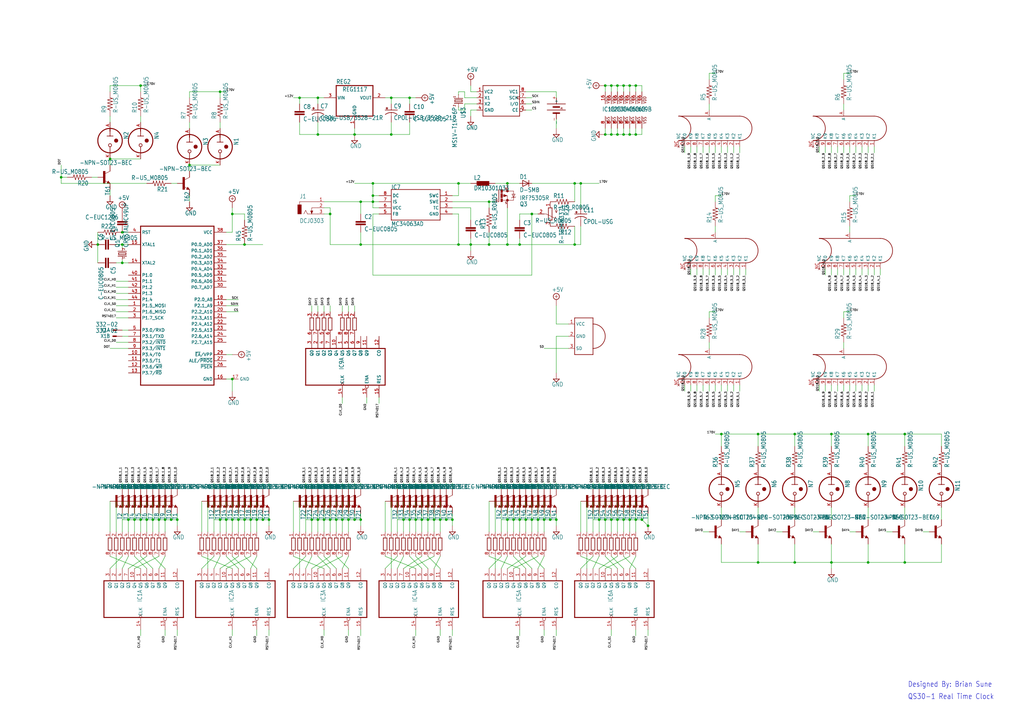
<source format=kicad_sch>
(kicad_sch (version 20211123) (generator eeschema)
  (paper "User" 425.45 299.161)
  (lib_symbols
    (symbol "QS18-30-1-eagle-import:+5V" (power)
      (property "Value" "+5V" (at -1.905 3.175 0))
      (symbol "+5V_1_0"
        (pin power_in line (at 0 -2.54 90) (length 2.54) (name "+5V") (number "1"))
      )
    )
    (symbol "QS18-30-1-eagle-import:-NPN-SOT23-BEC"
      (property "Reference" "T" (at -10.16 7.62 0))
      (property "Value" "-NPN-SOT23-BEC" (at -10.16 5.08 0))
      (symbol "-NPN-SOT23-BEC_1_0"
        (pin passive line (at -2.54 0 0) (length 2.54) (name "B") (number "B"))
        (pin passive line (at 2.54 5.08 270) (length 2.54) (name "C") (number "C"))
        (pin passive line (at 2.54 -5.08 90) (length 2.54) (name "E") (number "E"))
      )
    )
    (symbol "QS18-30-1-eagle-import:1220BATTERY_SF"
      (symbol "1220BATTERY_SF_1_0"
        (text "3v" (at -2.54 2.54 0) (effects (font (size 0.6096 0.5181)) (justify left bottom)))
        (pin bidirectional line (at -6.35 0 0) (length 0) (name "+") (number "+"))
        (pin bidirectional line (at 2.54 0 0) (length 0) (name "-") (number "-"))
      )
    )
    (symbol "QS18-30-1-eagle-import:332-02"
      (property "Reference" "X" (at 2.54 -0.762 0))
      (property "Value" "332-02" (at -0.762 1.397 0))
      (symbol "332-02_1_0"
        (pin passive line (at -2.54 0 0) (length 2.54) (name "S") (number "1"))
      )
      (symbol "332-02_2_0"
        (pin passive line (at -2.54 0 0) (length 2.54) (name "S") (number "2"))
      )
    )
    (symbol "QS18-30-1-eagle-import:4017D"
      (property "Reference" "IC" (at -1.27 -0.635 0))
      (symbol "4017D_1_0"
        (pin output line (at 12.7 0 180) (length 5.08) (name "Q5") (number "1"))
        (pin output line (at 12.7 2.54 180) (length 5.08) (name "Q4") (number "10"))
        (pin output line (at 12.7 -10.16 180) (length 5.08) (name "Q9") (number "11"))
        (pin output line (at 12.7 -15.24 180) (length 5.08) (name "CO") (number "12"))
        (pin input inverted (at -12.7 -10.16 0) (length 5.08) (name "ENA") (number "13"))
        (pin input clock (at -12.7 0 0) (length 5.08) (name "CLK") (number "14"))
        (pin input line (at -12.7 -15.24 0) (length 5.08) (name "RES") (number "15"))
        (pin output line (at 12.7 10.16 180) (length 5.08) (name "Q1") (number "2"))
        (pin output line (at 12.7 12.7 180) (length 5.08) (name "Q0") (number "3"))
        (pin output line (at 12.7 7.62 180) (length 5.08) (name "Q2") (number "4"))
        (pin output line (at 12.7 -2.54 180) (length 5.08) (name "Q6") (number "5"))
        (pin output line (at 12.7 -5.08 180) (length 5.08) (name "Q7") (number "6"))
        (pin output line (at 12.7 5.08 180) (length 5.08) (name "Q3") (number "7"))
        (pin output line (at 12.7 -7.62 180) (length 5.08) (name "Q8") (number "9"))
      )
      (symbol "4017D_2_0"
        (text "VDD" (at 1.905 2.54 900) (effects (font (size 1.27 1.0795)) (justify left bottom)))
        (text "VSS" (at 1.905 -5.842 900) (effects (font (size 1.27 1.0795)) (justify left bottom)))
        (pin power_in line (at 0 7.62 270) (length 5.08) (name "VDD") (number "16"))
        (pin power_in line (at 0 -7.62 90) (length 5.08) (name "VSS") (number "8"))
      )
    )
    (symbol "QS18-30-1-eagle-import:4R-NEXB38V"
      (property "Reference" "RN" (at -5.08 -3.048 0))
      (property "Value" "4R-NEXB38V" (at 2.54 -3.048 0))
      (symbol "4R-NEXB38V_1_0"
        (pin passive line (at -5.08 0 0) (length 2.54) (name "1") (number "1"))
        (pin passive line (at 5.08 0 180) (length 2.54) (name "2") (number "8"))
      )
      (symbol "4R-NEXB38V_2_0"
        (pin passive line (at -5.08 0 0) (length 2.54) (name "1") (number "2"))
        (pin passive line (at 5.08 0 180) (length 2.54) (name "2") (number "7"))
      )
      (symbol "4R-NEXB38V_3_0"
        (pin passive line (at -5.08 0 0) (length 2.54) (name "1") (number "3"))
        (pin passive line (at 5.08 0 180) (length 2.54) (name "2") (number "6"))
      )
      (symbol "4R-NEXB38V_4_0"
        (pin passive line (at -5.08 0 0) (length 2.54) (name "1") (number "4"))
        (pin passive line (at 5.08 0 180) (length 2.54) (name "2") (number "5"))
      )
    )
    (symbol "QS18-30-1-eagle-import:AT89S51P"
      (symbol "AT89S51P_1_0"
        (pin bidirectional line (at -20.32 0 0) (length 5.08) (name "P1.5_MOSI") (number "1"))
        (pin bidirectional line (at -20.32 -20.32 0) (length 5.08) (name "P3.4/T0") (number "10"))
        (pin bidirectional line (at -20.32 -22.86 0) (length 5.08) (name "P3.5/T1") (number "11"))
        (pin bidirectional line (at -20.32 -25.4 0) (length 5.08) (name "P3.6/~{WR}") (number "12"))
        (pin bidirectional line (at -20.32 -27.94 0) (length 5.08) (name "P3.7/~{RD}") (number "13"))
        (pin input line (at -20.32 17.78 0) (length 5.08) (name "XTAL2") (number "14"))
        (pin input line (at -20.32 25.4 0) (length 5.08) (name "XTAL1") (number "15"))
        (pin power_in line (at 20.32 -30.48 180) (length 5.08) (name "GND") (number "16"))
        (pin bidirectional line (at 20.32 2.54 180) (length 5.08) (name "P2.0_A8") (number "18"))
        (pin bidirectional line (at 20.32 0 180) (length 5.08) (name "P2.1_A9") (number "19"))
        (pin bidirectional line (at -20.32 -2.54 0) (length 5.08) (name "P1.6_MISO") (number "2"))
        (pin bidirectional line (at 20.32 -2.54 180) (length 5.08) (name "P2.2_A10") (number "20"))
        (pin bidirectional line (at 20.32 -5.08 180) (length 5.08) (name "P2.3_A11") (number "21"))
        (pin bidirectional line (at 20.32 -7.62 180) (length 5.08) (name "P2.4_A12") (number "22"))
        (pin bidirectional line (at 20.32 -10.16 180) (length 5.08) (name "P2.5_A13") (number "23"))
        (pin bidirectional line (at 20.32 -12.7 180) (length 5.08) (name "P2.6_A14") (number "24"))
        (pin bidirectional line (at 20.32 -15.24 180) (length 5.08) (name "P2.7_A15") (number "25"))
        (pin output line (at 20.32 -25.4 180) (length 5.08) (name "~{PSEN}") (number "26"))
        (pin output line (at 20.32 -22.86 180) (length 5.08) (name "ALE/~{PROG}") (number "27"))
        (pin input line (at 20.32 -20.32 180) (length 5.08) (name "~{EA}/VPP") (number "29"))
        (pin bidirectional line (at -20.32 -5.08 0) (length 5.08) (name "P1.7_SCK") (number "3"))
        (pin bidirectional line (at 20.32 7.62 180) (length 5.08) (name "P0.7_AD7") (number "30"))
        (pin bidirectional line (at 20.32 10.16 180) (length 5.08) (name "P0.6_AD6") (number "31"))
        (pin bidirectional line (at 20.32 12.7 180) (length 5.08) (name "P0.5_AD5") (number "32"))
        (pin bidirectional line (at 20.32 15.24 180) (length 5.08) (name "P0.4_AD4") (number "33"))
        (pin bidirectional line (at 20.32 17.78 180) (length 5.08) (name "P0.3_AD3") (number "34"))
        (pin bidirectional line (at 20.32 20.32 180) (length 5.08) (name "P0.2_AD2") (number "35"))
        (pin bidirectional line (at 20.32 22.86 180) (length 5.08) (name "P0.1_AD1") (number "36"))
        (pin bidirectional line (at 20.32 25.4 180) (length 5.08) (name "P0.0_AD0") (number "37"))
        (pin power_in line (at 20.32 30.48 180) (length 5.08) (name "VCC") (number "38"))
        (pin input line (at -20.32 30.48 0) (length 5.08) (name "RST") (number "4"))
        (pin bidirectional line (at -20.32 12.7 0) (length 5.08) (name "P1.0") (number "40"))
        (pin bidirectional line (at -20.32 10.16 0) (length 5.08) (name "P1.1") (number "41"))
        (pin bidirectional line (at -20.32 7.62 0) (length 5.08) (name "P1.2") (number "42"))
        (pin bidirectional line (at -20.32 5.08 0) (length 5.08) (name "P1.3") (number "43"))
        (pin bidirectional line (at -20.32 2.54 0) (length 5.08) (name "P1.4") (number "44"))
        (pin bidirectional line (at -20.32 -10.16 0) (length 5.08) (name "P3.0/RXD") (number "5"))
        (pin bidirectional line (at -20.32 -12.7 0) (length 5.08) (name "P3.1/TXD") (number "7"))
        (pin bidirectional line (at -20.32 -15.24 0) (length 5.08) (name "P3.2/~{INT0}") (number "8"))
        (pin bidirectional line (at -20.32 -17.78 0) (length 5.08) (name "P3.3/~{INT1}") (number "9"))
      )
      (symbol "AT89S51P_2_0"
        (pin power_in line (at 0 -2.54 90) (length 2.54) (name "GND") (number "17"))
      )
    )
    (symbol "QS18-30-1-eagle-import:C-EUC0805"
      (property "Reference" "C" (at 1.524 0.381 0))
      (property "Value" "C-EUC0805" (at 1.524 -4.699 0))
      (symbol "C-EUC0805_1_0"
        (pin passive line (at 0 2.54 270) (length 2.54) (name "1") (number "1"))
        (pin passive line (at 0 -5.08 90) (length 2.54) (name "2") (number "2"))
      )
    )
    (symbol "QS18-30-1-eagle-import:C-EUC1206"
      (property "Reference" "C" (at 1.524 0.381 0))
      (property "Value" "C-EUC1206" (at 1.524 -4.699 0))
      (symbol "C-EUC1206_1_0"
        (pin passive line (at 0 2.54 270) (length 2.54) (name "1") (number "1"))
        (pin passive line (at 0 -5.08 90) (length 2.54) (name "2") (number "2"))
      )
    )
    (symbol "QS18-30-1-eagle-import:CPOL-USB{slash}3528-21R"
      (property "Reference" "C" (at 1.016 0.635 0))
      (property "Value" "CPOL-USB{slash}3528-21R" (at 1.016 -4.191 0))
      (symbol "CPOL-USB{slash}3528-21R_1_0"
        (pin passive line (at 0 2.54 270) (length 2.54) (name "+") (number "+"))
        (pin passive line (at 0 -5.08 90) (length 2.54) (name "-") (number "-"))
      )
    )
    (symbol "QS18-30-1-eagle-import:CPOL-USG"
      (property "Reference" "C" (at 1.016 0.635 0))
      (property "Value" "CPOL-USG" (at 1.016 -4.191 0))
      (symbol "CPOL-USG_1_0"
        (pin passive line (at 0 2.54 270) (length 2.54) (name "+") (number "+"))
        (pin passive line (at 0 -5.08 90) (length 2.54) (name "-") (number "-"))
      )
    )
    (symbol "QS18-30-1-eagle-import:CRYSTALHC49UP"
      (property "Reference" "Q" (at 2.54 1.016 0))
      (property "Value" "CRYSTALHC49UP" (at 2.54 -2.54 0))
      (symbol "CRYSTALHC49UP_1_0"
        (text "1" (at -2.159 -1.143 0) (effects (font (size 0.8636 0.734)) (justify left bottom)))
        (text "2" (at 1.524 -1.143 0) (effects (font (size 0.8636 0.734)) (justify left bottom)))
        (pin passive line (at -2.54 0 0) (length 0) (name "1") (number "1"))
        (pin passive line (at 2.54 0 180) (length 0) (name "2") (number "2"))
      )
    )
    (symbol "QS18-30-1-eagle-import:D-SMB"
      (property "Reference" "D" (at -2.54 1.778 0))
      (property "Value" "D-SMB" (at -2.54 -3.683 0))
      (symbol "D-SMB_1_0"
        (pin passive line (at 2.54 0 180) (length 2.54) (name "C") (number "1"))
        (pin passive line (at -2.54 0 0) (length 2.54) (name "A") (number "2"))
      )
    )
    (symbol "QS18-30-1-eagle-import:DCJ0303"
      (property "Reference" "J" (at -2.54 3.81 0))
      (property "Value" "DCJ0303" (at -2.54 -6.35 0))
      (symbol "DCJ0303_1_0"
        (pin passive line (at 7.62 2.54 180) (length 2.54) (name "1") (number "1"))
        (pin passive line (at 7.62 0 180) (length 2.54) (name "2") (number "2"))
        (pin passive line (at 7.62 -2.54 180) (length 2.54) (name "3") (number "3"))
      )
    )
    (symbol "QS18-30-1-eagle-import:DR10301033"
      (property "Reference" "L" (at -3.81 1.3716 0))
      (property "Value" "DR10301033" (at -3.81 -2.921 0))
      (symbol "DR10301033_1_0"
        (pin passive line (at -5.08 0 0) (length 2.54) (name "1") (number "1"))
        (pin passive line (at 5.08 0 180) (length 2.54) (name "2") (number "2"))
      )
    )
    (symbol "QS18-30-1-eagle-import:DS1302SOP08"
      (symbol "DS1302SOP08_1_0"
        (pin power_in line (at -10.16 5.08 0) (length 2.54) (name "VC2") (number "1"))
        (pin open_collector line (at -10.16 2.54 0) (length 2.54) (name "X1") (number "2"))
        (pin open_collector line (at -10.16 0 0) (length 2.54) (name "X2") (number "3"))
        (pin power_in line (at -10.16 -2.54 0) (length 2.54) (name "GND") (number "4"))
        (pin input inverted (at 10.16 -2.54 180) (length 2.54) (name "CE") (number "5"))
        (pin bidirectional line (at 10.16 0 180) (length 2.54) (name "I/O") (number "6"))
        (pin bidirectional clock (at 10.16 2.54 180) (length 2.54) (name "SCK") (number "7"))
        (pin power_in line (at 10.16 5.08 180) (length 2.54) (name "VC1") (number "8"))
      )
    )
    (symbol "QS18-30-1-eagle-import:GND" (power)
      (property "Value" "GND" (at -1.905 -3.175 0))
      (symbol "GND_1_0"
        (pin power_in line (at 0 2.54 270) (length 2.54) (name "GND") (number "1"))
      )
    )
    (symbol "QS18-30-1-eagle-import:HX1838"
      (symbol "HX1838_1_0"
        (pin bidirectional line (at -5.08 -5.08 90) (length 2.54) (name "VCC") (number "1"))
        (pin bidirectional line (at 0 -5.08 90) (length 2.54) (name "GND") (number "2"))
        (pin bidirectional line (at 5.08 -5.08 90) (length 2.54) (name "SD") (number "3"))
      )
    )
    (symbol "QS18-30-1-eagle-import:IN-3"
      (property "Reference" "N" (at 1.27 3.175 0))
      (symbol "IN-3_1_0"
        (pin bidirectional line (at -2.54 -2.54 0) (length 2.54) (name "A") (number "A"))
        (pin bidirectional line (at 12.7 -2.54 180) (length 2.54) (name "K") (number "K"))
      )
    )
    (symbol "QS18-30-1-eagle-import:IRF?5305R"
      (property "Reference" "Q" (at 7.62 2.54 0))
      (property "Value" "IRF?5305R" (at 7.62 0 0))
      (symbol "IRF?5305R_1_0"
        (text "D" (at 1.524 -3.302 0) (effects (font (size 0.8128 0.6908)) (justify left bottom)))
        (text "G" (at -2.286 1.27 0) (effects (font (size 0.8128 0.6908)) (justify left bottom)))
        (text "S" (at 1.524 2.54 0) (effects (font (size 0.8128 0.6908)) (justify left bottom)))
        (pin passive line (at -2.54 2.54 0) (length 0) (name "G") (number "1"))
        (pin passive line (at 2.54 5.08 270) (length 2.54) (name "S") (number "3"))
        (pin passive line (at 2.54 -5.08 90) (length 2.54) (name "D") (number "4"))
      )
    )
    (symbol "QS18-30-1-eagle-import:MC34063AD"
      (property "Reference" "IC" (at -10.16 2.54 0))
      (property "Value" "MC34063AD" (at -10.16 -12.7 0))
      (symbol "MC34063AD_1_0"
        (pin passive line (at 15.24 0 180) (length 5.08) (name "SWC") (number "1"))
        (pin passive line (at 15.24 -2.54 180) (length 5.08) (name "SWE") (number "2"))
        (pin passive line (at 15.24 -5.08 180) (length 5.08) (name "TC") (number "3"))
        (pin passive line (at 15.24 -7.62 180) (length 5.08) (name "GND") (number "4"))
        (pin passive line (at -15.24 -7.62 0) (length 5.08) (name "FB") (number "5"))
        (pin passive line (at -15.24 -5.08 0) (length 5.08) (name "VCC") (number "6"))
        (pin passive line (at -15.24 -2.54 0) (length 5.08) (name "IS") (number "7"))
        (pin passive line (at -15.24 0 0) (length 5.08) (name "DC") (number "8"))
      )
    )
    (symbol "QS18-30-1-eagle-import:MS1V-T1K-6P"
      (property "Value" "MS1V-T1K-6P" (at 2.54 -2.54 0))
      (symbol "MS1V-T1K-6P_1_0"
        (text "1" (at -2.159 -1.143 0) (effects (font (size 0.8636 0.734)) (justify left bottom)))
        (text "2" (at 1.524 -1.143 0) (effects (font (size 0.8636 0.734)) (justify left bottom)))
        (pin passive line (at -2.54 0 0) (length 0) (name "1") (number "P$1"))
        (pin passive line (at 2.54 0 180) (length 0) (name "2") (number "P$2"))
      )
    )
    (symbol "QS18-30-1-eagle-import:QS30-1R1"
      (symbol "QS30-1R1_1_0"
        (pin bidirectional line (at -10.16 -7.62 90) (length 2.54) (name "K0") (number "0"))
        (pin bidirectional line (at 12.7 -7.62 90) (length 2.54) (name "K1") (number "1"))
        (pin bidirectional line (at 10.16 -7.62 90) (length 2.54) (name "K2") (number "2"))
        (pin bidirectional line (at 7.62 -7.62 90) (length 2.54) (name "K3") (number "3"))
        (pin bidirectional line (at 5.08 -7.62 90) (length 2.54) (name "K4") (number "4"))
        (pin bidirectional line (at 2.54 -7.62 90) (length 2.54) (name "K5") (number "5"))
        (pin bidirectional line (at 0 -7.62 90) (length 2.54) (name "K6") (number "6"))
        (pin bidirectional line (at -2.54 -7.62 90) (length 2.54) (name "K7") (number "7"))
        (pin bidirectional line (at -5.08 -7.62 90) (length 2.54) (name "K8") (number "8"))
        (pin bidirectional line (at -7.62 -7.62 90) (length 2.54) (name "K9") (number "9"))
        (pin bidirectional line (at 0 7.62 270) (length 2.54) (name "A") (number "A"))
        (pin no_connect line (at -12.7 -7.62 90) (length 2.54) (name "NC") (number "NC"))
      )
    )
    (symbol "QS18-30-1-eagle-import:R-TRIMM3374"
      (property "Reference" "R" (at -5.969 -3.81 90))
      (property "Value" "R-TRIMM3374" (at -3.81 -3.81 90))
      (symbol "R-TRIMM3374_1_0"
        (pin passive line (at 0 -5.08 90) (length 2.54) (name "E") (number "1"))
        (pin passive line (at 5.08 0 180) (length 2.54) (name "S") (number "2"))
        (pin passive line (at 0 5.08 270) (length 2.54) (name "A") (number "3"))
      )
    )
    (symbol "QS18-30-1-eagle-import:R-US_M0805"
      (property "Reference" "R" (at -3.81 1.4986 0))
      (property "Value" "R-US_M0805" (at -3.81 -3.302 0))
      (symbol "R-US_M0805_1_0"
        (pin passive line (at -5.08 0 0) (length 2.54) (name "1") (number "1"))
        (pin passive line (at 5.08 0 180) (length 2.54) (name "2") (number "2"))
      )
    )
    (symbol "QS18-30-1-eagle-import:R-US_R0805"
      (property "Reference" "R" (at -3.81 1.4986 0))
      (property "Value" "R-US_R0805" (at -3.81 -3.302 0))
      (symbol "R-US_R0805_1_0"
        (pin passive line (at -5.08 0 0) (length 2.54) (name "1") (number "1"))
        (pin passive line (at 5.08 0 180) (length 2.54) (name "2") (number "2"))
      )
    )
    (symbol "QS18-30-1-eagle-import:REG1117"
      (property "Reference" "IC" (at -7.62 5.715 0))
      (property "Value" "REG1117" (at -5.08 2.54 0))
      (symbol "REG1117_1_0"
        (pin power_in line (at 0 -12.7 90) (length 5.08) (name "GND") (number "1"))
        (pin output line (at 12.7 0 180) (length 5.08) (name "VOUT") (number "2"))
        (pin input line (at -12.7 0 0) (length 5.08) (name "VIN") (number "3"))
      )
    )
  )
  (junction (at 96.52 88.9))
  (junction (at 223.52 215.9))
  (junction (at 190.5 76.2))
  (junction (at 203.2 101.6))
  (junction (at 40.64 101.6))
  (junction (at 360.68 180.34))
  (junction (at 264.16 215.9))
  (junction (at 180.34 215.9))
  (junction (at 149.86 215.9))
  (junction (at 360.68 233.68))
  (junction (at 299.72 180.34))
  (junction (at 162.56 55.88))
  (junction (at 314.96 180.34))
  (junction (at 177.8 215.9))
  (junction (at 147.32 215.9))
  (junction (at 63.5 215.9))
  (junction (at 172.72 215.9))
  (junction (at 78.74 68.58))
  (junction (at 132.08 55.88))
  (junction (at 147.32 55.88))
  (junction (at 254 215.9))
  (junction (at 218.44 215.9))
  (junction (at 259.08 215.9))
  (junction (at 68.58 215.9))
  (junction (at 241.3 76.2))
  (junction (at 264.16 55.88))
  (junction (at 228.6 215.9))
  (junction (at 175.26 215.9))
  (junction (at 259.08 55.88))
  (junction (at 137.16 215.9))
  (junction (at 261.62 35.56))
  (junction (at 66.04 215.9))
  (junction (at 261.62 215.9))
  (junction (at 60.96 215.9))
  (junction (at 149.86 101.6))
  (junction (at 238.76 76.2))
  (junction (at 106.68 215.9))
  (junction (at 220.98 88.9))
  (junction (at 50.8 109.22))
  (junction (at 238.76 101.6))
  (junction (at 254 35.56))
  (junction (at 256.54 55.88))
  (junction (at 254 55.88))
  (junction (at 330.2 233.68))
  (junction (at 111.76 215.9))
  (junction (at 375.92 180.34))
  (junction (at 264.16 35.56))
  (junction (at 154.94 76.2))
  (junction (at 129.54 215.9))
  (junction (at 182.88 215.9))
  (junction (at 53.34 215.9))
  (junction (at 345.44 233.68))
  (junction (at 256.54 215.9))
  (junction (at 91.44 215.9))
  (junction (at 203.2 83.82))
  (junction (at 215.9 215.9))
  (junction (at 104.14 215.9))
  (junction (at 190.5 101.6))
  (junction (at 251.46 35.56))
  (junction (at 330.2 180.34))
  (junction (at 215.9 101.6))
  (junction (at 210.82 215.9))
  (junction (at 248.92 215.9))
  (junction (at 96.52 215.9))
  (junction (at 132.08 40.64))
  (junction (at 50.8 101.6))
  (junction (at 71.12 215.9))
  (junction (at 345.44 180.34))
  (junction (at 139.7 215.9))
  (junction (at 58.42 215.9))
  (junction (at 226.06 215.9))
  (junction (at 167.64 215.9))
  (junction (at 195.58 101.6))
  (junction (at 251.46 55.88))
  (junction (at 187.96 215.9))
  (junction (at 58.42 35.56))
  (junction (at 210.82 101.6))
  (junction (at 251.46 215.9))
  (junction (at 99.06 215.9))
  (junction (at 170.18 215.9))
  (junction (at 149.86 83.82))
  (junction (at 144.78 215.9))
  (junction (at 162.56 40.64))
  (junction (at 91.44 38.1))
  (junction (at 73.66 215.9))
  (junction (at 256.54 35.56))
  (junction (at 314.96 233.68))
  (junction (at 154.94 83.82))
  (junction (at 50.8 96.52))
  (junction (at 220.98 215.9))
  (junction (at 109.22 215.9))
  (junction (at 25.4 73.66))
  (junction (at 269.24 218.44))
  (junction (at 93.98 215.9))
  (junction (at 124.46 40.64))
  (junction (at 154.94 81.28))
  (junction (at 137.16 88.9))
  (junction (at 101.6 215.9))
  (junction (at 185.42 215.9))
  (junction (at 375.92 233.68))
  (junction (at 132.08 215.9))
  (junction (at 170.18 40.64))
  (junction (at 101.6 101.6))
  (junction (at 210.82 76.2))
  (junction (at 96.52 157.48))
  (junction (at 266.7 215.9))
  (junction (at 213.36 215.9))
  (junction (at 261.62 55.88))
  (junction (at 134.62 215.9))
  (junction (at 55.88 215.9))
  (junction (at 259.08 35.56))
  (junction (at 45.72 66.04))
  (junction (at 142.24 215.9))
  (junction (at 231.14 215.9))
  (wire (pts (xy 101.6 215.9) (xy 104.14 215.9)))
  (wire (pts (xy 40.64 109.22) (xy 40.64 101.6)))
  (wire (pts (xy 124.46 55.88) (xy 124.46 50.8)))
  (wire (pts (xy 53.34 231.14) (xy 50.8 236.22)))
  (wire (pts (xy 63.5 208.28) (xy 63.5 215.9)))
  (wire (pts (xy 129.54 127) (xy 129.54 129.54)))
  (wire (pts (xy 261.62 203.2) (xy 261.62 200.66)))
  (wire (pts (xy 299.72 215.9) (xy 299.72 210.82)))
  (wire (pts (xy 78.74 50.8) (xy 78.74 53.34)))
  (wire (pts (xy 48.26 116.84) (xy 53.34 116.84)))
  (wire (pts (xy 292.1 111.76) (xy 292.1 114.3)))
  (wire (pts (xy 297.18 60.96) (xy 297.18 63.5)))
  (wire (pts (xy 45.72 81.28) (xy 45.72 78.74)))
  (wire (pts (xy 106.68 231.14) (xy 104.14 236.22)))
  (wire (pts (xy 182.88 215.9) (xy 185.42 215.9)))
  (wire (pts (xy 50.8 101.6) (xy 48.26 101.6)))
  (wire (pts (xy 193.04 43.18) (xy 193.04 45.72)))
  (wire (pts (xy 25.4 73.66) (xy 25.4 68.58)))
  (wire (pts (xy 246.38 203.2) (xy 246.38 200.66)))
  (wire (pts (xy 53.34 144.78) (xy 45.72 144.78)))
  (wire (pts (xy 175.26 215.9) (xy 177.8 215.9)))
  (wire (pts (xy 101.6 88.9) (xy 101.6 91.44)))
  (wire (pts (xy 154.94 88.9) (xy 154.94 114.3)))
  (wire (pts (xy 294.64 43.18) (xy 294.64 45.72)))
  (wire (pts (xy 241.3 86.36) (xy 241.3 76.2)))
  (wire (pts (xy 170.18 231.14) (xy 175.26 236.22)))
  (wire (pts (xy 99.06 127) (xy 93.98 127)))
  (wire (pts (xy 96.52 215.9) (xy 96.52 220.98)))
  (wire (pts (xy 251.46 208.28) (xy 251.46 215.9)))
  (wire (pts (xy 157.48 88.9) (xy 154.94 88.9)))
  (wire (pts (xy 259.08 55.88) (xy 259.08 53.34)))
  (wire (pts (xy 238.76 76.2) (xy 241.3 76.2)))
  (wire (pts (xy 203.2 101.6) (xy 210.82 101.6)))
  (wire (pts (xy 220.98 208.28) (xy 220.98 215.9)))
  (wire (pts (xy 149.86 83.82) (xy 134.62 83.82)))
  (wire (pts (xy 190.5 38.1) (xy 190.5 39.37)))
  (wire (pts (xy 50.8 203.2) (xy 50.8 200.66)))
  (wire (pts (xy 147.32 215.9) (xy 149.86 215.9)))
  (wire (pts (xy 165.1 215.9) (xy 167.64 215.9)))
  (wire (pts (xy 170.18 215.9) (xy 172.72 215.9)))
  (wire (pts (xy 363.22 160.02) (xy 363.22 162.56)))
  (wire (pts (xy 53.34 215.9) (xy 55.88 215.9)))
  (wire (pts (xy 137.16 231.14) (xy 129.54 236.22)))
  (wire (pts (xy 45.72 38.1) (xy 45.72 35.56)))
  (wire (pts (xy 149.86 101.6) (xy 149.86 96.52)))
  (wire (pts (xy 162.56 231.14) (xy 162.56 236.22)))
  (wire (pts (xy 215.9 208.28) (xy 215.9 215.9)))
  (wire (pts (xy 177.8 215.9) (xy 180.34 215.9)))
  (wire (pts (xy 53.34 215.9) (xy 53.34 220.98)))
  (wire (pts (xy 193.04 40.64) (xy 193.04 38.1)))
  (wire (pts (xy 355.6 220.98) (xy 353.06 220.98)))
  (wire (pts (xy 353.06 96.52) (xy 353.06 93.98)))
  (wire (pts (xy 236.22 139.7) (xy 231.14 139.7)))
  (wire (pts (xy 223.52 231.14) (xy 213.36 236.22)))
  (wire (pts (xy 162.56 40.64) (xy 162.56 43.18)))
  (wire (pts (xy 198.12 45.72) (xy 195.58 45.72)))
  (wire (pts (xy 99.06 231.14) (xy 91.44 236.22)))
  (wire (pts (xy 86.36 208.28) (xy 86.36 220.98)))
  (wire (pts (xy 375.92 180.34) (xy 391.16 180.34)))
  (wire (pts (xy 355.6 60.96) (xy 355.6 63.5)))
  (wire (pts (xy 83.82 208.28) (xy 83.82 220.98)))
  (wire (pts (xy 132.08 55.88) (xy 132.08 50.8)))
  (wire (pts (xy 287.02 60.96) (xy 287.02 63.5)))
  (wire (pts (xy 134.62 231.14) (xy 139.7 236.22)))
  (wire (pts (xy 353.06 81.28) (xy 355.6 81.28)))
  (wire (pts (xy 370.84 220.98) (xy 368.3 220.98)))
  (wire (pts (xy 154.94 86.36) (xy 154.94 83.82)))
  (wire (pts (xy 213.36 208.28) (xy 213.36 215.9)))
  (wire (pts (xy 259.08 208.28) (xy 259.08 215.9)))
  (wire (pts (xy 134.62 215.9) (xy 137.16 215.9)))
  (wire (pts (xy 142.24 208.28) (xy 142.24 215.9)))
  (wire (pts (xy 58.42 215.9) (xy 58.42 220.98)))
  (wire (pts (xy 259.08 215.9) (xy 259.08 220.98)))
  (wire (pts (xy 58.42 203.2) (xy 58.42 200.66)))
  (wire (pts (xy 309.88 111.76) (xy 309.88 114.3)))
  (wire (pts (xy 45.72 231.14) (xy 58.42 236.22)))
  (wire (pts (xy 144.78 231.14) (xy 142.24 236.22)))
  (wire (pts (xy 307.34 160.02) (xy 307.34 162.56)))
  (wire (pts (xy 66.04 215.9) (xy 68.58 215.9)))
  (wire (pts (xy 88.9 208.28) (xy 88.9 220.98)))
  (wire (pts (xy 187.96 215.9) (xy 187.96 213.36)))
  (wire (pts (xy 50.8 137.16) (xy 53.34 137.16)))
  (wire (pts (xy 241.3 76.2) (xy 248.92 76.2)))
  (wire (pts (xy 93.98 147.32) (xy 96.52 147.32)))
  (wire (pts (xy 297.18 96.52) (xy 297.18 93.98)))
  (wire (pts (xy 50.8 109.22) (xy 53.34 109.22)))
  (wire (pts (xy 203.2 86.36) (xy 203.2 83.82)))
  (wire (pts (xy 363.22 60.96) (xy 363.22 63.5)))
  (wire (pts (xy 167.64 231.14) (xy 165.1 236.22)))
  (wire (pts (xy 96.52 203.2) (xy 96.52 200.66)))
  (wire (pts (xy 101.6 208.28) (xy 101.6 215.9)))
  (wire (pts (xy 210.82 101.6) (xy 210.82 86.36)))
  (wire (pts (xy 187.96 203.2) (xy 187.96 200.66)))
  (wire (pts (xy 220.98 76.2) (xy 238.76 76.2)))
  (wire (pts (xy 104.14 231.14) (xy 93.98 236.22)))
  (wire (pts (xy 185.42 213.36) (xy 185.42 215.9)))
  (wire (pts (xy 231.14 38.1) (xy 231.14 40.64)))
  (wire (pts (xy 124.46 40.64) (xy 121.92 40.64)))
  (wire (pts (xy 292.1 60.96) (xy 292.1 63.5)))
  (wire (pts (xy 175.26 203.2) (xy 175.26 200.66)))
  (wire (pts (xy 261.62 55.88) (xy 261.62 53.34)))
  (wire (pts (xy 215.9 215.9) (xy 218.44 215.9)))
  (wire (pts (xy 375.92 215.9) (xy 375.92 210.82)))
  (wire (pts (xy 137.16 208.28) (xy 137.16 215.9)))
  (wire (pts (xy 149.86 203.2) (xy 149.86 200.66)))
  (wire (pts (xy 71.12 203.2) (xy 71.12 200.66)))
  (wire (pts (xy 96.52 157.48) (xy 96.52 162.56)))
  (wire (pts (xy 73.66 203.2) (xy 73.66 200.66)))
  (wire (pts (xy 297.18 111.76) (xy 297.18 114.3)))
  (wire (pts (xy 345.44 185.42) (xy 345.44 180.34)))
  (wire (pts (xy 162.56 55.88) (xy 162.56 50.8)))
  (wire (pts (xy 73.66 261.62) (xy 73.66 264.16)))
  (wire (pts (xy 294.64 33.02) (xy 294.64 30.48)))
  (wire (pts (xy 330.2 185.42) (xy 330.2 180.34)))
  (wire (pts (xy 190.5 76.2) (xy 195.58 76.2)))
  (wire (pts (xy 167.64 215.9) (xy 170.18 215.9)))
  (wire (pts (xy 127 208.28) (xy 127 220.98)))
  (wire (pts (xy 137.16 101.6) (xy 137.16 88.9)))
  (wire (pts (xy 134.62 127) (xy 134.62 129.54)))
  (wire (pts (xy 220.98 215.9) (xy 223.52 215.9)))
  (wire (pts (xy 45.72 66.04) (xy 45.72 68.58)))
  (wire (pts (xy 170.18 40.64) (xy 170.18 43.18)))
  (wire (pts (xy 210.82 215.9) (xy 213.36 215.9)))
  (wire (pts (xy 134.62 40.64) (xy 132.08 40.64)))
  (wire (pts (xy 345.44 160.02) (xy 345.44 162.56)))
  (wire (pts (xy 55.88 203.2) (xy 55.88 200.66)))
  (wire (pts (xy 259.08 203.2) (xy 259.08 200.66)))
  (wire (pts (xy 251.46 215.9) (xy 254 215.9)))
  (wire (pts (xy 360.68 233.68) (xy 345.44 233.68)))
  (wire (pts (xy 266.7 215.9) (xy 269.24 218.44)))
  (wire (pts (xy 144.78 127) (xy 144.78 129.54)))
  (wire (pts (xy 261.62 208.28) (xy 261.62 215.9)))
  (wire (pts (xy 231.14 134.62) (xy 231.14 127)))
  (wire (pts (xy 241.3 231.14) (xy 254 236.22)))
  (wire (pts (xy 358.14 160.02) (xy 358.14 162.56)))
  (wire (pts (xy 256.54 35.56) (xy 259.08 35.56)))
  (wire (pts (xy 360.68 226.06) (xy 360.68 233.68)))
  (wire (pts (xy 180.34 215.9) (xy 180.34 220.98)))
  (wire (pts (xy 210.82 101.6) (xy 215.9 101.6)))
  (wire (pts (xy 261.62 55.88) (xy 264.16 55.88)))
  (wire (pts (xy 261.62 215.9) (xy 261.62 220.98)))
  (wire (pts (xy 218.44 215.9) (xy 218.44 220.98)))
  (wire (pts (xy 66.04 208.28) (xy 66.04 215.9)))
  (wire (pts (xy 226.06 208.28) (xy 226.06 215.9)))
  (wire (pts (xy 347.98 111.76) (xy 347.98 114.3)))
  (wire (pts (xy 264.16 203.2) (xy 264.16 200.66)))
  (wire (pts (xy 162.56 55.88) (xy 170.18 55.88)))
  (wire (pts (xy 147.32 55.88) (xy 132.08 55.88)))
  (wire (pts (xy 50.8 208.28) (xy 50.8 220.98)))
  (wire (pts (xy 78.74 68.58) (xy 78.74 71.12)))
  (wire (pts (xy 68.58 215.9) (xy 68.58 220.98)))
  (wire (pts (xy 144.78 215.9) (xy 144.78 220.98)))
  (wire (pts (xy 208.28 208.28) (xy 208.28 220.98)))
  (wire (pts (xy 251.46 35.56) (xy 251.46 38.1)))
  (wire (pts (xy 182.88 236.22) (xy 177.8 231.14)))
  (wire (pts (xy 139.7 231.14) (xy 144.78 236.22)))
  (wire (pts (xy 254 203.2) (xy 254 200.66)))
  (wire (pts (xy 66.04 203.2) (xy 66.04 200.66)))
  (wire (pts (xy 58.42 48.26) (xy 58.42 50.8)))
  (wire (pts (xy 294.64 30.48) (xy 297.18 30.48)))
  (wire (pts (xy 236.22 144.78) (xy 226.06 144.78)))
  (wire (pts (xy 58.42 35.56) (xy 60.96 35.56)))
  (wire (pts (xy 231.14 53.34) (xy 231.14 49.53)))
  (wire (pts (xy 154.94 83.82) (xy 149.86 83.82)))
  (wire (pts (xy 71.12 215.9) (xy 73.66 215.9)))
  (wire (pts (xy 254 215.9) (xy 254 220.98)))
  (wire (pts (xy 160.02 231.14) (xy 172.72 236.22)))
  (wire (pts (xy 96.52 261.62) (xy 96.52 264.16)))
  (wire (pts (xy 182.88 261.62) (xy 182.88 264.16)))
  (wire (pts (xy 50.8 139.7) (xy 53.34 139.7)))
  (wire (pts (xy 294.64 220.98) (xy 292.1 220.98)))
  (wire (pts (xy 353.06 111.76) (xy 353.06 114.3)))
  (wire (pts (xy 182.88 215.9) (xy 182.88 220.98)))
  (wire (pts (xy 248.92 215.9) (xy 248.92 220.98)))
  (wire (pts (xy 99.06 215.9) (xy 101.6 215.9)))
  (wire (pts (xy 86.36 231.14) (xy 86.36 236.22)))
  (wire (pts (xy 53.34 129.54) (xy 48.26 129.54)))
  (wire (pts (xy 292.1 160.02) (xy 292.1 162.56)))
  (wire (pts (xy 254 261.62) (xy 254 264.16)))
  (wire (pts (xy 154.94 81.28) (xy 157.48 81.28)))
  (wire (pts (xy 180.34 215.9) (xy 182.88 215.9)))
  (wire (pts (xy 342.9 111.76) (xy 342.9 114.3)))
  (wire (pts (xy 73.66 215.9) (xy 73.66 218.44)))
  (wire (pts (xy 330.2 226.06) (xy 330.2 233.68)))
  (wire (pts (xy 269.24 218.44) (xy 269.24 213.36)))
  (wire (pts (xy 142.24 165.1) (xy 142.24 167.64)))
  (wire (pts (xy 215.9 231.14) (xy 220.98 236.22)))
  (wire (pts (xy 261.62 231.14) (xy 251.46 236.22)))
  (wire (pts (xy 198.12 38.1) (xy 195.58 38.1)))
  (wire (pts (xy 360.68 185.42) (xy 360.68 180.34)))
  (wire (pts (xy 261.62 35.56) (xy 264.16 35.56)))
  (wire (pts (xy 355.6 160.02) (xy 355.6 162.56)))
  (wire (pts (xy 231.14 261.62) (xy 231.14 264.16)))
  (wire (pts (xy 304.8 60.96) (xy 304.8 63.5)))
  (wire (pts (xy 251.46 55.88) (xy 251.46 53.34)))
  (wire (pts (xy 261.62 215.9) (xy 264.16 215.9)))
  (wire (pts (xy 248.92 215.9) (xy 251.46 215.9)))
  (wire (pts (xy 264.16 55.88) (xy 264.16 53.34)))
  (wire (pts (xy 147.32 203.2) (xy 147.32 200.66)))
  (wire (pts (xy 58.42 208.28) (xy 58.42 215.9)))
  (wire (pts (xy 360.68 160.02) (xy 360.68 162.56)))
  (wire (pts (xy 111.76 261.62) (xy 111.76 264.16)))
  (wire (pts (xy 231.14 139.7) (xy 231.14 154.94)))
  (wire (pts (xy 182.88 203.2) (xy 182.88 200.66)))
  (wire (pts (xy 355.6 111.76) (xy 355.6 114.3)))
  (wire (pts (xy 127 203.2) (xy 127 200.66)))
  (wire (pts (xy 50.8 101.6) (xy 53.34 101.6)))
  (wire (pts (xy 185.42 203.2) (xy 185.42 200.66)))
  (wire (pts (xy 284.48 60.96) (xy 284.48 63.5)))
  (wire (pts (xy 220.98 231.14) (xy 226.06 236.22)))
  (wire (pts (xy 99.06 215.9) (xy 99.06 220.98)))
  (wire (pts (xy 345.44 215.9) (xy 345.44 210.82)))
  (wire (pts (xy 294.64 111.76) (xy 294.64 114.3)))
  (wire (pts (xy 350.52 60.96) (xy 350.52 63.5)))
  (wire (pts (xy 226.06 261.62) (xy 226.06 264.16)))
  (wire (pts (xy 215.9 101.6) (xy 238.76 101.6)))
  (wire (pts (xy 215.9 215.9) (xy 215.9 220.98)))
  (wire (pts (xy 93.98 208.28) (xy 93.98 215.9)))
  (wire (pts (xy 127 215.9) (xy 129.54 215.9)))
  (wire (pts (xy 203.2 96.52) (xy 203.2 101.6)))
  (wire (pts (xy 347.98 160.02) (xy 347.98 162.56)))
  (wire (pts (xy 261.62 35.56) (xy 261.62 38.1)))
  (wire (pts (xy 294.64 142.24) (xy 294.64 144.78)))
  (wire (pts (xy 58.42 231.14) (xy 63.5 236.22)))
  (wire (pts (xy 193.04 38.1) (xy 190.5 38.1)))
  (wire (pts (xy 358.14 60.96) (xy 358.14 63.5)))
  (wire (pts (xy 149.86 83.82) (xy 149.86 88.9)))
  (wire (pts (xy 149.86 215.9) (xy 149.86 213.36)))
  (wire (pts (xy 325.12 220.98) (xy 322.58 220.98)))
  (wire (pts (xy 63.5 215.9) (xy 63.5 220.98)))
  (wire (pts (xy 259.08 55.88) (xy 261.62 55.88)))
  (wire (pts (xy 304.8 111.76) (xy 304.8 114.3)))
  (wire (pts (xy 302.26 160.02) (xy 302.26 162.56)))
  (wire (pts (xy 350.52 43.18) (xy 350.52 45.72)))
  (wire (pts (xy 68.58 236.22) (xy 63.5 231.14)))
  (wire (pts (xy 223.52 215.9) (xy 226.06 215.9)))
  (wire (pts (xy 142.24 203.2) (xy 142.24 200.66)))
  (wire (pts (xy 50.8 231.14) (xy 45.72 236.22)))
  (wire (pts (xy 236.22 134.62) (xy 231.14 134.62)))
  (wire (pts (xy 101.6 203.2) (xy 101.6 200.66)))
  (wire (pts (xy 177.8 208.28) (xy 177.8 215.9)))
  (wire (pts (xy 53.34 203.2) (xy 53.34 200.66)))
  (wire (pts (xy 210.82 76.2) (xy 205.74 76.2)))
  (wire (pts (xy 345.44 233.68) (xy 330.2 233.68)))
  (wire (pts (xy 134.62 86.36) (xy 137.16 86.36)))
  (wire (pts (xy 109.22 213.36) (xy 109.22 215.9)))
  (wire (pts (xy 58.42 261.62) (xy 58.42 264.16)))
  (wire (pts (xy 68.58 231.14) (xy 66.04 236.22)))
  (wire (pts (xy 172.72 261.62) (xy 172.72 264.16)))
  (wire (pts (xy 218.44 215.9) (xy 220.98 215.9)))
  (wire (pts (xy 238.76 101.6) (xy 238.76 93.98)))
  (wire (pts (xy 304.8 160.02) (xy 304.8 162.56)))
  (wire (pts (xy 104.14 203.2) (xy 104.14 200.66)))
  (wire (pts (xy 208.28 203.2) (xy 208.28 200.66)))
  (wire (pts (xy 91.44 208.28) (xy 91.44 215.9)))
  (wire (pts (xy 180.34 203.2) (xy 180.34 200.66)))
  (wire (pts (xy 175.26 231.14) (xy 167.64 236.22)))
  (wire (pts (xy 226.06 215.9) (xy 226.06 220.98)))
  (wire (pts (xy 106.68 261.62) (xy 106.68 264.16)))
  (wire (pts (xy 353.06 160.02) (xy 353.06 162.56)))
  (wire (pts (xy 91.44 231.14) (xy 88.9 236.22)))
  (wire (pts (xy 360.68 111.76) (xy 360.68 114.3)))
  (wire (pts (xy 185.42 215.9) (xy 187.96 215.9)))
  (wire (pts (xy 218.44 43.18) (xy 220.98 43.18)))
  (wire (pts (xy 190.5 101.6) (xy 195.58 101.6)))
  (wire (pts (xy 68.58 208.28) (xy 68.58 215.9)))
  (wire (pts (xy 375.92 226.06) (xy 375.92 233.68)))
  (wire (pts (xy 251.46 215.9) (xy 251.46 220.98)))
  (wire (pts (xy 294.64 60.96) (xy 294.64 63.5)))
  (wire (pts (xy 391.16 180.34) (xy 391.16 185.42)))
  (wire (pts (xy 25.4 73.66) (xy 27.94 73.66)))
  (wire (pts (xy 142.24 127) (xy 142.24 129.54)))
  (wire (pts (xy 256.54 35.56) (xy 256.54 38.1)))
  (wire (pts (xy 170.18 208.28) (xy 170.18 215.9)))
  (wire (pts (xy 226.06 215.9) (xy 228.6 215.9)))
  (wire (pts (xy 353.06 60.96) (xy 353.06 63.5)))
  (wire (pts (xy 45.72 48.26) (xy 45.72 50.8)))
  (wire (pts (xy 375.92 233.68) (xy 360.68 233.68)))
  (wire (pts (xy 147.32 55.88) (xy 162.56 55.88)))
  (wire (pts (xy 96.52 96.52) (xy 96.52 88.9)))
  (wire (pts (xy 50.8 109.22) (xy 48.26 109.22)))
  (wire (pts (xy 160.02 40.64) (xy 162.56 40.64)))
  (wire (pts (xy 228.6 203.2) (xy 228.6 200.66)))
  (wire (pts (xy 137.16 215.9) (xy 139.7 215.9)))
  (wire (pts (xy 350.52 30.48) (xy 353.06 30.48)))
  (wire (pts (xy 154.94 81.28) (xy 154.94 76.2)))
  (wire (pts (xy 147.32 127) (xy 147.32 129.54)))
  (wire (pts (xy 350.52 132.08) (xy 350.52 129.54)))
  (wire (pts (xy 314.96 233.68) (xy 299.72 233.68)))
  (wire (pts (xy 246.38 215.9) (xy 248.92 215.9)))
  (wire (pts (xy 340.36 220.98) (xy 337.82 220.98)))
  (wire (pts (xy 93.98 96.52) (xy 96.52 96.52)))
  (wire (pts (xy 99.06 208.28) (xy 99.06 215.9)))
  (wire (pts (xy 137.16 215.9) (xy 137.16 220.98)))
  (wire (pts (xy 345.44 226.06) (xy 345.44 233.68)))
  (wire (pts (xy 220.98 203.2) (xy 220.98 200.66)))
  (wire (pts (xy 254 231.14) (xy 259.08 236.22)))
  (wire (pts (xy 309.88 220.98) (xy 307.34 220.98)))
  (wire (pts (xy 55.88 208.28) (xy 55.88 215.9)))
  (wire (pts (xy 299.72 60.96) (xy 299.72 63.5)))
  (wire (pts (xy 266.7 55.88) (xy 266.7 53.34)))
  (wire (pts (xy 152.4 165.1) (xy 152.4 167.64)))
  (wire (pts (xy 147.32 213.36) (xy 147.32 215.9)))
  (wire (pts (xy 223.52 208.28) (xy 223.52 215.9)))
  (wire (pts (xy 157.48 165.1) (xy 157.48 167.64)))
  (wire (pts (xy 198.12 43.18) (xy 193.04 43.18)))
  (wire (pts (xy 180.34 208.28) (xy 180.34 215.9)))
  (wire (pts (xy 78.74 40.64) (xy 78.74 38.1)))
  (wire (pts (xy 210.82 203.2) (xy 210.82 200.66)))
  (wire (pts (xy 132.08 231.14) (xy 137.16 236.22)))
  (wire (pts (xy 132.08 43.18) (xy 132.08 40.64)))
  (wire (pts (xy 154.94 83.82) (xy 154.94 81.28)))
  (wire (pts (xy 154.94 114.3) (xy 220.98 114.3)))
  (wire (pts (xy 45.72 208.28) (xy 45.72 220.98)))
  (wire (pts (xy 190.5 88.9) (xy 190.5 101.6)))
  (wire (pts (xy 48.26 208.28) (xy 48.26 220.98)))
  (wire (pts (xy 314.96 226.06) (xy 314.96 233.68)))
  (wire (pts (xy 350.52 33.02) (xy 350.52 30.48)))
  (wire (pts (xy 213.36 215.9) (xy 215.9 215.9)))
  (wire (pts (xy 248.92 208.28) (xy 248.92 215.9)))
  (wire (pts (xy 215.9 99.06) (xy 215.9 101.6)))
  (wire (pts (xy 88.9 203.2) (xy 88.9 200.66)))
  (wire (pts (xy 340.36 60.96) (xy 340.36 63.5)))
  (wire (pts (xy 53.34 208.28) (xy 53.34 215.9)))
  (wire (pts (xy 226.06 203.2) (xy 226.06 200.66)))
  (wire (pts (xy 208.28 231.14) (xy 203.2 236.22)))
  (wire (pts (xy 241.3 101.6) (xy 241.3 93.98)))
  (wire (pts (xy 45.72 35.56) (xy 58.42 35.56)))
  (wire (pts (xy 124.46 208.28) (xy 124.46 220.98)))
  (wire (pts (xy 53.34 96.52) (xy 50.8 96.52)))
  (wire (pts (xy 127 231.14) (xy 121.92 236.22)))
  (wire (pts (xy 228.6 215.9) (xy 231.14 215.9)))
  (wire (pts (xy 365.76 111.76) (xy 365.76 114.3)))
  (wire (pts (xy 195.58 101.6) (xy 195.58 99.06)))
  (wire (pts (xy 106.68 208.28) (xy 106.68 215.9)))
  (wire (pts (xy 93.98 231.14) (xy 99.06 236.22)))
  (wire (pts (xy 175.26 215.9) (xy 175.26 220.98)))
  (wire (pts (xy 269.24 261.62) (xy 269.24 264.16)))
  (wire (pts (xy 129.54 215.9) (xy 129.54 220.98)))
  (wire (pts (xy 167.64 208.28) (xy 167.64 215.9)))
  (wire (pts (xy 294.64 160.02) (xy 294.64 162.56)))
  (wire (pts (xy 261.62 236.22) (xy 264.16 231.14)))
  (wire (pts (xy 63.5 203.2) (xy 63.5 200.66)))
  (wire (pts (xy 251.46 231.14) (xy 256.54 236.22)))
  (wire (pts (xy 350.52 129.54) (xy 353.06 129.54)))
  (wire (pts (xy 287.02 111.76) (xy 287.02 114.3)))
  (wire (pts (xy 111.76 215.9) (xy 111.76 213.36)))
  (wire (pts (xy 297.18 81.28) (xy 299.72 81.28)))
  (wire (pts (xy 55.88 231.14) (xy 60.96 236.22)))
  (wire (pts (xy 144.78 208.28) (xy 144.78 215.9)))
  (wire (pts (xy 129.54 203.2) (xy 129.54 200.66)))
  (wire (pts (xy 208.28 215.9) (xy 210.82 215.9)))
  (wire (pts (xy 142.24 215.9) (xy 144.78 215.9)))
  (wire (pts (xy 215.9 76.2) (xy 210.82 76.2)))
  (wire (pts (xy 177.8 215.9) (xy 177.8 220.98)))
  (wire (pts (xy 144.78 215.9) (xy 147.32 215.9)))
  (wire (pts (xy 218.44 40.64) (xy 220.98 40.64)))
  (wire (pts (xy 264.16 261.62) (xy 264.16 264.16)))
  (wire (pts (xy 228.6 213.36) (xy 228.6 215.9)))
  (wire (pts (xy 88.9 231.14) (xy 83.82 236.22)))
  (wire (pts (xy 160.02 208.28) (xy 160.02 220.98)))
  (wire (pts (xy 93.98 215.9) (xy 93.98 220.98)))
  (wire (pts (xy 139.7 215.9) (xy 139.7 220.98)))
  (wire (pts (xy 99.06 203.2) (xy 99.06 200.66)))
  (wire (pts (xy 231.14 203.2) (xy 231.14 200.66)))
  (wire (pts (xy 314.96 185.42) (xy 314.96 180.34)))
  (wire (pts (xy 218.44 231.14) (xy 210.82 236.22)))
  (wire (pts (xy 157.48 86.36) (xy 154.94 86.36)))
  (wire (pts (xy 350.52 160.02) (xy 350.52 162.56)))
  (wire (pts (xy 99.06 124.46) (xy 93.98 124.46)))
  (wire (pts (xy 299.72 160.02) (xy 299.72 162.56)))
  (wire (pts (xy 241.3 236.22) (xy 246.38 231.14)))
  (wire (pts (xy 256.54 231.14) (xy 248.92 236.22)))
  (wire (pts (xy 238.76 101.6) (xy 241.3 101.6)))
  (wire (pts (xy 330.2 233.68) (xy 314.96 233.68)))
  (wire (pts (xy 96.52 88.9) (xy 96.52 86.36)))
  (wire (pts (xy 218.44 38.1) (xy 231.14 38.1)))
  (wire (pts (xy 254 215.9) (xy 256.54 215.9)))
  (wire (pts (xy 297.18 160.02) (xy 297.18 162.56)))
  (wire (pts (xy 266.7 203.2) (xy 266.7 200.66)))
  (wire (pts (xy 71.12 213.36) (xy 71.12 215.9)))
  (wire (pts (xy 256.54 208.28) (xy 256.54 215.9)))
  (wire (pts (xy 226.06 231.14) (xy 223.52 236.22)))
  (wire (pts (xy 170.18 215.9) (xy 170.18 220.98)))
  (wire (pts (xy 99.06 129.54) (xy 93.98 129.54)))
  (wire (pts (xy 38.1 73.66) (xy 40.64 73.66)))
  (wire (pts (xy 104.14 215.9) (xy 106.68 215.9)))
  (wire (pts (xy 254 208.28) (xy 254 215.9)))
  (wire (pts (xy 55.88 215.9) (xy 55.88 220.98)))
  (wire (pts (xy 165.1 203.2) (xy 165.1 200.66)))
  (wire (pts (xy 231.14 215.9) (xy 231.14 213.36)))
  (wire (pts (xy 220.98 114.3) (xy 220.98 88.9)))
  (wire (pts (xy 109.22 203.2) (xy 109.22 200.66)))
  (wire (pts (xy 259.08 35.56) (xy 259.08 38.1)))
  (wire (pts (xy 190.5 44.45) (xy 190.5 45.72)))
  (wire (pts (xy 342.9 60.96) (xy 342.9 63.5)))
  (wire (pts (xy 109.22 215.9) (xy 111.76 215.9)))
  (wire (pts (xy 55.88 215.9) (xy 58.42 215.9)))
  (wire (pts (xy 93.98 203.2) (xy 93.98 200.66)))
  (wire (pts (xy 60.96 215.9) (xy 63.5 215.9)))
  (wire (pts (xy 264.16 35.56) (xy 266.7 35.56)))
  (wire (pts (xy 53.34 142.24) (xy 48.26 142.24)))
  (wire (pts (xy 132.08 40.64) (xy 124.46 40.64)))
  (wire (pts (xy 264.16 208.28) (xy 264.16 215.9)))
  (wire (pts (xy 53.34 127) (xy 48.26 127)))
  (wire (pts (xy 139.7 208.28) (xy 139.7 215.9)))
  (wire (pts (xy 213.36 215.9) (xy 213.36 220.98)))
  (wire (pts (xy 297.18 83.82) (xy 297.18 81.28)))
  (wire (pts (xy 137.16 127) (xy 137.16 129.54)))
  (wire (pts (xy 66.04 231.14) (xy 55.88 236.22)))
  (wire (pts (xy 91.44 38.1) (xy 91.44 40.64)))
  (wire (pts (xy 386.08 220.98) (xy 383.54 220.98)))
  (wire (pts (xy 213.36 231.14) (xy 218.44 236.22)))
  (wire (pts (xy 91.44 203.2) (xy 91.44 200.66)))
  (wire (pts (xy 195.58 86.36) (xy 195.58 91.44)))
  (wire (pts (xy 78.74 68.58) (xy 91.44 68.58)))
  (wire (pts (xy 256.54 55.88) (xy 256.54 53.34)))
  (wire (pts (xy 101.6 101.6) (xy 109.22 101.6)))
  (wire (pts (xy 391.16 215.9) (xy 391.16 210.82)))
  (wire (pts (xy 137.16 203.2) (xy 137.16 200.66)))
  (wire (pts (xy 149.86 261.62) (xy 149.86 264.16)))
  (wire (pts (xy 121.92 231.14) (xy 134.62 236.22)))
  (wire (pts (xy 157.48 83.82) (xy 154.94 83.82)))
  (wire (pts (xy 360.68 60.96) (xy 360.68 63.5)))
  (wire (pts (xy 129.54 215.9) (xy 132.08 215.9)))
  (wire (pts (xy 299.72 233.68) (xy 299.72 226.06)))
  (wire (pts (xy 78.74 38.1) (xy 91.44 38.1)))
  (wire (pts (xy 96.52 208.28) (xy 96.52 215.9)))
  (wire (pts (xy 246.38 208.28) (xy 246.38 220.98)))
  (wire (pts (xy 345.44 60.96) (xy 345.44 63.5)))
  (wire (pts (xy 162.56 40.64) (xy 170.18 40.64)))
  (wire (pts (xy 91.44 38.1) (xy 93.98 38.1)))
  (wire (pts (xy 198.12 40.64) (xy 193.04 40.64)))
  (wire (pts (xy 238.76 76.2) (xy 238.76 83.82)))
  (wire (pts (xy 68.58 203.2) (xy 68.58 200.66)))
  (wire (pts (xy 203.2 231.14) (xy 215.9 236.22)))
  (wire (pts (xy 73.66 215.9) (xy 73.66 213.36)))
  (wire (pts (xy 243.84 208.28) (xy 243.84 220.98)))
  (wire (pts (xy 160.02 236.22) (xy 165.1 231.14)))
  (wire (pts (xy 48.26 124.46) (xy 53.34 124.46)))
  (wire (pts (xy 218.44 208.28) (xy 218.44 215.9)))
  (wire (pts (xy 175.26 208.28) (xy 175.26 215.9)))
  (wire (pts (xy 134.62 261.62) (xy 134.62 264.16)))
  (wire (pts (xy 314.96 180.34) (xy 330.2 180.34)))
  (wire (pts (xy 254 35.56) (xy 254 38.1)))
  (wire (pts (xy 256.54 55.88) (xy 259.08 55.88)))
  (wire (pts (xy 149.86 101.6) (xy 137.16 101.6)))
  (wire (pts (xy 132.08 127) (xy 132.08 129.54)))
  (wire (pts (xy 215.9 203.2) (xy 215.9 200.66)))
  (wire (pts (xy 66.04 215.9) (xy 66.04 220.98)))
  (wire (pts (xy 330.2 180.34) (xy 345.44 180.34)))
  (wire (pts (xy 254 55.88) (xy 256.54 55.88)))
  (wire (pts (xy 266.7 213.36) (xy 266.7 215.9)))
  (wire (pts (xy 104.14 208.28) (xy 104.14 215.9)))
  (wire (pts (xy 299.72 111.76) (xy 299.72 114.3)))
  (wire (pts (xy 218.44 203.2) (xy 218.44 200.66)))
  (wire (pts (xy 302.26 111.76) (xy 302.26 114.3)))
  (wire (pts (xy 360.68 215.9) (xy 360.68 210.82)))
  (wire (pts (xy 195.58 101.6) (xy 203.2 101.6)))
  (wire (pts (xy 60.96 203.2) (xy 60.96 200.66)))
  (wire (pts (xy 254 35.56) (xy 256.54 35.56)))
  (wire (pts (xy 106.68 236.22) (xy 101.6 231.14)))
  (wire (pts (xy 101.6 88.9) (xy 96.52 88.9)))
  (wire (pts (xy 149.86 215.9) (xy 149.86 218.44)))
  (wire (pts (xy 58.42 215.9) (xy 60.96 215.9)))
  (wire (pts (xy 68.58 261.62) (xy 68.58 264.16)))
  (wire (pts (xy 106.68 203.2) (xy 106.68 200.66)))
  (wire (pts (xy 259.08 215.9) (xy 261.62 215.9)))
  (wire (pts (xy 251.46 55.88) (xy 254 55.88)))
  (wire (pts (xy 172.72 231.14) (xy 177.8 236.22)))
  (wire (pts (xy 132.08 55.88) (xy 124.46 55.88)))
  (wire (pts (xy 144.78 203.2) (xy 144.78 200.66)))
  (wire (pts (xy 182.88 208.28) (xy 182.88 215.9)))
  (wire (pts (xy 129.54 231.14) (xy 127 236.22)))
  (wire (pts (xy 345.44 236.22) (xy 345.44 233.68)))
  (wire (pts (xy 40.64 101.6) (xy 40.64 96.52)))
  (wire (pts (xy 223.52 203.2) (xy 223.52 200.66)))
  (wire (pts (xy 132.08 215.9) (xy 134.62 215.9)))
  (wire (pts (xy 307.34 60.96) (xy 307.34 63.5)))
  (wire (pts (xy 287.02 160.02) (xy 287.02 162.56)))
  (wire (pts (xy 210.82 215.9) (xy 210.82 220.98)))
  (wire (pts (xy 289.56 60.96) (xy 289.56 63.5)))
  (wire (pts (xy 68.58 215.9) (xy 71.12 215.9)))
  (wire (pts (xy 195.58 104.14) (xy 195.58 101.6)))
  (wire (pts (xy 284.48 160.02) (xy 284.48 162.56)))
  (wire (pts (xy 215.9 261.62) (xy 215.9 264.16)))
  (wire (pts (xy 205.74 208.28) (xy 205.74 220.98)))
  (wire (pts (xy 248.92 231.14) (xy 246.38 236.22)))
  (wire (pts (xy 302.26 60.96) (xy 302.26 63.5)))
  (wire (pts (xy 205.74 231.14) (xy 205.74 236.22)))
  (wire (pts (xy 256.54 203.2) (xy 256.54 200.66)))
  (wire (pts (xy 154.94 76.2) (xy 147.32 76.2)))
  (wire (pts (xy 106.68 215.9) (xy 106.68 220.98)))
  (wire (pts (xy 101.6 101.6) (xy 93.98 101.6)))
  (wire (pts (xy 350.52 111.76) (xy 350.52 114.3)))
  (wire (pts (xy 210.82 231.14) (xy 208.28 236.22)))
  (wire (pts (xy 106.68 215.9) (xy 109.22 215.9)))
  (wire (pts (xy 220.98 88.9) (xy 215.9 88.9)))
  (wire (pts (xy 91.44 215.9) (xy 91.44 220.98)))
  (wire (pts (xy 375.92 185.42) (xy 375.92 180.34)))
  (wire (pts (xy 139.7 215.9) (xy 142.24 215.9)))
  (wire (pts (xy 254 55.88) (xy 254 53.34)))
  (wire (pts (xy 299.72 180.34) (xy 297.18 180.34)))
  (wire (pts (xy 63.5 215.9) (xy 66.04 215.9)))
  (wire (pts (xy 78.74 83.82) (xy 78.74 81.28)))
  (wire (pts (xy 111.76 203.2) (xy 111.76 200.66)))
  (wire (pts (xy 48.26 231.14) (xy 48.26 236.22)))
  (wire (pts (xy 134.62 208.28) (xy 134.62 215.9)))
  (wire (pts (xy 330.2 215.9) (xy 330.2 210.82)))
  (wire (pts (xy 142.24 215.9) (xy 142.24 220.98)))
  (wire (pts (xy 172.72 203.2) (xy 172.72 200.66)))
  (wire (pts (xy 289.56 160.02) (xy 289.56 162.56)))
  (wire (pts (xy 167.64 215.9) (xy 167.64 220.98)))
  (wire (pts (xy 134.62 88.9) (xy 137.16 88.9)))
  (wire (pts (xy 345.44 180.34) (xy 360.68 180.34)))
  (wire (pts (xy 299.72 180.34) (xy 314.96 180.34)))
  (wire (pts (xy 190.5 101.6) (xy 149.86 101.6)))
  (wire (pts (xy 53.34 132.08) (xy 48.26 132.08)))
  (wire (pts (xy 154.94 76.2) (xy 190.5 76.2)))
  (wire (pts (xy 360.68 180.34) (xy 375.92 180.34)))
  (wire (pts (xy 139.7 203.2) (xy 139.7 200.66)))
  (wire (pts (xy 243.84 231.14) (xy 243.84 236.22)))
  (wire (pts (xy 203.2 83.82) (xy 205.74 83.82)))
  (wire (pts (xy 121.92 208.28) (xy 121.92 220.98)))
  (wire (pts (xy 180.34 231.14) (xy 170.18 236.22)))
  (wire (pts (xy 48.26 119.38) (xy 53.34 119.38)))
  (wire (pts (xy 187.96 86.36) (xy 195.58 86.36)))
  (wire (pts (xy 187.96 83.82) (xy 203.2 83.82)))
  (wire (pts (xy 25.4 76.2) (xy 25.4 73.66)))
  (wire (pts (xy 231.14 215.9) (xy 231.14 218.44)))
  (wire (pts (xy 101.6 215.9) (xy 101.6 220.98)))
  (wire (pts (xy 187.96 88.9) (xy 190.5 88.9)))
  (wire (pts (xy 215.9 88.9) (xy 215.9 91.44)))
  (wire (pts (xy 187.96 81.28) (xy 190.5 81.28)))
  (wire (pts (xy 353.06 83.82) (xy 353.06 81.28)))
  (wire (pts (xy 96.52 215.9) (xy 99.06 215.9)))
  (wire (pts (xy 172.72 215.9) (xy 172.72 220.98)))
  (wire (pts (xy 91.44 215.9) (xy 93.98 215.9)))
  (wire (pts (xy 193.04 45.72) (xy 190.5 45.72)))
  (wire (pts (xy 264.16 35.56) (xy 264.16 38.1)))
  (wire (pts (xy 132.08 215.9) (xy 132.08 220.98)))
  (wire (pts (xy 256.54 215.9) (xy 259.08 215.9)))
  (wire (pts (xy 195.58 38.1) (xy 195.58 35.56)))
  (wire (pts (xy 251.46 35.56) (xy 254 35.56)))
  (wire (pts (xy 190.5 81.28) (xy 190.5 76.2)))
  (wire (pts (xy 132.08 208.28) (xy 132.08 215.9)))
  (wire (pts (xy 180.34 236.22) (xy 182.88 231.14)))
  (wire (pts (xy 223.52 215.9) (xy 223.52 220.98)))
  (wire (pts (xy 124.46 43.18) (xy 124.46 40.64)))
  (wire (pts (xy 203.2 208.28) (xy 203.2 220.98)))
  (wire (pts (xy 48.26 121.92) (xy 53.34 121.92)))
  (wire (pts (xy 83.82 231.14) (xy 96.52 236.22)))
  (wire (pts (xy 213.36 203.2) (xy 213.36 200.66)))
  (wire (pts (xy 96.52 231.14) (xy 101.6 236.22)))
  (wire (pts (xy 340.36 160.02) (xy 340.36 162.56)))
  (wire (pts (xy 248.92 203.2) (xy 248.92 200.66)))
  (wire (pts (xy 350.52 142.24) (xy 350.52 144.78)))
  (wire (pts (xy 60.96 215.9) (xy 60.96 220.98)))
  (wire (pts (xy 391.16 226.06) (xy 391.16 233.68)))
  (wire (pts (xy 60.96 231.14) (xy 53.34 236.22)))
  (wire (pts (xy 142.24 231.14) (xy 132.08 236.22)))
  (wire (pts (xy 93.98 215.9) (xy 96.52 215.9)))
  (wire (pts (xy 60.96 76.2) (xy 25.4 76.2)))
  (wire (pts (xy 342.9 160.02) (xy 342.9 162.56)))
  (wire (pts (xy 167.64 203.2) (xy 167.64 200.66)))
  (wire (pts (xy 363.22 111.76) (xy 363.22 114.3)))
  (wire (pts (xy 162.56 208.28) (xy 162.56 220.98)))
  (wire (pts (xy 111.76 215.9) (xy 111.76 218.44)))
  (wire (pts (xy 187.96 215.9) (xy 187.96 218.44)))
  (wire (pts (xy 264.16 236.22) (xy 259.08 231.14)))
  (wire (pts (xy 269.24 203.2) (xy 269.24 200.66)))
  (wire (pts (xy 307.34 111.76) (xy 307.34 114.3)))
  (wire (pts (xy 220.98 215.9) (xy 220.98 220.98)))
  (wire (pts (xy 241.3 208.28) (xy 241.3 220.98)))
  (wire (pts (xy 144.78 261.62) (xy 144.78 264.16)))
  (wire (pts (xy 218.44 45.72) (xy 220.98 45.72)))
  (wire (pts (xy 172.72 215.9) (xy 175.26 215.9)))
  (wire (pts (xy 391.16 233.68) (xy 375.92 233.68)))
  (wire (pts (xy 256.54 215.9) (xy 256.54 220.98)))
  (wire (pts (xy 93.98 157.48) (xy 96.52 157.48)))
  (wire (pts (xy 134.62 215.9) (xy 134.62 220.98)))
  (wire (pts (xy 104.14 215.9) (xy 104.14 220.98)))
  (wire (pts (xy 147.32 53.34) (xy 147.32 55.88)))
  (wire (pts (xy 294.64 132.08) (xy 294.64 129.54)))
  (wire (pts (xy 134.62 203.2) (xy 134.62 200.66)))
  (wire (pts (xy 294.64 129.54) (xy 297.18 129.54)))
  (wire (pts (xy 132.08 203.2) (xy 132.08 200.66)))
  (wire (pts (xy 299.72 185.42) (xy 299.72 180.34)))
  (wire (pts (xy 259.08 35.56) (xy 261.62 35.56)))
  (wire (pts (xy 177.8 203.2) (xy 177.8 200.66)))
  (wire (pts (xy 60.96 208.28) (xy 60.96 215.9)))
  (wire (pts (xy 170.18 40.64) (xy 172.72 40.64)))
  (wire (pts (xy 58.42 35.56) (xy 58.42 38.1)))
  (wire (pts (xy 264.16 55.88) (xy 266.7 55.88)))
  (wire (pts (xy 266.7 35.56) (xy 266.7 38.1)))
  (wire (pts (xy 45.72 66.04) (xy 58.42 66.04)))
  (wire (pts (xy 165.1 208.28) (xy 165.1 220.98)))
  (wire (pts (xy 137.16 86.36) (xy 137.16 88.9)))
  (wire (pts (xy 210.82 208.28) (xy 210.82 215.9)))
  (wire (pts (xy 314.96 215.9) (xy 314.96 210.82)))
  (wire (pts (xy 358.14 111.76) (xy 358.14 114.3)))
  (wire (pts (xy 170.18 203.2) (xy 170.18 200.66)))
  (wire (pts (xy 50.8 215.9) (xy 53.34 215.9)))
  (wire (pts (xy 289.56 111.76) (xy 289.56 114.3)))
  (wire (pts (xy 124.46 231.14) (xy 124.46 236.22)))
  (wire (pts (xy 172.72 208.28) (xy 172.72 215.9)))
  (wire (pts (xy 187.96 261.62) (xy 187.96 264.16)))
  (wire (pts (xy 264.16 215.9) (xy 266.7 215.9)))
  (wire (pts (xy 129.54 208.28) (xy 129.54 215.9)))
  (wire (pts (xy 91.44 50.8) (xy 91.44 53.34)))
  (wire (pts (xy 50.8 102.87) (xy 50.8 101.6)))
  (wire (pts (xy 71.12 76.2) (xy 73.66 76.2)))
  (wire (pts (xy 264.16 215.9) (xy 264.16 220.98)))
  (wire (pts (xy 50.8 107.95) (xy 50.8 109.22)))
  (wire (pts (xy 251.46 203.2) (xy 251.46 200.66)))
  (wire (pts (xy 195.58 45.72) (xy 195.58 48.26)))
  (wire (pts (xy 347.98 60.96) (xy 347.98 63.5)))
  (wire (pts (xy 345.44 111.76) (xy 345.44 114.3)))
  (wire (pts (xy 223.52 88.9) (xy 220.98 88.9)))
  (wire (pts (xy 88.9 215.9) (xy 91.44 215.9)))
  (wire (pts (xy 170.18 55.88) (xy 170.18 50.8)))
  (text "QS30-1 Real Time Clock" (at 377.19 290.83 180) (effects (font (size 2.1844 1.8567)) (justify left bottom)))
  (text "Designed By: Brian Sune" (at 377.19 285.75 180) (effects (font (size 2.1844 1.8567)) (justify left bottom)))
  (label "QS18_5_8" (at 226.06 200.66 90) (effects (font (size 0.889 0.889))))
  (label "QS18_4_5" (at 175.26 200.66 90) (effects (font (size 0.889 0.889))))
  (label "CLK_D0" (at 48.26 142.24 180) (effects (font (size 0.889 0.889))))
  (label "DAY4" (at 353.06 220.98 180) (effects (font (size 0.889 0.889))))
  (label "QS18_3_2" (at 307.34 114.3 270) (effects (font (size 0.889 0.889))))
  (label "QS18_5_9" (at 228.6 200.66 90) (effects (font (size 0.889 0.889))))
  (label "CLK_D0" (at 142.24 167.64 270) (effects (font (size 0.889 0.889))))
  (label "QS18_6_6" (at 350.52 162.56 270) (effects (font (size 0.889 0.889))))
  (label "QS18_2_0" (at 111.76 200.66 90) (effects (font (size 0.889 0.889))))
  (label "QS18_5_1" (at 208.28 200.66 90) (effects (font (size 0.889 0.889))))
  (label "QS18_5_2" (at 304.8 162.56 270) (effects (font (size 0.889 0.889))))
  (label "+12V" (at 147.32 76.2 180) (effects (font (size 0.889 0.889))))
  (label "CS" (at 99.06 129.54 180) (effects (font (size 0.889 0.889))))
  (label "CLK_H1" (at 48.26 119.38 180) (effects (font (size 0.889 0.889))))
  (label "QS18_6_2" (at 248.92 200.66 90) (effects (font (size 0.889 0.889))))
  (label "QS18_6_2" (at 360.68 162.56 270) (effects (font (size 0.889 0.889))))
  (label "QS18_2_2" (at 360.68 63.5 270) (effects (font (size 0.889 0.889))))
  (label "DAY2" (at 129.54 127 90) (effects (font (size 0.889 0.889))))
  (label "QS18_1_0" (at 284.48 63.5 90) (effects (font (size 0.889 0.889))))
  (label "DAY5" (at 147.32 127 90) (effects (font (size 0.889 0.889))))
  (label "QS18_2_6" (at 350.52 63.5 270) (effects (font (size 0.889 0.889))))
  (label "QS18_3_8" (at 144.78 200.66 90) (effects (font (size 0.889 0.889))))
  (label "QS18_6_3" (at 251.46 200.66 90) (effects (font (size 0.889 0.889))))
  (label "DAY5" (at 368.3 220.98 180) (effects (font (size 0.889 0.889))))
  (label "QS18_4_9" (at 345.44 114.3 270) (effects (font (size 0.889 0.889))))
  (label "QS18_4_8" (at 347.98 114.3 270) (effects (font (size 0.889 0.889))))
  (label "QS18_4_7" (at 350.52 114.3 270) (effects (font (size 0.889 0.889))))
  (label "QS18_3_7" (at 294.64 114.3 270) (effects (font (size 0.889 0.889))))
  (label "DOT" (at 45.72 144.78 180) (effects (font (size 0.889 0.889))))
  (label "DAY1" (at 132.08 127 90) (effects (font (size 0.889 0.889))))
  (label "QS18_4_6" (at 353.06 114.3 270) (effects (font (size 0.889 0.889))))
  (label "QS18_3_3" (at 304.8 114.3 270) (effects (font (size 0.889 0.889))))
  (label "QS18_1_9" (at 287.02 63.5 270) (effects (font (size 0.889 0.889))))
  (label "QS18_2_1" (at 363.22 63.5 270) (effects (font (size 0.889 0.889))))
  (label "QS18_5_6" (at 294.64 162.56 270) (effects (font (size 0.889 0.889))))
  (label "QS18_4_1" (at 365.76 114.3 270) (effects (font (size 0.889 0.889))))
  (label "QS18_5_7" (at 292.1 162.56 270) (effects (font (size 0.889 0.889))))
  (label "QS18_5_7" (at 223.52 200.66 90) (effects (font (size 0.889 0.889))))
  (label "QS18_2_4" (at 355.6 63.5 270) (effects (font (size 0.889 0.889))))
  (label "DAY2" (at 322.58 220.98 180) (effects (font (size 0.889 0.889))))
  (label "QS18_6_8" (at 264.16 200.66 90) (effects (font (size 0.889 0.889))))
  (label "QS18_1_7" (at 292.1 63.5 270) (effects (font (size 0.889 0.889))))
  (label "CLK_S0" (at 48.26 127 180) (effects (font (size 0.889 0.889))))
  (label "170V" (at 355.6 81.28 0) (effects (font (size 0.889 0.889))))
  (label "CLK_M1" (at 172.72 264.16 270) (effects (font (size 0.889 0.889))))
  (label "QS18_1_5" (at 297.18 63.5 270) (effects (font (size 0.889 0.889))))
  (label "QS18_6_6" (at 259.08 200.66 90) (effects (font (size 0.889 0.889))))
  (label "RST4017" (at 269.24 264.16 270) (effects (font (size 0.889 0.889))))
  (label "QS18_1_5" (at 60.96 200.66 90) (effects (font (size 0.889 0.889))))
  (label "CLK_H0" (at 58.42 264.16 270) (effects (font (size 0.889 0.889))))
  (label "QS18_5_5" (at 218.44 200.66 90) (effects (font (size 0.889 0.889))))
  (label "QS18_5_1" (at 307.34 162.56 270) (effects (font (size 0.889 0.889))))
  (label "QS18_3_9" (at 289.56 114.3 270) (effects (font (size 0.889 0.889))))
  (label "CLK_M1" (at 48.26 124.46 180) (effects (font (size 0.889 0.889))))
  (label "QS18_3_3" (at 132.08 200.66 90) (effects (font (size 0.889 0.889))))
  (label "QS18_4_8" (at 182.88 200.66 90) (effects (font (size 0.889 0.889))))
  (label "RST4017" (at 48.26 132.08 180) (effects (font (size 0.889 0.889))))
  (label "QS18_2_6" (at 101.6 200.66 90) (effects (font (size 0.889 0.889))))
  (label "DOT" (at 25.4 68.58 90) (effects (font (size 0.889 0.889))))
  (label "QS18_6_8" (at 345.44 162.56 270) (effects (font (size 0.889 0.889))))
  (label "GND" (at 226.06 264.16 270) (effects (font (size 0.889 0.889))))
  (label "RST4017" (at 73.66 264.16 270) (effects (font (size 0.889 0.889))))
  (label "QS18_5_9" (at 287.02 162.56 270) (effects (font (size 0.889 0.889))))
  (label "170V" (at 248.92 76.2 0) (effects (font (size 0.889 0.889))))
  (label "QS18_4_2" (at 363.22 114.3 270) (effects (font (size 0.889 0.889))))
  (label "QS18_6_1" (at 363.22 162.56 270) (effects (font (size 0.889 0.889))))
  (label "QS18_5_6" (at 220.98 200.66 90) (effects (font (size 0.889 0.889))))
  (label "RST4017" (at 149.86 264.16 270) (effects (font (size 0.889 0.889))))
  (label "DAY0" (at 142.24 127 90) (effects (font (size 0.889 0.889))))
  (label "QS18_4_3" (at 170.18 200.66 90) (effects (font (size 0.889 0.889))))
  (label "QS18_2_8" (at 106.68 200.66 90) (effects (font (size 0.889 0.889))))
  (label "DAY6" (at 383.54 220.98 180) (effects (font (size 0.889 0.889))))
  (label "RST4017" (at 157.48 167.64 270) (effects (font (size 0.889 0.889))))
  (label "QS18_1_4" (at 299.72 63.5 270) (effects (font (size 0.889 0.889))))
  (label "CS" (at 220.98 45.72 0) (effects (font (size 0.889 0.889))))
  (label "QS18_1_7" (at 66.04 200.66 90) (effects (font (size 0.889 0.889))))
  (label "QS18_1_3" (at 55.88 200.66 90) (effects (font (size 0.889 0.889))))
  (label "QS18_6_5" (at 353.06 162.56 270) (effects (font (size 0.889 0.889))))
  (label "QS18_6_9" (at 266.7 200.66 90) (effects (font (size 0.889 0.889))))
  (label "QS18_6_7" (at 261.62 200.66 90) (effects (font (size 0.889 0.889))))
  (label "170V" (at 299.72 81.28 0) (effects (font (size 0.889 0.889))))
  (label "GND" (at 264.16 264.16 270) (effects (font (size 0.889 0.889))))
  (label "QS18_5_3" (at 302.26 162.56 270) (effects (font (size 0.889 0.889))))
  (label "QS18_5_3" (at 213.36 200.66 90) (effects (font (size 0.889 0.889))))
  (label "QS18_5_8" (at 289.56 162.56 270) (effects (font (size 0.889 0.889))))
  (label "QS18_6_1" (at 246.38 200.66 90) (effects (font (size 0.889 0.889))))
  (label "QS18_5_2" (at 210.82 200.66 90) (effects (font (size 0.889 0.889))))
  (label "DAY3" (at 337.82 220.98 180) (effects (font (size 0.889 0.889))))
  (label "QS18_6_4" (at 254 200.66 90) (effects (font (size 0.889 0.889))))
  (label "QS18_6_9" (at 342.9 162.56 270) (effects (font (size 0.889 0.889))))
  (label "170V" (at 297.18 129.54 0) (effects (font (size 0.889 0.889))))
  (label "QS18_3_0" (at 287.02 114.3 90) (effects (font (size 0.889 0.889))))
  (label "170V" (at 353.06 30.48 0) (effects (font (size 0.889 0.889))))
  (label "QS18_4_4" (at 358.14 114.3 270) (effects (font (size 0.889 0.889))))
  (label "QS18_6_4" (at 355.6 162.56 270) (effects (font (size 0.889 0.889))))
  (label "QS18_4_4" (at 172.72 200.66 90) (effects (font (size 0.889 0.889))))
  (label "QS18_1_1" (at 50.8 200.66 90) (effects (font (size 0.889 0.889))))
  (label "QS18_2_4" (at 96.52 200.66 90) (effects (font (size 0.889 0.889))))
  (label "QS18_2_2" (at 91.44 200.66 90) (effects (font (size 0.889 0.889))))
  (label "QS18_3_5" (at 137.16 200.66 90) (effects (font (size 0.889 0.889))))
  (label "CLK_M0" (at 48.26 121.92 180) (effects (font (size 0.889 0.889))))
  (label "DAY1" (at 307.34 220.98 180) (effects (font (size 0.889 0.889))))
  (label "QS18_4_6" (at 177.8 200.66 90) (effects (font (size 0.889 0.889))))
  (label "CLK_S1" (at 48.26 129.54 180) (effects (font (size 0.889 0.889))))
  (label "DAY4" (at 144.78 127 90) (effects (font (size 0.889 0.889))))
  (label "QS18_4_1" (at 165.1 200.66 90) (effects (font (size 0.889 0.889))))
  (label "QS18_6_3" (at 358.14 162.56 270) (effects (font (size 0.889 0.889))))
  (label "QS18_4_2" (at 167.64 200.66 90) (effects (font (size 0.889 0.889))))
  (label "170V" (at 297.18 180.34 180) (effects (font (size 0.889 0.889))))
  (label "SDIN" (at 99.06 127 180) (effects (font (size 0.889 0.889))))
  (label "RST4017" (at 111.76 264.16 270) (effects (font (size 0.889 0.889))))
  (label "RST4017" (at 231.14 264.16 270) (effects (font (size 0.889 0.889))))
  (label "CLK_S1" (at 254 264.16 270) (effects (font (size 0.889 0.889))))
  (label "GND" (at 68.58 264.16 270) (effects (font (size 0.889 0.889))))
  (label "SD" (at 226.06 144.78 180) (effects (font (size 0.889 0.889))))
  (label "QS18_1_6" (at 63.5 200.66 90) (effects (font (size 0.889 0.889))))
  (label "QS18_4_3" (at 360.68 114.3 270) (effects (font (size 0.889 0.889))))
  (label "QS18_3_7" (at 142.24 200.66 90) (effects (font (size 0.889 0.889))))
  (label "QS18_3_4" (at 134.62 200.66 90) (effects (font (size 0.889 0.889))))
  (label "QS18_4_0" (at 342.9 114.3 90) (effects (font (size 0.889 0.889))))
  (label "QS18_3_9" (at 147.32 200.66 90) (effects (font (size 0.889 0.889))))
  (label "QS18_2_7" (at 104.14 200.66 90) (effects (font (size 0.889 0.889))))
  (label "CLK_H0" (at 48.26 116.84 180) (effects (font (size 0.889 0.889))))
  (label "RST4017" (at 187.96 264.16 270) (effects (font (size 0.889 0.889))))
  (label "QS18_2_3" (at 93.98 200.66 90) (effects (font (size 0.889 0.889))))
  (label "CLK_M0" (at 134.62 264.16 270) (effects (font (size 0.889 0.889))))
  (label "170V" (at 93.98 38.1 0) (effects (font (size 0.889 0.889))))
  (label "QS18_4_0" (at 187.96 200.66 90) (effects (font (size 0.889 0.889))))
  (label "QS18_2_9" (at 342.9 63.5 270) (effects (font (size 0.889 0.889))))
  (label "170V" (at 297.18 30.48 0) (effects (font (size 0.889 0.889))))
  (label "QS18_3_8" (at 292.1 114.3 270) (effects (font (size 0.889 0.889))))
  (label "170V" (at 60.96 35.56 0) (effects (font (size 0.889 0.889))))
  (label "DAY6" (at 137.16 127 90) (effects (font (size 0.889 0.889))))
  (label "QS18_5_4" (at 215.9 200.66 90) (effects (font (size 0.889 0.889))))
  (label "GND" (at 144.78 264.16 270) (effects (font (size 0.889 0.889))))
  (label "QS18_2_7" (at 347.98 63.5 270) (effects (font (size 0.889 0.889))))
  (label "QS18_2_9" (at 109.22 200.66 90) (effects (font (size 0.889 0.889))))
  (label "GND" (at 182.88 264.16 270) (effects (font (size 0.889 0.889))))
  (label "QS18_2_1" (at 88.9 200.66 90) (effects (font (size 0.889 0.889))))
  (label "QS18_2_8" (at 345.44 63.5 270) (effects (font (size 0.889 0.889))))
  (label "+12V" (at 121.92 40.64 180) (effects (font (size 0.889 0.889))))
  (label "170V" (at 353.06 129.54 0) (effects (font (size 0.889 0.889))))
  (label "QS18_1_8" (at 68.58 200.66 90) (effects (font (size 0.889 0.889))))
  (label "QS18_3_1" (at 309.88 114.3 270) (effects (font (size 0.889 0.889))))
  (label "QS18_1_6" (at 294.64 63.5 270) (effects (font (size 0.889 0.889))))
  (label "QS18_4_5" (at 355.6 114.3 270) (effects (font (size 0.889 0.889))))
  (label "SCK" (at 220.98 40.64 0) (effects (font (size 0.889 0.889))))
  (label "QS18_2_3" (at 358.14 63.5 270) (effects (font (size 0.889 0.889))))
  (label "QS18_5_0" (at 231.14 200.66 90) (effects (font (size 0.889 0.889))))
  (label "GND" (at 152.4 167.64 270) (effects (font (size 0.889 0.889))))
  (label "QS18_1_3" (at 302.26 63.5 270) (effects (font (size 0.889 0.889))))
  (label "DAY0" (at 292.1 220.98 180) (effects (font (size 0.889 0.889))))
  (label "QS18_6_0" (at 340.36 162.56 90) (effects (font (size 0.889 0.889))))
  (label "QS18_2_5" (at 99.06 200.66 90) (effects (font (size 0.889 0.889))))
  (label "QS18_3_1" (at 127 200.66 90) (effects (font (size 0.889 0.889))))
  (label "QS18_1_8" (at 289.56 63.5 270) (effects (font (size 0.889 0.889))))
  (label "QS18_6_5" (at 256.54 200.66 90) (effects (font (size 0.889 0.889))))
  (label "GND" (at 106.68 264.16 270) (effects (font (size 0.889 0.889))))
  (label "QS18_6_7" (at 347.98 162.56 270) (effects (font (size 0.889 0.889))))
  (label "QS18_5_5" (at 297.18 162.56 270) (effects (font (size 0.889 0.889))))
  (label "QS18_5_0" (at 284.48 162.56 90) (effects (font (size 0.889 0.889))))
  (label "QS18_1_1" (at 307.34 63.5 270) (effects (font (size 0.889 0.889))))
  (label "QS18_1_4" (at 58.42 200.66 90) (effects (font (size 0.889 0.889))))
  (label "QS18_3_6" (at 139.7 200.66 90) (effects (font (size 0.889 0.889))))
  (label "CLK_H1" (at 96.52 264.16 270) (effects (font (size 0.889 0.889))))
  (label "QS18_3_4" (at 302.26 114.3 270) (effects (font (size 0.889 0.889))))
  (label "DAY3" (at 134.62 127 90) (effects (font (size 0.889 0.889))))
  (label "SCK" (at 99.06 124.46 180) (effects (font (size 0.889 0.889))))
  (label "QS18_1_2" (at 304.8 63.5 270) (effects (font (size 0.889 0.889))))
  (label "QS18_3_2" (at 129.54 200.66 90) (effects (font (size 0.889 0.889))))
  (label "QS18_1_9" (at 71.12 200.66 90) (effects (font (size 0.889 0.889))))
  (label "CLK_S0" (at 215.9 264.16 270) (effects (font (size 0.889 0.889))))
  (label "QS18_1_0" (at 73.66 200.66 90) (effects (font (size 0.889 0.889))))
  (label "QS18_4_9" (at 185.42 200.66 90) (effects (font (size 0.889 0.889))))
  (label "SDIN" (at 220.98 43.18 0) (effects (font (size 0.889 0.889))))
  (label "QS18_3_6" (at 297.18 114.3 270) (effects (font (size 0.889 0.889))))
  (label "QS18_6_0" (at 269.24 200.66 90) (effects (font (size 0.889 0.889))))
  (label "QS18_4_7" (at 180.34 200.66 90) (effects (font (size 0.889 0.889))))
  (label "QS18_3_5" (at 299.72 114.3 270) (effects (font (size 0.889 0.889))))
  (label "QS18_2_5" (at 353.06 63.5 270) (effects (font (size 0.889 0.889))))
  (label "QS18_1_2" (at 53.34 200.66 90) (effects (font (size 0.889 0.889))))
  (label "QS18_5_4" (at 299.72 162.56 270) (effects (font (size 0.889 0.889))))
  (label "QS18_2_0" (at 340.36 63.5 90) (effects (font (size 0.889 0.889))))
  (label "QS18_3_0" (at 149.86 200.66 90) (effects (font (size 0.889 0.889))))
  (symbol (lib_id "QS18-30-1-eagle-import:4R-NEXB38V") (at 106.68 226.06 270) (unit 3)
    (property "Reference" "R17" (effects hide))
    (property "Value" "4R-NEXB38V" (at 103.632 228.6 0) (effects (font (size 1.778 1.5113)) (justify left bottom)))
    (property "Footprint" "QS18-30-1:EXB38V" (effects hide))
    (property "Value" "4R-NEXB38V" (effects hide))
    (property "Value" "4R-NEXB38V" (effects hide))
  )
  (symbol (lib_id "QS18-30-1-eagle-import:R-TRIMM3374") (at 228.6 88.9 180) (unit 1)
    (property "Reference" "R23" (at 234.569 85.09 90) (effects (font (size 1.778 1.5113)) (justify left bottom)))
    (property "Value" "R-TRIMM3374" (at 232.41 85.09 90) (effects (font (size 1.778 1.5113)) (justify left bottom)))
    (property "Footprint" "QS18-30-1:RTRIM3374" (effects hide))
  )
  (symbol (lib_id "QS18-30-1-eagle-import:+5V") (at 99.06 147.32 270) (unit 1)
    (property "Reference" "#SUPPLY8" (effects hide))
    (property "Value" "+5V" (at 102.235 145.415 0) (effects (font (size 1.778 1.5113)) (justify left bottom)))
    (property "Footprint" "QS18-30-1:" (effects hide))
  )
  (symbol (lib_id "QS18-30-1-eagle-import:4R-NEXB38V") (at 142.24 134.62 270) (unit 1)
    (property "Reference" "R43" (effects hide))
    (property "Value" "4R-NEXB38V" (at 139.192 137.16 0) (effects (font (size 1.778 1.5113)) (justify left bottom)))
    (property "Footprint" "QS18-30-1:EXB38V" (effects hide))
    (property "Value" "4R-NEXB38V" (effects hide))
    (property "Value" "4R-NEXB38V" (effects hide))
  )
  (symbol (lib_id "QS18-30-1-eagle-import:-NPN-SOT23-BEC") (at 147.32 208.28 0) (unit 1)
    (property "Reference" "T21" (at 149.86 215.9 90) (effects (font (size 1.778 1.5113)) (justify left bottom)))
    (property "Value" "-NPN-SOT23-BEC" (at 137.16 203.2 0) (effects (font (size 1.778 1.5113)) (justify left bottom)))
    (property "Footprint" "QS18-30-1:SOT23-BEC" (effects hide))
  )
  (symbol (lib_id "QS18-30-1-eagle-import:-NPN-SOT23-BEC") (at 165.1 208.28 0) (unit 1)
    (property "Reference" "T33" (at 167.64 215.9 90) (effects (font (size 1.778 1.5113)) (justify left bottom)))
    (property "Value" "-NPN-SOT23-BEC" (at 154.94 203.2 0) (effects (font (size 1.778 1.5113)) (justify left bottom)))
    (property "Footprint" "QS18-30-1:SOT23-BEC" (effects hide))
  )
  (symbol (lib_id "QS18-30-1-eagle-import:R-US_M0805") (at 91.44 45.72 90) (unit 1)
    (property "Reference" "R8" (at 89.9414 49.53 0) (effects (font (size 1.778 1.5113)) (justify left bottom)))
    (property "Value" "R-US_M0805" (at 94.742 49.53 0) (effects (font (size 1.778 1.5113)) (justify left bottom)))
    (property "Footprint" "QS18-30-1:M0805" (effects hide))
  )
  (symbol (lib_id "QS18-30-1-eagle-import:-NPN-SOT23-BEC") (at 223.52 208.28 0) (unit 1)
    (property "Reference" "T49" (at 226.06 215.9 90) (effects (font (size 1.778 1.5113)) (justify left bottom)))
    (property "Value" "-NPN-SOT23-BEC" (at 213.36 203.2 0) (effects (font (size 1.778 1.5113)) (justify left bottom)))
    (property "Footprint" "QS18-30-1:SOT23-BEC" (effects hide))
  )
  (symbol (lib_id "QS18-30-1-eagle-import:GND") (at 78.74 86.36 0) (unit 1)
    (property "Reference" "#SUPPLY23" (effects hide))
    (property "Value" "GND" (at 76.835 89.535 0) (effects (font (size 1.778 1.5113)) (justify left bottom)))
    (property "Footprint" "QS18-30-1:" (effects hide))
  )
  (symbol (lib_id "QS18-30-1-eagle-import:4R-NEXB38V") (at 48.26 226.06 90) (mirror x) (unit 2)
    (property "Reference" "R1" (effects hide))
    (property "Value" "4R-NEXB38V" (at 51.308 228.6 0) (effects (font (size 1.778 1.5113)) (justify left bottom)))
    (property "Footprint" "QS18-30-1:EXB38V" (effects hide))
    (property "Value" "4R-NEXB38V" (effects hide))
    (property "Value" "4R-NEXB38V" (effects hide))
  )
  (symbol (lib_id "QS18-30-1-eagle-import:GND") (at 38.1 101.6 270) (unit 1)
    (property "Reference" "#SUPPLY9" (effects hide))
    (property "Value" "GND" (at 34.925 99.695 0) (effects (font (size 1.778 1.5113)) (justify left bottom)))
    (property "Footprint" "QS18-30-1:" (effects hide))
  )
  (symbol (lib_id "QS18-30-1-eagle-import:-NPN-SOT23-BEC") (at 256.54 208.28 0) (unit 1)
    (property "Reference" "T57" (at 259.08 215.9 90) (effects (font (size 1.778 1.5113)) (justify left bottom)))
    (property "Value" "-NPN-SOT23-BEC" (at 246.38 203.2 0) (effects (font (size 1.778 1.5113)) (justify left bottom)))
    (property "Footprint" "QS18-30-1:SOT23-BEC" (effects hide))
  )
  (symbol (lib_id "QS18-30-1-eagle-import:4017D") (at 142.24 152.4 90) (unit 1)
    (property "Reference" "IC9" (at 142.875 153.67 0) (effects (font (size 1.778 1.5113)) (justify left bottom)))
    (property "Value" "4017D" (effects hide))
    (property "Footprint" "QS18-30-1:SO16" (effects hide))
  )
  (symbol (lib_id "QS18-30-1-eagle-import:-NPN-SOT23-BEC") (at 106.68 208.28 0) (unit 1)
    (property "Reference" "T20" (at 109.22 215.9 90) (effects (font (size 1.778 1.5113)) (justify left bottom)))
    (property "Value" "-NPN-SOT23-BEC" (at 96.52 203.2 0) (effects (font (size 1.778 1.5113)) (justify left bottom)))
    (property "Footprint" "QS18-30-1:SOT23-BEC" (effects hide))
  )
  (symbol (lib_id "QS18-30-1-eagle-import:-NPN-SOT23-BEC") (at 170.18 208.28 0) (unit 1)
    (property "Reference" "T35" (at 172.72 215.9 90) (effects (font (size 1.778 1.5113)) (justify left bottom)))
    (property "Value" "-NPN-SOT23-BEC" (at 160.02 203.2 0) (effects (font (size 1.778 1.5113)) (justify left bottom)))
    (property "Footprint" "QS18-30-1:SOT23-BEC" (effects hide))
  )
  (symbol (lib_id "QS18-30-1-eagle-import:4R-NEXB38V") (at 261.62 226.06 270) (unit 2)
    (property "Reference" "R35" (effects hide))
    (property "Value" "4R-NEXB38V" (at 258.572 228.6 0) (effects (font (size 1.778 1.5113)) (justify left bottom)))
    (property "Footprint" "QS18-30-1:EXB38V" (effects hide))
    (property "Value" "4R-NEXB38V" (effects hide))
    (property "Value" "4R-NEXB38V" (effects hide))
  )
  (symbol (lib_id "QS18-30-1-eagle-import:R-US_M0805") (at 360.68 190.5 90) (unit 1)
    (property "Reference" "R40" (at 359.1814 194.31 0) (effects (font (size 1.778 1.5113)) (justify left bottom)))
    (property "Value" "R-US_M0805" (at 363.982 194.31 0) (effects (font (size 1.778 1.5113)) (justify left bottom)))
    (property "Footprint" "QS18-30-1:M0805" (effects hide))
  )
  (symbol (lib_id "QS18-30-1-eagle-import:R-US_M0805") (at 294.64 137.16 90) (unit 1)
    (property "Reference" "R28" (at 293.1414 140.97 0) (effects (font (size 1.778 1.5113)) (justify left bottom)))
    (property "Value" "R-US_M0805" (at 297.942 140.97 0) (effects (font (size 1.778 1.5113)) (justify left bottom)))
    (property "Footprint" "QS18-30-1:M0805" (effects hide))
  )
  (symbol (lib_id "QS18-30-1-eagle-import:-NPN-SOT23-BEC") (at 43.18 73.66 0) (unit 1)
    (property "Reference" "T61" (at 45.72 81.28 90) (effects (font (size 1.778 1.5113)) (justify left bottom)))
    (property "Value" "-NPN-SOT23-BEC" (at 33.02 68.58 0) (effects (font (size 1.778 1.5113)) (justify left bottom)))
    (property "Footprint" "QS18-30-1:SOT23-BEC" (effects hide))
  )
  (symbol (lib_id "QS18-30-1-eagle-import:4R-NEXB38V") (at 175.26 226.06 90) (mirror x) (unit 3)
    (property "Reference" "R26" (effects hide))
    (property "Value" "4R-NEXB38V" (at 178.308 228.6 0) (effects (font (size 1.778 1.5113)) (justify left bottom)))
    (property "Footprint" "QS18-30-1:EXB38V" (effects hide))
    (property "Value" "4R-NEXB38V" (effects hide))
    (property "Value" "4R-NEXB38V" (effects hide))
  )
  (symbol (lib_id "QS18-30-1-eagle-import:-NPN-SOT23-BEC") (at 76.2 76.2 0) (unit 1)
    (property "Reference" "T62" (at 78.74 83.82 90) (effects (font (size 1.778 1.5113)) (justify left bottom)))
    (property "Value" "-NPN-SOT23-BEC" (at 66.04 71.12 0) (effects (font (size 1.778 1.5113)) (justify left bottom)))
    (property "Footprint" "QS18-30-1:SOT23-BEC" (effects hide))
  )
  (symbol (lib_id "QS18-30-1-eagle-import:4R-NEXB38V") (at 86.36 226.06 90) (mirror x) (unit 2)
    (property "Reference" "R4" (effects hide))
    (property "Value" "4R-NEXB38V" (at 89.408 228.6 0) (effects (font (size 1.778 1.5113)) (justify left bottom)))
    (property "Footprint" "QS18-30-1:EXB38V" (effects hide))
    (property "Value" "4R-NEXB38V" (effects hide))
    (property "Value" "4R-NEXB38V" (effects hide))
  )
  (symbol (lib_id "QS18-30-1-eagle-import:-NPN-SOT23-BEC") (at 53.34 208.28 0) (unit 1)
    (property "Reference" "T4" (at 55.88 215.9 90) (effects (font (size 1.778 1.5113)) (justify left bottom)))
    (property "Value" "-NPN-SOT23-BEC" (at 43.18 203.2 0) (effects (font (size 1.778 1.5113)) (justify left bottom)))
    (property "Footprint" "QS18-30-1:SOT23-BEC" (effects hide))
  )
  (symbol (lib_id "QS18-30-1-eagle-import:-NPN-SOT23-BEC") (at 266.7 208.28 0) (unit 1)
    (property "Reference" "T51" (at 269.24 215.9 90) (effects (font (size 1.778 1.5113)) (justify left bottom)))
    (property "Value" "-NPN-SOT23-BEC" (at 256.54 203.2 0) (effects (font (size 1.778 1.5113)) (justify left bottom)))
    (property "Footprint" "QS18-30-1:SOT23-BEC" (effects hide))
  )
  (symbol (lib_id "QS18-30-1-eagle-import:-NPN-SOT23-BEC") (at 101.6 208.28 0) (unit 1)
    (property "Reference" "T18" (at 104.14 215.9 90) (effects (font (size 1.778 1.5113)) (justify left bottom)))
    (property "Value" "-NPN-SOT23-BEC" (at 91.44 203.2 0) (effects (font (size 1.778 1.5113)) (justify left bottom)))
    (property "Footprint" "QS18-30-1:SOT23-BEC" (effects hide))
  )
  (symbol (lib_id "QS18-30-1-eagle-import:R-US_R0805") (at 233.68 83.82 0) (unit 1)
    (property "Reference" "R11" (at 229.87 82.3214 0) (effects (font (size 1.778 1.5113)) (justify left bottom)))
    (property "Value" "R-US_R0805" (at 229.87 87.122 0) (effects (font (size 1.778 1.5113)) (justify left bottom)))
    (property "Footprint" "QS18-30-1:R0805" (effects hide))
  )
  (symbol (lib_id "QS18-30-1-eagle-import:GND") (at 345.44 238.76 0) (unit 1)
    (property "Reference" "#SUPPLY19" (effects hide))
    (property "Value" "GND" (at 343.535 241.935 0) (effects (font (size 1.778 1.5113)) (justify left bottom)))
    (property "Footprint" "QS18-30-1:" (effects hide))
  )
  (symbol (lib_id "QS18-30-1-eagle-import:R-US_M0805") (at 33.02 73.66 180) (unit 1)
    (property "Reference" "R20" (at 36.83 75.1586 0) (effects (font (size 1.778 1.5113)) (justify left bottom)))
    (property "Value" "R-US_M0805" (at 36.83 70.358 0) (effects (font (size 1.778 1.5113)) (justify left bottom)))
    (property "Footprint" "QS18-30-1:M0805" (effects hide))
  )
  (symbol (lib_id "QS18-30-1-eagle-import:4R-NEXB38V") (at 248.92 226.06 90) (mirror x) (unit 4)
    (property "Reference" "R33" (effects hide))
    (property "Value" "4R-NEXB38V" (at 251.968 228.6 0) (effects (font (size 1.778 1.5113)) (justify left bottom)))
    (property "Footprint" "QS18-30-1:EXB38V" (effects hide))
    (property "Value" "4R-NEXB38V" (effects hide))
    (property "Value" "4R-NEXB38V" (effects hide))
  )
  (symbol (lib_id "QS18-30-1-eagle-import:-NPN-SOT23-BEC") (at 218.44 208.28 0) (unit 1)
    (property "Reference" "T47" (at 220.98 215.9 90) (effects (font (size 1.778 1.5113)) (justify left bottom)))
    (property "Value" "-NPN-SOT23-BEC" (at 208.28 203.2 0) (effects (font (size 1.778 1.5113)) (justify left bottom)))
    (property "Footprint" "QS18-30-1:SOT23-BEC" (effects hide))
  )
  (symbol (lib_id "QS18-30-1-eagle-import:-NPN-SOT23-BEC") (at 373.38 220.98 0) (unit 1)
    (property "Reference" "T68" (at 370.84 215.9 0) (effects (font (size 1.778 1.5113)) (justify left bottom)))
    (property "Value" "-NPN-SOT23-BEC" (at 353.06 215.9 0) (effects (font (size 1.778 1.5113)) (justify left bottom)))
    (property "Footprint" "QS18-30-1:SOT23-BEC" (effects hide))
  )
  (symbol (lib_id "QS18-30-1-eagle-import:-NPN-SOT23-BEC") (at 175.26 208.28 0) (unit 1)
    (property "Reference" "T37" (at 177.8 215.9 90) (effects (font (size 1.778 1.5113)) (justify left bottom)))
    (property "Value" "-NPN-SOT23-BEC" (at 165.1 203.2 0) (effects (font (size 1.778 1.5113)) (justify left bottom)))
    (property "Footprint" "QS18-30-1:SOT23-BEC" (effects hide))
  )
  (symbol (lib_id "QS18-30-1-eagle-import:CPOL-USB{slash}3528-21R") (at 162.56 45.72 0) (unit 1)
    (property "Reference" "C9" (at 163.576 45.085 0) (effects (font (size 1.778 1.5113)) (justify left bottom)))
    (property "Value" "CPOL-USB{slash}3528-21R" (at 163.576 49.911 0) (effects (font (size 1.778 1.5113)) (justify left bottom)))
    (property "Footprint" "QS18-30-1:B_3528-21R" (effects hide))
  )
  (symbol (lib_id "QS18-30-1-eagle-import:R-US_M0805") (at 66.04 76.2 180) (unit 1)
    (property "Reference" "R21" (at 69.85 77.6986 0) (effects (font (size 1.778 1.5113)) (justify left bottom)))
    (property "Value" "R-US_M0805" (at 69.85 72.898 0) (effects (font (size 1.778 1.5113)) (justify left bottom)))
    (property "Footprint" "QS18-30-1:M0805" (effects hide))
  )
  (symbol (lib_id "QS18-30-1-eagle-import:C-EUC0805") (at 124.46 45.72 0) (unit 1)
    (property "Reference" "C8" (at 125.984 45.339 0) (effects (font (size 1.778 1.5113)) (justify left bottom)))
    (property "Value" "C-EUC0805" (at 125.984 50.419 0) (effects (font (size 1.778 1.5113)) (justify left bottom)))
    (property "Footprint" "QS18-30-1:C0805" (effects hide))
  )
  (symbol (lib_id "QS18-30-1-eagle-import:GND") (at 149.86 220.98 0) (unit 1)
    (property "Reference" "#SUPPLY3" (effects hide))
    (property "Value" "GND" (at 147.955 224.155 0) (effects (font (size 1.778 1.5113)) (justify left bottom)))
    (property "Footprint" "QS18-30-1:" (effects hide))
  )
  (symbol (lib_id "QS18-30-1-eagle-import:-NPN-SOT23-BEC") (at 358.14 220.98 0) (unit 1)
    (property "Reference" "T67" (at 355.6 215.9 0) (effects (font (size 1.778 1.5113)) (justify left bottom)))
    (property "Value" "-NPN-SOT23-BEC" (at 337.82 215.9 0) (effects (font (size 1.778 1.5113)) (justify left bottom)))
    (property "Footprint" "QS18-30-1:SOT23-BEC" (effects hide))
  )
  (symbol (lib_id "QS18-30-1-eagle-import:-NPN-SOT23-BEC") (at 246.38 208.28 0) (unit 1)
    (property "Reference" "T53" (at 248.92 215.9 90) (effects (font (size 1.778 1.5113)) (justify left bottom)))
    (property "Value" "-NPN-SOT23-BEC" (at 236.22 203.2 0) (effects (font (size 1.778 1.5113)) (justify left bottom)))
    (property "Footprint" "QS18-30-1:SOT23-BEC" (effects hide))
  )
  (symbol (lib_id "QS18-30-1-eagle-import:DR10301033") (at 200.66 76.2 0) (unit 1)
    (property "Reference" "L2" (at 196.85 74.8284 0) (effects (font (size 1.778 1.5113)) (justify left bottom)))
    (property "Value" "DR10301033" (at 196.85 79.121 0) (effects (font (size 1.778 1.5113)) (justify left bottom)))
    (property "Footprint" "QS18-30-1:DR1033" (effects hide))
  )
  (symbol (lib_id "QS18-30-1-eagle-import:R-US_M0805") (at 45.72 43.18 90) (unit 1)
    (property "Reference" "R9" (at 44.2214 46.99 0) (effects (font (size 1.778 1.5113)) (justify left bottom)))
    (property "Value" "R-US_M0805" (at 49.022 46.99 0) (effects (font (size 1.778 1.5113)) (justify left bottom)))
    (property "Footprint" "QS18-30-1:M0805" (effects hide))
  )
  (symbol (lib_id "QS18-30-1-eagle-import:-NPN-SOT23-BEC") (at 312.42 220.98 0) (unit 1)
    (property "Reference" "T64" (at 309.88 215.9 0) (effects (font (size 1.778 1.5113)) (justify left bottom)))
    (property "Value" "-NPN-SOT23-BEC" (at 297.18 215.9 0) (effects (font (size 1.778 1.5113)) (justify left bottom)))
    (property "Footprint" "QS18-30-1:SOT23-BEC" (effects hide))
  )
  (symbol (lib_id "QS18-30-1-eagle-import:4R-NEXB38V") (at 68.58 226.06 270) (unit 3)
    (property "Reference" "R3" (effects hide))
    (property "Value" "4R-NEXB38V" (at 65.532 228.6 0) (effects (font (size 1.778 1.5113)) (justify left bottom)))
    (property "Footprint" "QS18-30-1:EXB38V" (effects hide))
    (property "Value" "4R-NEXB38V" (effects hide))
    (property "Value" "4R-NEXB38V" (effects hide))
  )
  (symbol (lib_id "QS18-30-1-eagle-import:MS1V-T1K-6P") (at 190.5 41.91 270) (unit 1)
    (property "Reference" "U$3" (at 191.516 44.45 0) (effects (font (size 1.778 1.5113)) (justify left bottom)))
    (property "Value" "MS1V-T1K-6P" (at 187.96 44.45 0) (effects (font (size 1.778 1.5113)) (justify left bottom)))
    (property "Footprint" "QS18-30-1:MS1V-T1K" (effects hide))
  )
  (symbol (lib_id "QS18-30-1-eagle-import:-NPN-SOT23-BEC") (at 132.08 208.28 0) (unit 1)
    (property "Reference" "T25" (at 134.62 215.9 90) (effects (font (size 1.778 1.5113)) (justify left bottom)))
    (property "Value" "-NPN-SOT23-BEC" (at 121.92 203.2 0) (effects (font (size 1.778 1.5113)) (justify left bottom)))
    (property "Footprint" "QS18-30-1:SOT23-BEC" (effects hide))
  )
  (symbol (lib_id "QS18-30-1-eagle-import:4R-NEXB38V") (at 162.56 226.06 90) (mirror x) (unit 2)
    (property "Reference" "R25" (effects hide))
    (property "Value" "4R-NEXB38V" (at 165.608 228.6 0) (effects (font (size 1.778 1.5113)) (justify left bottom)))
    (property "Footprint" "QS18-30-1:EXB38V" (effects hide))
    (property "Value" "4R-NEXB38V" (effects hide))
    (property "Value" "4R-NEXB38V" (effects hide))
  )
  (symbol (lib_id "QS18-30-1-eagle-import:-NPN-SOT23-BEC") (at 213.36 208.28 0) (unit 1)
    (property "Reference" "T45" (at 215.9 215.9 90) (effects (font (size 1.778 1.5113)) (justify left bottom)))
    (property "Value" "-NPN-SOT23-BEC" (at 203.2 203.2 0) (effects (font (size 1.778 1.5113)) (justify left bottom)))
    (property "Footprint" "QS18-30-1:SOT23-BEC" (effects hide))
  )
  (symbol (lib_id "QS18-30-1-eagle-import:4R-NEXB38V") (at 256.54 226.06 90) (mirror x) (unit 3)
    (property "Reference" "R34" (effects hide))
    (property "Value" "4R-NEXB38V" (at 259.588 228.6 0) (effects (font (size 1.778 1.5113)) (justify left bottom)))
    (property "Footprint" "QS18-30-1:EXB38V" (effects hide))
    (property "Value" "4R-NEXB38V" (effects hide))
    (property "Value" "4R-NEXB38V" (effects hide))
  )
  (symbol (lib_id "QS18-30-1-eagle-import:4R-NEXB38V") (at 246.38 226.06 90) (mirror x) (unit 3)
    (property "Reference" "R33" (effects hide))
    (property "Value" "4R-NEXB38V" (effects hide))
    (property "Footprint" "QS18-30-1:EXB38V" (effects hide))
    (property "Value" "4R-NEXB38V" (effects hide))
    (property "Value" "4R-NEXB38V" (effects hide))
  )
  (symbol (lib_id "QS18-30-1-eagle-import:R-US_M0805") (at 345.44 190.5 90) (unit 1)
    (property "Reference" "R39" (at 343.9414 194.31 0) (effects (font (size 1.778 1.5113)) (justify left bottom)))
    (property "Value" "R-US_M0805" (at 348.742 194.31 0) (effects (font (size 1.778 1.5113)) (justify left bottom)))
    (property "Footprint" "QS18-30-1:M0805" (effects hide))
  )
  (symbol (lib_id "QS18-30-1-eagle-import:4R-NEXB38V") (at 121.92 226.06 90) (mirror x) (unit 1)
    (property "Reference" "R18" (effects hide))
    (property "Value" "4R-NEXB38V" (at 124.968 228.6 0) (effects (font (size 1.778 1.5113)) (justify left bottom)))
    (property "Footprint" "QS18-30-1:EXB38V" (effects hide))
    (property "Value" "4R-NEXB38V" (effects hide))
    (property "Value" "4R-NEXB38V" (effects hide))
  )
  (symbol (lib_id "QS18-30-1-eagle-import:R-US_M0805") (at 391.16 190.5 90) (unit 1)
    (property "Reference" "R42" (at 389.6614 194.31 0) (effects (font (size 1.778 1.5113)) (justify left bottom)))
    (property "Value" "R-US_M0805" (at 394.462 194.31 0) (effects (font (size 1.778 1.5113)) (justify left bottom)))
    (property "Footprint" "QS18-30-1:M0805" (effects hide))
  )
  (symbol (lib_id "QS18-30-1-eagle-import:4R-NEXB38V") (at 96.52 226.06 90) (mirror x) (unit 2)
    (property "Reference" "R16" (effects hide))
    (property "Value" "4R-NEXB38V" (at 99.568 228.6 0) (effects (font (size 1.778 1.5113)) (justify left bottom)))
    (property "Footprint" "QS18-30-1:EXB38V" (effects hide))
    (property "Value" "4R-NEXB38V" (effects hide))
    (property "Value" "4R-NEXB38V" (effects hide))
  )
  (symbol (lib_id "QS18-30-1-eagle-import:IN-3") (at 60.96 53.34 270) (unit 1)
    (property "Reference" "N4" (at 64.135 54.61 0) (effects (font (size 1.778 1.5113)) (justify left bottom)))
    (property "Value" "IN-3" (effects hide))
    (property "Footprint" "QS18-30-1:IN-3" (effects hide))
  )
  (symbol (lib_id "QS18-30-1-eagle-import:4R-NEXB38V") (at 165.1 226.06 90) (mirror x) (unit 3)
    (property "Reference" "R25" (effects hide))
    (property "Value" "4R-NEXB38V" (effects hide))
    (property "Footprint" "QS18-30-1:EXB38V" (effects hide))
    (property "Value" "4R-NEXB38V" (effects hide))
    (property "Value" "4R-NEXB38V" (effects hide))
  )
  (symbol (lib_id "QS18-30-1-eagle-import:4R-NEXB38V") (at 134.62 226.06 90) (mirror x) (unit 2)
    (property "Reference" "R19" (effects hide))
    (property "Value" "4R-NEXB38V" (at 137.668 228.6 0) (effects (font (size 1.778 1.5113)) (justify left bottom)))
    (property "Footprint" "QS18-30-1:EXB38V" (effects hide))
    (property "Value" "4R-NEXB38V" (effects hide))
    (property "Value" "4R-NEXB38V" (effects hide))
  )
  (symbol (lib_id "QS18-30-1-eagle-import:-NPN-SOT23-BEC") (at 388.62 220.98 0) (unit 1)
    (property "Reference" "T69" (at 386.08 215.9 0) (effects (font (size 1.778 1.5113)) (justify left bottom)))
    (property "Value" "-NPN-SOT23-BEC" (at 365.76 215.9 0) (effects (font (size 1.778 1.5113)) (justify left bottom)))
    (property "Footprint" "QS18-30-1:SOT23-BEC" (effects hide))
  )
  (symbol (lib_id "QS18-30-1-eagle-import:4R-NEXB38V") (at 63.5 226.06 270) (unit 1)
    (property "Reference" "R3" (effects hide))
    (property "Value" "4R-NEXB38V" (at 60.452 228.6 0) (effects (font (size 1.778 1.5113)) (justify left bottom)))
    (property "Footprint" "QS18-30-1:EXB38V" (effects hide))
    (property "Value" "4R-NEXB38V" (effects hide))
    (property "Value" "4R-NEXB38V" (effects hide))
  )
  (symbol (lib_id "QS18-30-1-eagle-import:-NPN-SOT23-BEC") (at 220.98 208.28 0) (unit 1)
    (property "Reference" "T48" (at 223.52 215.9 90) (effects (font (size 1.778 1.5113)) (justify left bottom)))
    (property "Value" "-NPN-SOT23-BEC" (at 210.82 203.2 0) (effects (font (size 1.778 1.5113)) (justify left bottom)))
    (property "Footprint" "QS18-30-1:SOT23-BEC" (effects hide))
  )
  (symbol (lib_id "QS18-30-1-eagle-import:GND") (at 195.58 50.8 0) (unit 1)
    (property "Reference" "#SUPPLY12" (effects hide))
    (property "Value" "GND" (at 193.675 53.975 0) (effects (font (size 1.778 1.5113)) (justify left bottom)))
    (property "Footprint" "QS18-30-1:" (effects hide))
  )
  (symbol (lib_id "QS18-30-1-eagle-import:4R-NEXB38V") (at 203.2 226.06 90) (mirror x) (unit 1)
    (property "Reference" "R30" (effects hide))
    (property "Value" "4R-NEXB38V" (at 206.248 228.6 0) (effects (font (size 1.778 1.5113)) (justify left bottom)))
    (property "Footprint" "QS18-30-1:EXB38V" (effects hide))
    (property "Value" "4R-NEXB38V" (effects hide))
    (property "Value" "4R-NEXB38V" (effects hide))
  )
  (symbol (lib_id "QS18-30-1-eagle-import:C-EUC0805") (at 215.9 93.98 0) (unit 1)
    (property "Reference" "C3" (at 217.424 93.599 0) (effects (font (size 1.778 1.5113)) (justify left bottom)))
    (property "Value" "C-EUC0805" (at 217.424 98.679 0) (effects (font (size 1.778 1.5113)) (justify left bottom)))
    (property "Footprint" "QS18-30-1:C0805" (effects hide))
  )
  (symbol (lib_id "QS18-30-1-eagle-import:4017D") (at 266.7 45.72 0) (unit 2)
    (property "Reference" "IC9" (at 265.43 46.355 0) (effects (font (size 1.778 1.5113)) (justify left bottom)))
    (property "Value" "4017D" (effects hide))
    (property "Footprint" "QS18-30-1:SO16" (effects hide))
  )
  (symbol (lib_id "QS18-30-1-eagle-import:-NPN-SOT23-BEC") (at 99.06 208.28 0) (unit 1)
    (property "Reference" "T17" (at 101.6 215.9 90) (effects (font (size 1.778 1.5113)) (justify left bottom)))
    (property "Value" "-NPN-SOT23-BEC" (at 88.9 203.2 0) (effects (font (size 1.778 1.5113)) (justify left bottom)))
    (property "Footprint" "QS18-30-1:SOT23-BEC" (effects hide))
  )
  (symbol (lib_id "QS18-30-1-eagle-import:IN-3") (at 81.28 55.88 270) (unit 1)
    (property "Reference" "N3" (at 84.455 57.15 0) (effects (font (size 1.778 1.5113)) (justify left bottom)))
    (property "Value" "IN-3" (effects hide))
    (property "Footprint" "QS18-30-1:IN-3" (effects hide))
  )
  (symbol (lib_id "QS18-30-1-eagle-import:QS30-1R1") (at 297.18 104.14 0) (unit 1)
    (property "Reference" "TUBE3" (effects hide))
    (property "Value" "QS30-1R1" (effects hide))
    (property "Footprint" "QS18-30-1:QS30-1_V3" (effects hide))
  )
  (symbol (lib_id "QS18-30-1-eagle-import:4R-NEXB38V") (at 134.62 134.62 270) (unit 4)
    (property "Reference" "R43" (effects hide))
    (property "Value" "4R-NEXB38V" (at 131.572 137.16 0) (effects (font (size 1.778 1.5113)) (justify left bottom)))
    (property "Footprint" "QS18-30-1:EXB38V" (effects hide))
    (property "Value" "4R-NEXB38V" (effects hide))
    (property "Value" "4R-NEXB38V" (effects hide))
  )
  (symbol (lib_id "QS18-30-1-eagle-import:-NPN-SOT23-BEC") (at 264.16 208.28 0) (unit 1)
    (property "Reference" "T60" (at 266.7 215.9 90) (effects (font (size 1.778 1.5113)) (justify left bottom)))
    (property "Value" "-NPN-SOT23-BEC" (at 254 203.2 0) (effects (font (size 1.778 1.5113)) (justify left bottom)))
    (property "Footprint" "QS18-30-1:SOT23-BEC" (effects hide))
  )
  (symbol (lib_id "QS18-30-1-eagle-import:GND") (at 269.24 220.98 0) (unit 1)
    (property "Reference" "#SUPPLY6" (effects hide))
    (property "Value" "GND" (at 267.335 224.155 0) (effects (font (size 1.778 1.5113)) (justify left bottom)))
    (property "Footprint" "QS18-30-1:" (effects hide))
  )
  (symbol (lib_id "QS18-30-1-eagle-import:-NPN-SOT23-BEC") (at 144.78 208.28 0) (unit 1)
    (property "Reference" "T30" (at 147.32 215.9 90) (effects (font (size 1.778 1.5113)) (justify left bottom)))
    (property "Value" "-NPN-SOT23-BEC" (at 134.62 203.2 0) (effects (font (size 1.778 1.5113)) (justify left bottom)))
    (property "Footprint" "QS18-30-1:SOT23-BEC" (effects hide))
  )
  (symbol (lib_id "QS18-30-1-eagle-import:GND") (at 111.76 220.98 0) (unit 1)
    (property "Reference" "#SUPPLY2" (effects hide))
    (property "Value" "GND" (at 109.855 224.155 0) (effects (font (size 1.778 1.5113)) (justify left bottom)))
    (property "Footprint" "QS18-30-1:" (effects hide))
  )
  (symbol (lib_id "QS18-30-1-eagle-import:-NPN-SOT23-BEC") (at 71.12 208.28 0) (unit 1)
    (property "Reference" "T1" (at 73.66 215.9 90) (effects (font (size 1.778 1.5113)) (justify left bottom)))
    (property "Value" "-NPN-SOT23-BEC" (at 60.96 203.2 0) (effects (font (size 1.778 1.5113)) (justify left bottom)))
    (property "Footprint" "QS18-30-1:SOT23-BEC" (effects hide))
  )
  (symbol (lib_id "QS18-30-1-eagle-import:+5V") (at 231.14 124.46 0) (unit 1)
    (property "Reference" "#SUPPLY21" (effects hide))
    (property "Value" "+5V" (at 229.235 121.285 0) (effects (font (size 1.778 1.5113)) (justify left bottom)))
    (property "Footprint" "QS18-30-1:" (effects hide))
  )
  (symbol (lib_id "QS18-30-1-eagle-import:4017D") (at 256.54 45.72 0) (unit 2)
    (property "Reference" "IC3" (at 255.27 46.355 0) (effects (font (size 1.778 1.5113)) (justify left bottom)))
    (property "Value" "4017D" (effects hide))
    (property "Footprint" "QS18-30-1:SO16" (effects hide))
  )
  (symbol (lib_id "QS18-30-1-eagle-import:-NPN-SOT23-BEC") (at 251.46 208.28 0) (unit 1)
    (property "Reference" "T55" (at 254 215.9 90) (effects (font (size 1.778 1.5113)) (justify left bottom)))
    (property "Value" "-NPN-SOT23-BEC" (at 241.3 203.2 0) (effects (font (size 1.778 1.5113)) (justify left bottom)))
    (property "Footprint" "QS18-30-1:SOT23-BEC" (effects hide))
  )
  (symbol (lib_id "QS18-30-1-eagle-import:MC34063AD") (at 172.72 81.28 0) (unit 1)
    (property "Reference" "IC7" (at 162.56 78.74 0) (effects (font (size 1.778 1.5113)) (justify left bottom)))
    (property "Value" "MC34063AD" (at 162.56 93.98 0) (effects (font (size 1.778 1.5113)) (justify left bottom)))
    (property "Footprint" "QS18-30-1:SOIC8" (effects hide))
  )
  (symbol (lib_id "QS18-30-1-eagle-import:-NPN-SOT23-BEC") (at 88.9 208.28 0) (unit 1)
    (property "Reference" "T13" (at 91.44 215.9 90) (effects (font (size 1.778 1.5113)) (justify left bottom)))
    (property "Value" "-NPN-SOT23-BEC" (at 78.74 203.2 0) (effects (font (size 1.778 1.5113)) (justify left bottom)))
    (property "Footprint" "QS18-30-1:SOT23-BEC" (effects hide))
  )
  (symbol (lib_id "QS18-30-1-eagle-import:4R-NEXB38V") (at 210.82 226.06 90) (mirror x) (unit 4)
    (property "Reference" "R30" (effects hide))
    (property "Value" "4R-NEXB38V" (at 213.868 228.6 0) (effects (font (size 1.778 1.5113)) (justify left bottom)))
    (property "Footprint" "QS18-30-1:EXB38V" (effects hide))
    (property "Value" "4R-NEXB38V" (effects hide))
    (property "Value" "4R-NEXB38V" (effects hide))
  )
  (symbol (lib_id "QS18-30-1-eagle-import:4R-NEXB38V") (at 259.08 226.06 270) (unit 1)
    (property "Reference" "R35" (effects hide))
    (property "Value" "4R-NEXB38V" (at 256.032 228.6 0) (effects (font (size 1.778 1.5113)) (justify left bottom)))
    (property "Footprint" "QS18-30-1:EXB38V" (effects hide))
    (property "Value" "4R-NEXB38V" (effects hide))
    (property "Value" "4R-NEXB38V" (effects hide))
  )
  (symbol (lib_id "QS18-30-1-eagle-import:4R-NEXB38V") (at 251.46 226.06 90) (mirror x) (unit 1)
    (property "Reference" "R34" (effects hide))
    (property "Value" "4R-NEXB38V" (at 254.508 228.6 0) (effects (font (size 1.778 1.5113)) (justify left bottom)))
    (property "Footprint" "QS18-30-1:EXB38V" (effects hide))
    (property "Value" "4R-NEXB38V" (effects hide))
    (property "Value" "4R-NEXB38V" (effects hide))
  )
  (symbol (lib_id "QS18-30-1-eagle-import:4R-NEXB38V") (at 170.18 226.06 90) (mirror x) (unit 1)
    (property "Reference" "R26" (effects hide))
    (property "Value" "4R-NEXB38V" (at 173.228 228.6 0) (effects (font (size 1.778 1.5113)) (justify left bottom)))
    (property "Footprint" "QS18-30-1:EXB38V" (effects hide))
    (property "Value" "4R-NEXB38V" (effects hide))
    (property "Value" "4R-NEXB38V" (effects hide))
  )
  (symbol (lib_id "QS18-30-1-eagle-import:-NPN-SOT23-BEC") (at 127 208.28 0) (unit 1)
    (property "Reference" "T23" (at 129.54 215.9 90) (effects (font (size 1.778 1.5113)) (justify left bottom)))
    (property "Value" "-NPN-SOT23-BEC" (at 116.84 203.2 0) (effects (font (size 1.778 1.5113)) (justify left bottom)))
    (property "Footprint" "QS18-30-1:SOT23-BEC" (effects hide))
  )
  (symbol (lib_id "QS18-30-1-eagle-import:4R-NEXB38V") (at 93.98 226.06 90) (mirror x) (unit 1)
    (property "Reference" "R16" (effects hide))
    (property "Value" "4R-NEXB38V" (at 97.028 228.6 0) (effects (font (size 1.778 1.5113)) (justify left bottom)))
    (property "Footprint" "QS18-30-1:EXB38V" (effects hide))
    (property "Value" "4R-NEXB38V" (effects hide))
    (property "Value" "4R-NEXB38V" (effects hide))
  )
  (symbol (lib_id "QS18-30-1-eagle-import:4017D") (at 261.62 45.72 0) (unit 2)
    (property "Reference" "IC5" (at 260.35 46.355 0) (effects (font (size 1.778 1.5113)) (justify left bottom)))
    (property "Value" "4017D" (effects hide))
    (property "Footprint" "QS18-30-1:SO16" (effects hide))
  )
  (symbol (lib_id "QS18-30-1-eagle-import:GND") (at 231.14 55.88 0) (unit 1)
    (property "Reference" "#SUPPLY20" (effects hide))
    (property "Value" "GND" (at 229.235 59.055 0) (effects (font (size 1.778 1.5113)) (justify left bottom)))
    (property "Footprint" "QS18-30-1:" (effects hide))
  )
  (symbol (lib_id "QS18-30-1-eagle-import:-NPN-SOT23-BEC") (at 86.36 208.28 0) (unit 1)
    (property "Reference" "T12" (at 88.9 215.9 90) (effects (font (size 1.778 1.5113)) (justify left bottom)))
    (property "Value" "-NPN-SOT23-BEC" (at 76.2 203.2 0) (effects (font (size 1.778 1.5113)) (justify left bottom)))
    (property "Footprint" "QS18-30-1:SOT23-BEC" (effects hide))
  )
  (symbol (lib_id "QS18-30-1-eagle-import:C-EUC0805") (at 170.18 45.72 0) (unit 1)
    (property "Reference" "C10" (at 171.704 45.339 0) (effects (font (size 1.778 1.5113)) (justify left bottom)))
    (property "Value" "C-EUC0805" (at 171.704 50.419 0) (effects (font (size 1.778 1.5113)) (justify left bottom)))
    (property "Footprint" "QS18-30-1:C0805" (effects hide))
  )
  (symbol (lib_id "QS18-30-1-eagle-import:-NPN-SOT23-BEC") (at 60.96 208.28 0) (unit 1)
    (property "Reference" "T7" (at 63.5 215.9 90) (effects (font (size 1.778 1.5113)) (justify left bottom)))
    (property "Value" "-NPN-SOT23-BEC" (at 50.8 203.2 0) (effects (font (size 1.778 1.5113)) (justify left bottom)))
    (property "Footprint" "QS18-30-1:SOT23-BEC" (effects hide))
  )
  (symbol (lib_id "QS18-30-1-eagle-import:4R-NEXB38V") (at 55.88 226.06 90) (mirror x) (unit 1)
    (property "Reference" "R2" (effects hide))
    (property "Value" "4R-NEXB38V" (at 58.928 228.6 0) (effects (font (size 1.778 1.5113)) (justify left bottom)))
    (property "Footprint" "QS18-30-1:EXB38V" (effects hide))
    (property "Value" "4R-NEXB38V" (effects hide))
    (property "Value" "4R-NEXB38V" (effects hide))
  )
  (symbol (lib_id "QS18-30-1-eagle-import:-NPN-SOT23-BEC") (at 162.56 208.28 0) (unit 1)
    (property "Reference" "T32" (at 165.1 215.9 90) (effects (font (size 1.778 1.5113)) (justify left bottom)))
    (property "Value" "-NPN-SOT23-BEC" (at 152.4 203.2 0) (effects (font (size 1.778 1.5113)) (justify left bottom)))
    (property "Footprint" "QS18-30-1:SOT23-BEC" (effects hide))
  )
  (symbol (lib_id "QS18-30-1-eagle-import:-NPN-SOT23-BEC") (at 248.92 208.28 0) (unit 1)
    (property "Reference" "T54" (at 251.46 215.9 90) (effects (font (size 1.778 1.5113)) (justify left bottom)))
    (property "Value" "-NPN-SOT23-BEC" (at 238.76 203.2 0) (effects (font (size 1.778 1.5113)) (justify left bottom)))
    (property "Footprint" "QS18-30-1:SOT23-BEC" (effects hide))
  )
  (symbol (lib_id "QS18-30-1-eagle-import:R-US_M0805") (at 350.52 137.16 90) (unit 1)
    (property "Reference" "R29" (at 349.0214 140.97 0) (effects (font (size 1.778 1.5113)) (justify left bottom)))
    (property "Value" "R-US_M0805" (at 353.822 140.97 0) (effects (font (size 1.778 1.5113)) (justify left bottom)))
    (property "Footprint" "QS18-30-1:M0805" (effects hide))
  )
  (symbol (lib_id "QS18-30-1-eagle-import:-NPN-SOT23-BEC") (at 134.62 208.28 0) (unit 1)
    (property "Reference" "T26" (at 137.16 215.9 90) (effects (font (size 1.778 1.5113)) (justify left bottom)))
    (property "Value" "-NPN-SOT23-BEC" (at 124.46 203.2 0) (effects (font (size 1.778 1.5113)) (justify left bottom)))
    (property "Footprint" "QS18-30-1:SOT23-BEC" (effects hide))
  )
  (symbol (lib_id "QS18-30-1-eagle-import:C-EUC0805") (at 43.18 101.6 90) (unit 1)
    (property "Reference" "C6" (at 42.799 100.076 0) (effects (font (size 1.778 1.5113)) (justify left bottom)))
    (property "Value" "C-EUC0805" (at 47.879 100.076 0) (effects (font (size 1.778 1.5113)) (justify left bottom)))
    (property "Footprint" "QS18-30-1:C0805" (effects hide))
  )
  (symbol (lib_id "QS18-30-1-eagle-import:-NPN-SOT23-BEC") (at 129.54 208.28 0) (unit 1)
    (property "Reference" "T24" (at 132.08 215.9 90) (effects (font (size 1.778 1.5113)) (justify left bottom)))
    (property "Value" "-NPN-SOT23-BEC" (at 119.38 203.2 0) (effects (font (size 1.778 1.5113)) (justify left bottom)))
    (property "Footprint" "QS18-30-1:SOT23-BEC" (effects hide))
  )
  (symbol (lib_id "QS18-30-1-eagle-import:GND") (at 231.14 220.98 0) (unit 1)
    (property "Reference" "#SUPPLY5" (effects hide))
    (property "Value" "GND" (at 229.235 224.155 0) (effects (font (size 1.778 1.5113)) (justify left bottom)))
    (property "Footprint" "QS18-30-1:" (effects hide))
  )
  (symbol (lib_id "QS18-30-1-eagle-import:4017D") (at 96.52 248.92 90) (unit 1)
    (property "Reference" "IC2" (at 97.155 250.19 0) (effects (font (size 1.778 1.5113)) (justify left bottom)))
    (property "Value" "4017D" (effects hide))
    (property "Footprint" "QS18-30-1:SO16" (effects hide))
  )
  (symbol (lib_id "QS18-30-1-eagle-import:4R-NEXB38V") (at 50.8 226.06 90) (mirror x) (unit 3)
    (property "Reference" "R1" (effects hide))
    (property "Value" "4R-NEXB38V" (effects hide))
    (property "Footprint" "QS18-30-1:EXB38V" (effects hide))
    (property "Value" "4R-NEXB38V" (effects hide))
    (property "Value" "4R-NEXB38V" (effects hide))
  )
  (symbol (lib_id "QS18-30-1-eagle-import:4R-NEXB38V") (at 142.24 226.06 270) (unit 2)
    (property "Reference" "R24" (effects hide))
    (property "Value" "4R-NEXB38V" (at 139.192 228.6 0) (effects (font (size 1.778 1.5113)) (justify left bottom)))
    (property "Footprint" "QS18-30-1:EXB38V" (effects hide))
    (property "Value" "4R-NEXB38V" (effects hide))
    (property "Value" "4R-NEXB38V" (effects hide))
  )
  (symbol (lib_id "QS18-30-1-eagle-import:-NPN-SOT23-BEC") (at 208.28 208.28 0) (unit 1)
    (property "Reference" "T43" (at 210.82 215.9 90) (effects (font (size 1.778 1.5113)) (justify left bottom)))
    (property "Value" "-NPN-SOT23-BEC" (at 198.12 203.2 0) (effects (font (size 1.778 1.5113)) (justify left bottom)))
    (property "Footprint" "QS18-30-1:SOT23-BEC" (effects hide))
  )
  (symbol (lib_id "QS18-30-1-eagle-import:4R-NEXB38V") (at 53.34 226.06 90) (mirror x) (unit 4)
    (property "Reference" "R1" (effects hide))
    (property "Value" "4R-NEXB38V" (at 56.388 228.6 0) (effects (font (size 1.778 1.5113)) (justify left bottom)))
    (property "Footprint" "QS18-30-1:EXB38V" (effects hide))
    (property "Value" "4R-NEXB38V" (effects hide))
    (property "Value" "4R-NEXB38V" (effects hide))
  )
  (symbol (lib_id "QS18-30-1-eagle-import:AT89S51P") (at 73.66 127 0) (unit 1)
    (property "Reference" "MCU1" (effects hide))
    (property "Value" "AT89S51P" (effects hide))
    (property "Footprint" "QS18-30-1:TQFP44" (effects hide))
  )
  (symbol (lib_id "QS18-30-1-eagle-import:IN-3") (at 317.5 198.12 270) (unit 1)
    (property "Reference" "N6" (at 320.675 199.39 0) (effects (font (size 1.778 1.5113)) (justify left bottom)))
    (property "Value" "IN-3" (effects hide))
    (property "Footprint" "QS18-30-1:IN-3" (effects hide))
  )
  (symbol (lib_id "QS18-30-1-eagle-import:-NPN-SOT23-BEC") (at 137.16 208.28 0) (unit 1)
    (property "Reference" "T27" (at 139.7 215.9 90) (effects (font (size 1.778 1.5113)) (justify left bottom)))
    (property "Value" "-NPN-SOT23-BEC" (at 127 203.2 0) (effects (font (size 1.778 1.5113)) (justify left bottom)))
    (property "Footprint" "QS18-30-1:SOT23-BEC" (effects hide))
  )
  (symbol (lib_id "QS18-30-1-eagle-import:+5V") (at 195.58 33.02 0) (unit 1)
    (property "Reference" "#SUPPLY13" (effects hide))
    (property "Value" "+5V" (at 193.675 29.845 0) (effects (font (size 1.778 1.5113)) (justify left bottom)))
    (property "Footprint" "QS18-30-1:" (effects hide))
  )
  (symbol (lib_id "QS18-30-1-eagle-import:-NPN-SOT23-BEC") (at 68.58 208.28 0) (unit 1)
    (property "Reference" "T10" (at 71.12 215.9 90) (effects (font (size 1.778 1.5113)) (justify left bottom)))
    (property "Value" "-NPN-SOT23-BEC" (at 58.42 203.2 0) (effects (font (size 1.778 1.5113)) (justify left bottom)))
    (property "Footprint" "QS18-30-1:SOT23-BEC" (effects hide))
  )
  (symbol (lib_id "QS18-30-1-eagle-import:4017D") (at 58.42 248.92 90) (unit 1)
    (property "Reference" "IC1" (at 59.055 250.19 0) (effects (font (size 1.778 1.5113)) (justify left bottom)))
    (property "Value" "4017D" (effects hide))
    (property "Footprint" "QS18-30-1:SO16" (effects hide))
  )
  (symbol (lib_id "QS18-30-1-eagle-import:4R-NEXB38V") (at 127 226.06 90) (mirror x) (unit 3)
    (property "Reference" "R18" (effects hide))
    (property "Value" "4R-NEXB38V" (effects hide))
    (property "Footprint" "QS18-30-1:EXB38V" (effects hide))
    (property "Value" "4R-NEXB38V" (effects hide))
    (property "Value" "4R-NEXB38V" (effects hide))
  )
  (symbol (lib_id "QS18-30-1-eagle-import:-NPN-SOT23-BEC") (at 182.88 208.28 0) (unit 1)
    (property "Reference" "T40" (at 185.42 215.9 90) (effects (font (size 1.778 1.5113)) (justify left bottom)))
    (property "Value" "-NPN-SOT23-BEC" (at 172.72 203.2 0) (effects (font (size 1.778 1.5113)) (justify left bottom)))
    (property "Footprint" "QS18-30-1:SOT23-BEC" (effects hide))
  )
  (symbol (lib_id "QS18-30-1-eagle-import:R-US_M0805") (at 299.72 190.5 90) (unit 1)
    (property "Reference" "R36" (at 298.2214 194.31 0) (effects (font (size 1.778 1.5113)) (justify left bottom)))
    (property "Value" "R-US_M0805" (at 303.022 194.31 0) (effects (font (size 1.778 1.5113)) (justify left bottom)))
    (property "Footprint" "QS18-30-1:M0805" (effects hide))
  )
  (symbol (lib_id "QS18-30-1-eagle-import:-NPN-SOT23-BEC") (at 243.84 208.28 0) (unit 1)
    (property "Reference" "T52" (at 246.38 215.9 90) (effects (font (size 1.778 1.5113)) (justify left bottom)))
    (property "Value" "-NPN-SOT23-BEC" (at 233.68 203.2 0) (effects (font (size 1.778 1.5113)) (justify left bottom)))
    (property "Footprint" "QS18-30-1:SOT23-BEC" (effects hide))
  )
  (symbol (lib_id "QS18-30-1-eagle-import:4017D") (at 254 45.72 0) (unit 2)
    (property "Reference" "IC2" (at 252.73 46.355 0) (effects (font (size 1.778 1.5113)) (justify left bottom)))
    (property "Value" "4017D" (effects hide))
    (property "Footprint" "QS18-30-1:SO16" (effects hide))
  )
  (symbol (lib_id "QS18-30-1-eagle-import:R-US_M0805") (at 297.18 88.9 90) (unit 1)
    (property "Reference" "R14" (at 295.6814 92.71 0) (effects (font (size 1.778 1.5113)) (justify left bottom)))
    (property "Value" "R-US_M0805" (at 300.482 92.71 0) (effects (font (size 1.778 1.5113)) (justify left bottom)))
    (property "Footprint" "QS18-30-1:M0805" (effects hide))
  )
  (symbol (lib_id "QS18-30-1-eagle-import:-NPN-SOT23-BEC") (at 254 208.28 0) (unit 1)
    (property "Reference" "T56" (at 256.54 215.9 90) (effects (font (size 1.778 1.5113)) (justify left bottom)))
    (property "Value" "-NPN-SOT23-BEC" (at 243.84 203.2 0) (effects (font (size 1.778 1.5113)) (justify left bottom)))
    (property "Footprint" "QS18-30-1:SOT23-BEC" (effects hide))
  )
  (symbol (lib_id "QS18-30-1-eagle-import:-NPN-SOT23-BEC") (at 142.24 208.28 0) (unit 1)
    (property "Reference" "T29" (at 144.78 215.9 90) (effects (font (size 1.778 1.5113)) (justify left bottom)))
    (property "Value" "-NPN-SOT23-BEC" (at 132.08 203.2 0) (effects (font (size 1.778 1.5113)) (justify left bottom)))
    (property "Footprint" "QS18-30-1:SOT23-BEC" (effects hide))
  )
  (symbol (lib_id "QS18-30-1-eagle-import:GND") (at 231.14 157.48 0) (unit 1)
    (property "Reference" "#SUPPLY22" (effects hide))
    (property "Value" "GND" (at 229.235 160.655 0) (effects (font (size 1.778 1.5113)) (justify left bottom)))
    (property "Footprint" "QS18-30-1:" (effects hide))
  )
  (symbol (lib_id "QS18-30-1-eagle-import:4017D") (at 264.16 45.72 0) (unit 2)
    (property "Reference" "IC6" (at 262.89 46.355 0) (effects (font (size 1.778 1.5113)) (justify left bottom)))
    (property "Value" "4017D" (effects hide))
    (property "Footprint" "QS18-30-1:SO16" (effects hide))
  )
  (symbol (lib_id "QS18-30-1-eagle-import:R-US_M0805") (at 353.06 88.9 90) (unit 1)
    (property "Reference" "R15" (at 351.5614 92.71 0) (effects (font (size 1.778 1.5113)) (justify left bottom)))
    (property "Value" "R-US_M0805" (at 356.362 92.71 0) (effects (font (size 1.778 1.5113)) (justify left bottom)))
    (property "Footprint" "QS18-30-1:M0805" (effects hide))
  )
  (symbol (lib_id "QS18-30-1-eagle-import:4R-NEXB38V") (at 160.02 226.06 90) (mirror x) (unit 1)
    (property "Reference" "R25" (effects hide))
    (property "Value" "4R-NEXB38V" (at 163.068 228.6 0) (effects (font (size 1.778 1.5113)) (justify left bottom)))
    (property "Footprint" "QS18-30-1:EXB38V" (effects hide))
    (property "Value" "4R-NEXB38V" (effects hide))
    (property "Value" "4R-NEXB38V" (effects hide))
  )
  (symbol (lib_id "QS18-30-1-eagle-import:4R-NEXB38V") (at 66.04 226.06 270) (unit 2)
    (property "Reference" "R3" (effects hide))
    (property "Value" "4R-NEXB38V" (at 62.992 228.6 0) (effects (font (size 1.778 1.5113)) (justify left bottom)))
    (property "Footprint" "QS18-30-1:EXB38V" (effects hide))
    (property "Value" "4R-NEXB38V" (effects hide))
    (property "Value" "4R-NEXB38V" (effects hide))
  )
  (symbol (lib_id "QS18-30-1-eagle-import:+5V") (at 248.92 35.56 90) (unit 1)
    (property "Reference" "#SUPPLY18" (effects hide))
    (property "Value" "+5V" (at 245.745 37.465 0) (effects (font (size 1.778 1.5113)) (justify left bottom)))
    (property "Footprint" "QS18-30-1:" (effects hide))
  )
  (symbol (lib_id "QS18-30-1-eagle-import:4R-NEXB38V") (at 91.44 226.06 90) (mirror x) (unit 4)
    (property "Reference" "R4" (effects hide))
    (property "Value" "4R-NEXB38V" (at 94.488 228.6 0) (effects (font (size 1.778 1.5113)) (justify left bottom)))
    (property "Footprint" "QS18-30-1:EXB38V" (effects hide))
    (property "Value" "4R-NEXB38V" (effects hide))
    (property "Value" "4R-NEXB38V" (effects hide))
  )
  (symbol (lib_id "QS18-30-1-eagle-import:4R-NEXB38V") (at 124.46 226.06 90) (mirror x) (unit 2)
    (property "Reference" "R18" (effects hide))
    (property "Value" "4R-NEXB38V" (at 127.508 228.6 0) (effects (font (size 1.778 1.5113)) (justify left bottom)))
    (property "Footprint" "QS18-30-1:EXB38V" (effects hide))
    (property "Value" "4R-NEXB38V" (effects hide))
    (property "Value" "4R-NEXB38V" (effects hide))
  )
  (symbol (lib_id "QS18-30-1-eagle-import:4R-NEXB38V") (at 254 226.06 90) (mirror x) (unit 2)
    (property "Reference" "R34" (effects hide))
    (property "Value" "4R-NEXB38V" (at 257.048 228.6 0) (effects (font (size 1.778 1.5113)) (justify left bottom)))
    (property "Footprint" "QS18-30-1:EXB38V" (effects hide))
    (property "Value" "4R-NEXB38V" (effects hide))
    (property "Value" "4R-NEXB38V" (effects hide))
  )
  (symbol (lib_id "QS18-30-1-eagle-import:4R-NEXB38V") (at 226.06 226.06 270) (unit 3)
    (property "Reference" "R32" (effects hide))
    (property "Value" "4R-NEXB38V" (at 223.012 228.6 0) (effects (font (size 1.778 1.5113)) (justify left bottom)))
    (property "Footprint" "QS18-30-1:EXB38V" (effects hide))
    (property "Value" "4R-NEXB38V" (effects hide))
    (property "Value" "4R-NEXB38V" (effects hide))
  )
  (symbol (lib_id "QS18-30-1-eagle-import:4R-NEXB38V") (at 213.36 226.06 90) (mirror x) (unit 1)
    (property "Reference" "R31" (effects hide))
    (property "Value" "4R-NEXB38V" (at 216.408 228.6 0) (effects (font (size 1.778 1.5113)) (justify left bottom)))
    (property "Footprint" "QS18-30-1:EXB38V" (effects hide))
    (property "Value" "4R-NEXB38V" (effects hide))
    (property "Value" "4R-NEXB38V" (effects hide))
  )
  (symbol (lib_id "QS18-30-1-eagle-import:QS30-1R1") (at 353.06 104.14 0) (unit 1)
    (property "Reference" "TUBE4" (effects hide))
    (property "Value" "QS30-1R1" (effects hide))
    (property "Footprint" "QS18-30-1:QS30-1_V3" (effects hide))
  )
  (symbol (lib_id "QS18-30-1-eagle-import:-NPN-SOT23-BEC") (at 63.5 208.28 0) (unit 1)
    (property "Reference" "T8" (at 66.04 215.9 90) (effects (font (size 1.778 1.5113)) (justify left bottom)))
    (property "Value" "-NPN-SOT23-BEC" (at 53.34 203.2 0) (effects (font (size 1.778 1.5113)) (justify left bottom)))
    (property "Footprint" "QS18-30-1:SOT23-BEC" (effects hide))
  )
  (symbol (lib_id "QS18-30-1-eagle-import:GND") (at 147.32 58.42 0) (unit 1)
    (property "Reference" "#SUPPLY15" (effects hide))
    (property "Value" "GND" (at 145.415 61.595 0) (effects (font (size 1.778 1.5113)) (justify left bottom)))
    (property "Footprint" "QS18-30-1:" (effects hide))
  )
  (symbol (lib_id "QS18-30-1-eagle-import:QS30-1R1") (at 294.64 152.4 0) (unit 1)
    (property "Reference" "TUBE5" (effects hide))
    (property "Value" "QS30-1R1" (effects hide))
    (property "Footprint" "QS18-30-1:QS30-1_V3" (effects hide))
  )
  (symbol (lib_id "QS18-30-1-eagle-import:GND") (at 187.96 220.98 0) (unit 1)
    (property "Reference" "#SUPPLY4" (effects hide))
    (property "Value" "GND" (at 186.055 224.155 0) (effects (font (size 1.778 1.5113)) (justify left bottom)))
    (property "Footprint" "QS18-30-1:" (effects hide))
  )
  (symbol (lib_id "QS18-30-1-eagle-import:4R-NEXB38V") (at 83.82 226.06 90) (mirror x) (unit 1)
    (property "Reference" "R4" (effects hide))
    (property "Value" "4R-NEXB38V" (at 86.868 228.6 0) (effects (font (size 1.778 1.5113)) (justify left bottom)))
    (property "Footprint" "QS18-30-1:EXB38V" (effects hide))
    (property "Value" "4R-NEXB38V" (effects hide))
    (property "Value" "4R-NEXB38V" (effects hide))
  )
  (symbol (lib_id "QS18-30-1-eagle-import:-NPN-SOT23-BEC") (at 226.06 208.28 0) (unit 1)
    (property "Reference" "T50" (at 228.6 215.9 90) (effects (font (size 1.778 1.5113)) (justify left bottom)))
    (property "Value" "-NPN-SOT23-BEC" (at 215.9 203.2 0) (effects (font (size 1.778 1.5113)) (justify left bottom)))
    (property "Footprint" "QS18-30-1:SOT23-BEC" (effects hide))
  )
  (symbol (lib_id "QS18-30-1-eagle-import:QS30-1R1") (at 350.52 152.4 0) (unit 1)
    (property "Reference" "TUBE6" (effects hide))
    (property "Value" "QS30-1R1" (effects hide))
    (property "Footprint" "QS18-30-1:QS30-1_V3" (effects hide))
  )
  (symbol (lib_id "QS18-30-1-eagle-import:4R-NEXB38V") (at 129.54 226.06 90) (mirror x) (unit 4)
    (property "Reference" "R18" (effects hide))
    (property "Value" "4R-NEXB38V" (at 132.588 228.6 0) (effects (font (size 1.778 1.5113)) (justify left bottom)))
    (property "Footprint" "QS18-30-1:EXB38V" (effects hide))
    (property "Value" "4R-NEXB38V" (effects hide))
    (property "Value" "4R-NEXB38V" (effects hide))
  )
  (symbol (lib_id "QS18-30-1-eagle-import:4R-NEXB38V") (at 104.14 226.06 270) (unit 2)
    (property "Reference" "R17" (effects hide))
    (property "Value" "4R-NEXB38V" (at 101.092 228.6 0) (effects (font (size 1.778 1.5113)) (justify left bottom)))
    (property "Footprint" "QS18-30-1:EXB38V" (effects hide))
    (property "Value" "4R-NEXB38V" (effects hide))
    (property "Value" "4R-NEXB38V" (effects hide))
  )
  (symbol (lib_id "QS18-30-1-eagle-import:4R-NEXB38V") (at 144.78 226.06 270) (unit 3)
    (property "Reference" "R24" (effects hide))
    (property "Value" "4R-NEXB38V" (at 141.732 228.6 0) (effects (font (size 1.778 1.5113)) (justify left bottom)))
    (property "Footprint" "QS18-30-1:EXB38V" (effects hide))
    (property "Value" "4R-NEXB38V" (effects hide))
    (property "Value" "4R-NEXB38V" (effects hide))
  )
  (symbol (lib_id "QS18-30-1-eagle-import:4R-NEXB38V") (at 144.78 134.62 270) (unit 1)
    (property "Reference" "R44" (effects hide))
    (property "Value" "4R-NEXB38V" (at 141.732 137.16 0) (effects (font (size 1.778 1.5113)) (justify left bottom)))
    (property "Footprint" "QS18-30-1:EXB38V" (effects hide))
    (property "Value" "4R-NEXB38V" (effects hide))
    (property "Value" "4R-NEXB38V" (effects hide))
  )
  (symbol (lib_id "QS18-30-1-eagle-import:GND") (at 248.92 55.88 270) (unit 1)
    (property "Reference" "#SUPPLY17" (effects hide))
    (property "Value" "GND" (at 245.745 53.975 0) (effects (font (size 1.778 1.5113)) (justify left bottom)))
    (property "Footprint" "QS18-30-1:" (effects hide))
  )
  (symbol (lib_id "QS18-30-1-eagle-import:4R-NEXB38V") (at 129.54 134.62 270) (unit 3)
    (property "Reference" "R43" (effects hide))
    (property "Value" "4R-NEXB38V" (at 123.952 137.16 0) (effects (font (size 1.778 1.5113)) (justify left bottom)))
    (property "Footprint" "QS18-30-1:EXB38V" (effects hide))
    (property "Value" "4R-NEXB38V" (effects hide))
    (property "Value" "4R-NEXB38V" (effects hide))
  )
  (symbol (lib_id "QS18-30-1-eagle-import:REG1117") (at 147.32 40.64 0) (unit 1)
    (property "Reference" "REG2" (at 139.7 34.925 0) (effects (font (size 1.778 1.5113)) (justify left bottom)))
    (property "Value" "REG1117" (at 142.24 38.1 0) (effects (font (size 1.778 1.5113)) (justify left bottom)))
    (property "Footprint" "QS18-30-1:SOT223" (effects hide))
  )
  (symbol (lib_id "QS18-30-1-eagle-import:R-US_M0805") (at 350.52 38.1 90) (unit 1)
    (property "Reference" "R6" (at 349.0214 41.91 0) (effects (font (size 1.778 1.5113)) (justify left bottom)))
    (property "Value" "R-US_M0805" (at 353.822 41.91 0) (effects (font (size 1.778 1.5113)) (justify left bottom)))
    (property "Footprint" "QS18-30-1:M0805" (effects hide))
  )
  (symbol (lib_id "QS18-30-1-eagle-import:-NPN-SOT23-BEC") (at 124.46 208.28 0) (unit 1)
    (property "Reference" "T22" (at 127 215.9 90) (effects (font (size 1.778 1.5113)) (justify left bottom)))
    (property "Value" "-NPN-SOT23-BEC" (at 114.3 203.2 0) (effects (font (size 1.778 1.5113)) (justify left bottom)))
    (property "Footprint" "QS18-30-1:SOT23-BEC" (effects hide))
  )
  (symbol (lib_id "QS18-30-1-eagle-import:332-02") (at 48.26 139.7 0) (mirror y) (unit 2)
    (property "Reference" "X1" (at 45.72 140.462 0) (effects (font (size 1.524 1.2954)) (justify left bottom)))
    (property "Value" "332-02" (at 49.022 138.303 0) (effects (font (size 1.778 1.5113)) (justify left bottom)))
    (property "Footprint" "QS18-30-1:332-02" (effects hide))
  )
  (symbol (lib_id "QS18-30-1-eagle-import:-NPN-SOT23-BEC") (at 91.44 208.28 0) (unit 1)
    (property "Reference" "T14" (at 93.98 215.9 90) (effects (font (size 1.778 1.5113)) (justify left bottom)))
    (property "Value" "-NPN-SOT23-BEC" (at 81.28 203.2 0) (effects (font (size 1.778 1.5113)) (justify left bottom)))
    (property "Footprint" "QS18-30-1:SOT23-BEC" (effects hide))
  )
  (symbol (lib_id "QS18-30-1-eagle-import:-NPN-SOT23-BEC") (at 205.74 208.28 0) (unit 1)
    (property "Reference" "T42" (at 208.28 215.9 90) (effects (font (size 1.778 1.5113)) (justify left bottom)))
    (property "Value" "-NPN-SOT23-BEC" (at 195.58 203.2 0) (effects (font (size 1.778 1.5113)) (justify left bottom)))
    (property "Footprint" "QS18-30-1:SOT23-BEC" (effects hide))
  )
  (symbol (lib_id "QS18-30-1-eagle-import:IN-3") (at 363.22 198.12 270) (unit 1)
    (property "Reference" "N9" (at 366.395 199.39 0) (effects (font (size 1.778 1.5113)) (justify left bottom)))
    (property "Value" "IN-3" (effects hide))
    (property "Footprint" "QS18-30-1:IN-3" (effects hide))
  )
  (symbol (lib_id "QS18-30-1-eagle-import:4R-NEXB38V") (at 58.42 226.06 90) (mirror x) (unit 2)
    (property "Reference" "R2" (effects hide))
    (property "Value" "4R-NEXB38V" (at 61.468 228.6 0) (effects (font (size 1.778 1.5113)) (justify left bottom)))
    (property "Footprint" "QS18-30-1:EXB38V" (effects hide))
    (property "Value" "4R-NEXB38V" (effects hide))
    (property "Value" "4R-NEXB38V" (effects hide))
  )
  (symbol (lib_id "QS18-30-1-eagle-import:4R-NEXB38V") (at 243.84 226.06 90) (mirror x) (unit 2)
    (property "Reference" "R33" (effects hide))
    (property "Value" "4R-NEXB38V" (at 246.888 228.6 0) (effects (font (size 1.778 1.5113)) (justify left bottom)))
    (property "Footprint" "QS18-30-1:EXB38V" (effects hide))
    (property "Value" "4R-NEXB38V" (effects hide))
    (property "Value" "4R-NEXB38V" (effects hide))
  )
  (symbol (lib_id "QS18-30-1-eagle-import:-NPN-SOT23-BEC") (at 327.66 220.98 0) (unit 1)
    (property "Reference" "T65" (at 325.12 215.9 0) (effects (font (size 1.778 1.5113)) (justify left bottom)))
    (property "Value" "-NPN-SOT23-BEC" (at 312.42 215.9 0) (effects (font (size 1.778 1.5113)) (justify left bottom)))
    (property "Footprint" "QS18-30-1:SOT23-BEC" (effects hide))
  )
  (symbol (lib_id "QS18-30-1-eagle-import:-NPN-SOT23-BEC") (at 48.26 208.28 0) (unit 1)
    (property "Reference" "T2" (at 50.8 215.9 90) (effects (font (size 1.778 1.5113)) (justify left bottom)))
    (property "Value" "-NPN-SOT23-BEC" (at 38.1 203.2 0) (effects (font (size 1.778 1.5113)) (justify left bottom)))
    (property "Footprint" "QS18-30-1:SOT23-BEC" (effects hide))
  )
  (symbol (lib_id "QS18-30-1-eagle-import:-NPN-SOT23-BEC") (at 210.82 208.28 0) (unit 1)
    (property "Reference" "T44" (at 213.36 215.9 90) (effects (font (size 1.778 1.5113)) (justify left bottom)))
    (property "Value" "-NPN-SOT23-BEC" (at 200.66 203.2 0) (effects (font (size 1.778 1.5113)) (justify left bottom)))
    (property "Footprint" "QS18-30-1:SOT23-BEC" (effects hide))
  )
  (symbol (lib_id "QS18-30-1-eagle-import:IN-3") (at 378.46 198.12 270) (unit 1)
    (property "Reference" "N10" (at 381.635 199.39 0) (effects (font (size 1.778 1.5113)) (justify left bottom)))
    (property "Value" "IN-3" (effects hide))
    (property "Footprint" "QS18-30-1:IN-3" (effects hide))
  )
  (symbol (lib_id "QS18-30-1-eagle-import:-NPN-SOT23-BEC") (at 180.34 208.28 0) (unit 1)
    (property "Reference" "T39" (at 182.88 215.9 90) (effects (font (size 1.778 1.5113)) (justify left bottom)))
    (property "Value" "-NPN-SOT23-BEC" (at 170.18 203.2 0) (effects (font (size 1.778 1.5113)) (justify left bottom)))
    (property "Footprint" "QS18-30-1:SOT23-BEC" (effects hide))
  )
  (symbol (lib_id "QS18-30-1-eagle-import:-NPN-SOT23-BEC") (at 167.64 208.28 0) (unit 1)
    (property "Reference" "T34" (at 170.18 215.9 90) (effects (font (size 1.778 1.5113)) (justify left bottom)))
    (property "Value" "-NPN-SOT23-BEC" (at 157.48 203.2 0) (effects (font (size 1.778 1.5113)) (justify left bottom)))
    (property "Footprint" "QS18-30-1:SOT23-BEC" (effects hide))
  )
  (symbol (lib_id "QS18-30-1-eagle-import:R-US_M0805") (at 314.96 190.5 90) (unit 1)
    (property "Reference" "R37" (at 313.4614 194.31 0) (effects (font (size 1.778 1.5113)) (justify left bottom)))
    (property "Value" "R-US_M0805" (at 318.262 194.31 0) (effects (font (size 1.778 1.5113)) (justify left bottom)))
    (property "Footprint" "QS18-30-1:M0805" (effects hide))
  )
  (symbol (lib_id "QS18-30-1-eagle-import:4R-NEXB38V") (at 264.16 226.06 270) (unit 3)
    (property "Reference" "R35" (effects hide))
    (property "Value" "4R-NEXB38V" (at 261.112 228.6 0) (effects (font (size 1.778 1.5113)) (justify left bottom)))
    (property "Footprint" "QS18-30-1:EXB38V" (effects hide))
    (property "Value" "4R-NEXB38V" (effects hide))
    (property "Value" "4R-NEXB38V" (effects hide))
  )
  (symbol (lib_id "QS18-30-1-eagle-import:CRYSTALHC49UP") (at 50.8 105.41 90) (unit 1)
    (property "Reference" "Q1" (at 49.784 102.87 0) (effects (font (size 1.778 1.5113)) (justify left bottom)))
    (property "Value" "CRYSTALHC49UP" (at 53.34 102.87 0) (effects (font (size 1.778 1.5113)) (justify left bottom)))
    (property "Footprint" "QS18-30-1:HC49UP" (effects hide))
  )
  (symbol (lib_id "QS18-30-1-eagle-import:-NPN-SOT23-BEC") (at 215.9 208.28 0) (unit 1)
    (property "Reference" "T46" (at 218.44 215.9 90) (effects (font (size 1.778 1.5113)) (justify left bottom)))
    (property "Value" "-NPN-SOT23-BEC" (at 205.74 203.2 0) (effects (font (size 1.778 1.5113)) (justify left bottom)))
    (property "Footprint" "QS18-30-1:SOT23-BEC" (effects hide))
  )
  (symbol (lib_id "QS18-30-1-eagle-import:4R-NEXB38V") (at 208.28 226.06 90) (mirror x) (unit 3)
    (property "Reference" "R30" (effects hide))
    (property "Value" "4R-NEXB38V" (effects hide))
    (property "Footprint" "QS18-30-1:EXB38V" (effects hide))
    (property "Value" "4R-NEXB38V" (effects hide))
    (property "Value" "4R-NEXB38V" (effects hide))
  )
  (symbol (lib_id "QS18-30-1-eagle-import:4017D") (at 251.46 45.72 0) (unit 2)
    (property "Reference" "IC1" (at 250.19 46.355 0) (effects (font (size 1.778 1.5113)) (justify left bottom)))
    (property "Value" "4017D" (effects hide))
    (property "Footprint" "QS18-30-1:SO16" (effects hide))
  )
  (symbol (lib_id "QS18-30-1-eagle-import:IN-3") (at 332.74 198.12 270) (unit 1)
    (property "Reference" "N7" (at 335.915 199.39 0) (effects (font (size 1.778 1.5113)) (justify left bottom)))
    (property "Value" "IN-3" (effects hide))
    (property "Footprint" "QS18-30-1:IN-3" (effects hide))
  )
  (symbol (lib_id "QS18-30-1-eagle-import:4R-NEXB38V") (at 139.7 226.06 270) (unit 1)
    (property "Reference" "R24" (effects hide))
    (property "Value" "4R-NEXB38V" (at 136.652 228.6 0) (effects (font (size 1.778 1.5113)) (justify left bottom)))
    (property "Footprint" "QS18-30-1:EXB38V" (effects hide))
    (property "Value" "4R-NEXB38V" (effects hide))
    (property "Value" "4R-NEXB38V" (effects hide))
  )
  (symbol (lib_id "QS18-30-1-eagle-import:4R-NEXB38V") (at 215.9 226.06 90) (mirror x) (unit 2)
    (property "Reference" "R31" (effects hide))
    (property "Value" "4R-NEXB38V" (at 218.948 228.6 0) (effects (font (size 1.778 1.5113)) (justify left bottom)))
    (property "Footprint" "QS18-30-1:EXB38V" (effects hide))
    (property "Value" "4R-NEXB38V" (effects hide))
    (property "Value" "4R-NEXB38V" (effects hide))
  )
  (symbol (lib_id "QS18-30-1-eagle-import:-NPN-SOT23-BEC") (at 228.6 208.28 0) (unit 1)
    (property "Reference" "T41" (at 231.14 215.9 90) (effects (font (size 1.778 1.5113)) (justify left bottom)))
    (property "Value" "-NPN-SOT23-BEC" (at 218.44 203.2 0) (effects (font (size 1.778 1.5113)) (justify left bottom)))
    (property "Footprint" "QS18-30-1:SOT23-BEC" (effects hide))
  )
  (symbol (lib_id "QS18-30-1-eagle-import:AT89S51P") (at 99.06 157.48 270) (unit 2)
    (property "Reference" "MCU1" (effects hide))
    (property "Value" "AT89S51P" (effects hide))
    (property "Footprint" "QS18-30-1:TQFP44" (effects hide))
  )
  (symbol (lib_id "QS18-30-1-eagle-import:4R-NEXB38V") (at 137.16 226.06 90) (mirror x) (unit 3)
    (property "Reference" "R19" (effects hide))
    (property "Value" "4R-NEXB38V" (at 140.208 228.6 0) (effects (font (size 1.778 1.5113)) (justify left bottom)))
    (property "Footprint" "QS18-30-1:EXB38V" (effects hide))
    (property "Value" "4R-NEXB38V" (effects hide))
    (property "Value" "4R-NEXB38V" (effects hide))
  )
  (symbol (lib_id "QS18-30-1-eagle-import:D-SMB") (at 218.44 76.2 0) (unit 1)
    (property "Reference" "D1" (at 215.9 74.422 0) (effects (font (size 1.778 1.5113)) (justify left bottom)))
    (property "Value" "D-SMB" (at 215.9 79.883 0) (effects (font (size 1.778 1.5113)) (justify left bottom)))
    (property "Footprint" "QS18-30-1:SMB" (effects hide))
  )
  (symbol (lib_id "QS18-30-1-eagle-import:GND") (at 195.58 106.68 0) (unit 1)
    (property "Reference" "#SUPPLY14" (effects hide))
    (property "Value" "GND" (at 193.675 109.855 0) (effects (font (size 1.778 1.5113)) (justify left bottom)))
    (property "Footprint" "QS18-30-1:" (effects hide))
  )
  (symbol (lib_id "QS18-30-1-eagle-import:IN-3") (at 347.98 198.12 270) (unit 1)
    (property "Reference" "N8" (at 351.155 199.39 0) (effects (font (size 1.778 1.5113)) (justify left bottom)))
    (property "Value" "IN-3" (effects hide))
    (property "Footprint" "QS18-30-1:IN-3" (effects hide))
  )
  (symbol (lib_id "QS18-30-1-eagle-import:4R-NEXB38V") (at 177.8 226.06 270) (unit 1)
    (property "Reference" "R27" (effects hide))
    (property "Value" "4R-NEXB38V" (at 174.752 228.6 0) (effects (font (size 1.778 1.5113)) (justify left bottom)))
    (property "Footprint" "QS18-30-1:EXB38V" (effects hide))
    (property "Value" "4R-NEXB38V" (effects hide))
    (property "Value" "4R-NEXB38V" (effects hide))
  )
  (symbol (lib_id "QS18-30-1-eagle-import:1220BATTERY_SF") (at 231.14 46.99 270) (unit 1)
    (property "Reference" "U$2" (effects hide))
    (property "Value" "1220BATTERY_SF" (effects hide))
    (property "Footprint" "QS18-30-1:1220BATTERY" (effects hide))
  )
  (symbol (lib_id "QS18-30-1-eagle-import:-NPN-SOT23-BEC") (at 261.62 208.28 0) (unit 1)
    (property "Reference" "T59" (at 264.16 215.9 90) (effects (font (size 1.778 1.5113)) (justify left bottom)))
    (property "Value" "-NPN-SOT23-BEC" (at 251.46 203.2 0) (effects (font (size 1.778 1.5113)) (justify left bottom)))
    (property "Footprint" "QS18-30-1:SOT23-BEC" (effects hide))
  )
  (symbol (lib_id "QS18-30-1-eagle-import:-NPN-SOT23-BEC") (at 342.9 220.98 0) (unit 1)
    (property "Reference" "T66" (at 340.36 215.9 0) (effects (font (size 1.778 1.5113)) (justify left bottom)))
    (property "Value" "-NPN-SOT23-BEC" (at 325.12 215.9 0) (effects (font (size 1.778 1.5113)) (justify left bottom)))
    (property "Footprint" "QS18-30-1:SOT23-BEC" (effects hide))
  )
  (symbol (lib_id "QS18-30-1-eagle-import:IN-3") (at 393.7 198.12 270) (unit 1)
    (property "Reference" "N11" (at 396.875 199.39 0) (effects (font (size 1.778 1.5113)) (justify left bottom)))
    (property "Value" "Mon" (effects hide))
    (property "Footprint" "QS18-30-1:IN-3" (effects hide))
  )
  (symbol (lib_id "QS18-30-1-eagle-import:R-US_M0805") (at 375.92 190.5 90) (unit 1)
    (property "Reference" "R41" (at 374.4214 194.31 0) (effects (font (size 1.778 1.5113)) (justify left bottom)))
    (property "Value" "R-US_M0805" (at 379.222 194.31 0) (effects (font (size 1.778 1.5113)) (justify left bottom)))
    (property "Footprint" "QS18-30-1:M0805" (effects hide))
  )
  (symbol (lib_id "QS18-30-1-eagle-import:332-02") (at 48.26 137.16 0) (mirror y) (unit 1)
    (property "Reference" "X1" (at 45.72 137.922 0) (effects (font (size 1.524 1.2954)) (justify left bottom)))
    (property "Value" "332-02" (at 49.022 135.763 0) (effects (font (size 1.778 1.5113)) (justify left bottom)))
    (property "Footprint" "QS18-30-1:332-02" (effects hide))
  )
  (symbol (lib_id "QS18-30-1-eagle-import:DS1302SOP08") (at 208.28 43.18 0) (unit 1)
    (property "Reference" "U$1" (effects hide))
    (property "Value" "DS1302SOP08" (effects hide))
    (property "Footprint" "QS18-30-1:SOP08" (effects hide))
  )
  (symbol (lib_id "QS18-30-1-eagle-import:+5V") (at 175.26 40.64 270) (unit 1)
    (property "Reference" "#SUPPLY16" (effects hide))
    (property "Value" "+5V" (at 178.435 38.735 0) (effects (font (size 1.778 1.5113)) (justify left bottom)))
    (property "Footprint" "QS18-30-1:" (effects hide))
  )
  (symbol (lib_id "QS18-30-1-eagle-import:4017D") (at 134.62 248.92 90) (unit 1)
    (property "Reference" "IC3" (at 135.255 250.19 0) (effects (font (size 1.778 1.5113)) (justify left bottom)))
    (property "Value" "4017D" (effects hide))
    (property "Footprint" "QS18-30-1:SO16" (effects hide))
  )
  (symbol (lib_id "QS18-30-1-eagle-import:4R-NEXB38V") (at 180.34 226.06 270) (unit 2)
    (property "Reference" "R27" (effects hide))
    (property "Value" "4R-NEXB38V" (at 177.292 228.6 0) (effects (font (size 1.778 1.5113)) (justify left bottom)))
    (property "Footprint" "QS18-30-1:EXB38V" (effects hide))
    (property "Value" "4R-NEXB38V" (effects hide))
    (property "Value" "4R-NEXB38V" (effects hide))
  )
  (symbol (lib_id "QS18-30-1-eagle-import:4R-NEXB38V") (at 218.44 226.06 90) (mirror x) (unit 3)
    (property "Reference" "R31" (effects hide))
    (property "Value" "4R-NEXB38V" (at 221.488 228.6 0) (effects (font (size 1.778 1.5113)) (justify left bottom)))
    (property "Footprint" "QS18-30-1:EXB38V" (effects hide))
    (property "Value" "4R-NEXB38V" (effects hide))
    (property "Value" "4R-NEXB38V" (effects hide))
  )
  (symbol (lib_id "QS18-30-1-eagle-import:-NPN-SOT23-BEC") (at 139.7 208.28 0) (unit 1)
    (property "Reference" "T28" (at 142.24 215.9 90) (effects (font (size 1.778 1.5113)) (justify left bottom)))
    (property "Value" "-NPN-SOT23-BEC" (at 129.54 203.2 0) (effects (font (size 1.778 1.5113)) (justify left bottom)))
    (property "Footprint" "QS18-30-1:SOT23-BEC" (effects hide))
  )
  (symbol (lib_id "QS18-30-1-eagle-import:R-US_M0805") (at 294.64 38.1 90) (unit 1)
    (property "Reference" "R5" (at 293.1414 41.91 0) (effects (font (size 1.778 1.5113)) (justify left bottom)))
    (property "Value" "R-US_M0805" (at 297.942 41.91 0) (effects (font (size 1.778 1.5113)) (justify left bottom)))
    (property "Footprint" "QS18-30-1:M0805" (effects hide))
  )
  (symbol (lib_id "QS18-30-1-eagle-import:C-EUC0805") (at 149.86 91.44 0) (unit 1)
    (property "Reference" "C2" (at 151.384 91.059 0) (effects (font (size 1.778 1.5113)) (justify left bottom)))
    (property "Value" "C-EUC0805" (at 151.384 96.139 0) (effects (font (size 1.778 1.5113)) (justify left bottom)))
    (property "Footprint" "QS18-30-1:C0805" (effects hide))
  )
  (symbol (lib_id "QS18-30-1-eagle-import:IRF?5305R") (at 208.28 81.28 0) (mirror x) (unit 1)
    (property "Reference" "Q3" (at 215.9 83.82 0) (effects (font (size 1.778 1.5113)) (justify left bottom)))
    (property "Value" "IRF?5305R" (at 215.9 81.28 0) (effects (font (size 1.778 1.5113)) (justify left bottom)))
    (property "Footprint" "QS18-30-1:D-PAK_TO252AA" (effects hide))
  )
  (symbol (lib_id "QS18-30-1-eagle-import:-NPN-SOT23-BEC") (at 297.18 220.98 0) (unit 1)
    (property "Reference" "T63" (at 292.1 215.9 0) (effects (font (size 1.778 1.5113)) (justify left bottom)))
    (property "Value" "-NPN-SOT23-BEC" (at 287.02 215.9 0) (effects (font (size 1.778 1.5113)) (justify left bottom)))
    (property "Footprint" "QS18-30-1:SOT23-BEC" (effects hide))
  )
  (symbol (lib_id "QS18-30-1-eagle-import:R-US_M0805") (at 101.6 96.52 90) (unit 1)
    (property "Reference" "R45" (at 100.1014 100.33 0) (effects (font (size 1.778 1.5113)) (justify left bottom)))
    (property "Value" "R-US_M0805" (at 104.902 100.33 0) (effects (font (size 1.778 1.5113)) (justify left bottom)))
    (property "Footprint" "QS18-30-1:M0805" (effects hide))
  )
  (symbol (lib_id "QS18-30-1-eagle-import:GND") (at 45.72 83.82 0) (unit 1)
    (property "Reference" "#SUPPLY24" (effects hide))
    (property "Value" "GND" (at 43.815 86.995 0) (effects (font (size 1.778 1.5113)) (justify left bottom)))
    (property "Footprint" "QS18-30-1:" (effects hide))
  )
  (symbol (lib_id "QS18-30-1-eagle-import:-NPN-SOT23-BEC") (at 109.22 208.28 0) (unit 1)
    (property "Reference" "T11" (at 111.76 215.9 90) (effects (font (size 1.778 1.5113)) (justify left bottom)))
    (property "Value" "-NPN-SOT23-BEC" (at 99.06 203.2 0) (effects (font (size 1.778 1.5113)) (justify left bottom)))
    (property "Footprint" "QS18-30-1:SOT23-BEC" (effects hide))
  )
  (symbol (lib_id "QS18-30-1-eagle-import:-NPN-SOT23-BEC") (at 104.14 208.28 0) (unit 1)
    (property "Reference" "T19" (at 106.68 215.9 90) (effects (font (size 1.778 1.5113)) (justify left bottom)))
    (property "Value" "-NPN-SOT23-BEC" (at 93.98 203.2 0) (effects (font (size 1.778 1.5113)) (justify left bottom)))
    (property "Footprint" "QS18-30-1:SOT23-BEC" (effects hide))
  )
  (symbol (lib_id "QS18-30-1-eagle-import:4R-NEXB38V") (at 241.3 226.06 90) (mirror x) (unit 1)
    (property "Reference" "R33" (effects hide))
    (property "Value" "4R-NEXB38V" (at 244.348 228.6 0) (effects (font (size 1.778 1.5113)) (justify left bottom)))
    (property "Footprint" "QS18-30-1:EXB38V" (effects hide))
    (property "Value" "4R-NEXB38V" (effects hide))
    (property "Value" "4R-NEXB38V" (effects hide))
  )
  (symbol (lib_id "QS18-30-1-eagle-import:-NPN-SOT23-BEC") (at 177.8 208.28 0) (unit 1)
    (property "Reference" "T38" (at 180.34 215.9 90) (effects (font (size 1.778 1.5113)) (justify left bottom)))
    (property "Value" "-NPN-SOT23-BEC" (at 167.64 203.2 0) (effects (font (size 1.778 1.5113)) (justify left bottom)))
    (property "Footprint" "QS18-30-1:SOT23-BEC" (effects hide))
  )
  (symbol (lib_id "QS18-30-1-eagle-import:4R-NEXB38V") (at 99.06 226.06 90) (mirror x) (unit 3)
    (property "Reference" "R16" (effects hide))
    (property "Value" "4R-NEXB38V" (at 102.108 228.6 0) (effects (font (size 1.778 1.5113)) (justify left bottom)))
    (property "Footprint" "QS18-30-1:EXB38V" (effects hide))
    (property "Value" "4R-NEXB38V" (effects hide))
    (property "Value" "4R-NEXB38V" (effects hide))
  )
  (symbol (lib_id "QS18-30-1-eagle-import:HX1838") (at 241.3 139.7 270) (unit 1)
    (property "Reference" "U$4" (effects hide))
    (property "Value" "HX1838" (effects hide))
    (property "Footprint" "QS18-30-1:TO92-" (effects hide))
  )
  (symbol (lib_id "QS18-30-1-eagle-import:4R-NEXB38V") (at 132.08 134.62 270) (unit 2)
    (property "Reference" "R43" (effects hide))
    (property "Value" "4R-NEXB38V" (at 129.032 137.16 0) (effects (font (size 1.778 1.5113)) (justify left bottom)))
    (property "Footprint" "QS18-30-1:EXB38V" (effects hide))
    (property "Value" "4R-NEXB38V" (effects hide))
    (property "Value" "4R-NEXB38V" (effects hide))
  )
  (symbol (lib_id "QS18-30-1-eagle-import:4R-NEXB38V") (at 132.08 226.06 90) (mirror x) (unit 1)
    (property "Reference" "R19" (effects hide))
    (property "Value" "4R-NEXB38V" (at 135.128 228.6 0) (effects (font (size 1.778 1.5113)) (justify left bottom)))
    (property "Footprint" "QS18-30-1:EXB38V" (effects hide))
    (property "Value" "4R-NEXB38V" (effects hide))
    (property "Value" "4R-NEXB38V" (effects hide))
  )
  (symbol (lib_id "QS18-30-1-eagle-import:-NPN-SOT23-BEC") (at 55.88 208.28 0) (unit 1)
    (property "Reference" "T5" (at 58.42 215.9 90) (effects (font (size 1.778 1.5113)) (justify left bottom)))
    (property "Value" "-NPN-SOT23-BEC" (at 45.72 203.2 0) (effects (font (size 1.778 1.5113)) (justify left bottom)))
    (property "Footprint" "QS18-30-1:SOT23-BEC" (effects hide))
  )
  (symbol (lib_id "QS18-30-1-eagle-import:4R-NEXB38V") (at 167.64 226.06 90) (mirror x) (unit 4)
    (property "Reference" "R25" (effects hide))
    (property "Value" "4R-NEXB38V" (at 170.688 228.6 0) (effects (font (size 1.778 1.5113)) (justify left bottom)))
    (property "Footprint" "QS18-30-1:EXB38V" (effects hide))
    (property "Value" "4R-NEXB38V" (effects hide))
    (property "Value" "4R-NEXB38V" (effects hide))
  )
  (symbol (lib_id "QS18-30-1-eagle-import:-NPN-SOT23-BEC") (at 93.98 208.28 0) (unit 1)
    (property "Reference" "T15" (at 96.52 215.9 90) (effects (font (size 1.778 1.5113)) (justify left bottom)))
    (property "Value" "-NPN-SOT23-BEC" (at 83.82 203.2 0) (effects (font (size 1.778 1.5113)) (justify left bottom)))
    (property "Footprint" "QS18-30-1:SOT23-BEC" (effects hide))
  )
  (symbol (lib_id "QS18-30-1-eagle-import:4017D") (at 172.72 248.92 90) (unit 1)
    (property "Reference" "IC4" (at 173.355 250.19 0) (effects (font (size 1.778 1.5113)) (justify left bottom)))
    (property "Value" "4017D" (effects hide))
    (property "Footprint" "QS18-30-1:SO16" (effects hide))
  )
  (symbol (lib_id "QS18-30-1-eagle-import:CPOL-USG") (at 241.3 88.9 0) (unit 1)
    (property "Reference" "C11" (at 242.316 88.265 0) (effects (font (size 1.778 1.5113)) (justify left bottom)))
    (property "Value" "CPOL-USG" (at 242.316 93.091 0) (effects (font (size 1.778 1.5113)) (justify left bottom)))
    (property "Footprint" "QS18-30-1:PANASONIC_G" (effects hide))
  )
  (symbol (lib_id "QS18-30-1-eagle-import:4R-NEXB38V") (at 205.74 226.06 90) (mirror x) (unit 2)
    (property "Reference" "R30" (effects hide))
    (property "Value" "4R-NEXB38V" (at 208.788 228.6 0) (effects (font (size 1.778 1.5113)) (justify left bottom)))
    (property "Footprint" "QS18-30-1:EXB38V" (effects hide))
    (property "Value" "4R-NEXB38V" (effects hide))
    (property "Value" "4R-NEXB38V" (effects hide))
  )
  (symbol (lib_id "QS18-30-1-eagle-import:R-US_M0805") (at 58.42 43.18 90) (unit 1)
    (property "Reference" "R10" (at 56.9214 46.99 0) (effects (font (size 1.778 1.5113)) (justify left bottom)))
    (property "Value" "R-US_M0805" (at 61.722 46.99 0) (effects (font (size 1.778 1.5113)) (justify left bottom)))
    (property "Footprint" "QS18-30-1:M0805" (effects hide))
  )
  (symbol (lib_id "QS18-30-1-eagle-import:R-US_R0805") (at 203.2 91.44 90) (unit 1)
    (property "Reference" "R13" (at 201.7014 95.25 0) (effects (font (size 1.778 1.5113)) (justify left bottom)))
    (property "Value" "R-US_R0805" (at 206.502 95.25 0) (effects (font (size 1.778 1.5113)) (justify left bottom)))
    (property "Footprint" "QS18-30-1:R0805" (effects hide))
  )
  (symbol (lib_id "QS18-30-1-eagle-import:C-EUC0805") (at 45.72 109.22 270) (unit 1)
    (property "Reference" "C5" (at 46.101 110.744 0) (effects (font (size 1.778 1.5113)) (justify left bottom)))
    (property "Value" "C-EUC0805" (at 41.021 110.744 0) (effects (font (size 1.778 1.5113)) (justify left bottom)))
    (property "Footprint" "QS18-30-1:C0805" (effects hide))
  )
  (symbol (lib_id "QS18-30-1-eagle-import:-NPN-SOT23-BEC") (at 66.04 208.28 0) (unit 1)
    (property "Reference" "T9" (at 68.58 215.9 90) (effects (font (size 1.778 1.5113)) (justify left bottom)))
    (property "Value" "-NPN-SOT23-BEC" (at 55.88 203.2 0) (effects (font (size 1.778 1.5113)) (justify left bottom)))
    (property "Footprint" "QS18-30-1:SOT23-BEC" (effects hide))
  )
  (symbol (lib_id "QS18-30-1-eagle-import:R-US_M0805") (at 330.2 190.5 90) (unit 1)
    (property "Reference" "R38" (at 328.7014 194.31 0) (effects (font (size 1.778 1.5113)) (justify left bottom)))
    (property "Value" "R-US_M0805" (at 333.502 194.31 0) (effects (font (size 1.778 1.5113)) (justify left bottom)))
    (property "Footprint" "QS18-30-1:M0805" (effects hide))
  )
  (symbol (lib_id "QS18-30-1-eagle-import:4R-NEXB38V") (at 147.32 134.62 270) (unit 2)
    (property "Reference" "R44" (effects hide))
    (property "Value" "4R-NEXB38V" (at 144.272 137.16 0) (effects (font (size 1.778 1.5113)) (justify left bottom)))
    (property "Footprint" "QS18-30-1:EXB38V" (effects hide))
    (property "Value" "4R-NEXB38V" (effects hide))
    (property "Value" "4R-NEXB38V" (effects hide))
  )
  (symbol (lib_id "QS18-30-1-eagle-import:R-US_R0805") (at 233.68 93.98 180) (unit 1)
    (property "Reference" "R12" (at 237.49 95.4786 0) (effects (font (size 1.778 1.5113)) (justify left bottom)))
    (property "Value" "R-US_R0805" (at 237.49 90.678 0) (effects (font (size 1.778 1.5113)) (justify left bottom)))
    (property "Footprint" "QS18-30-1:R0805" (effects hide))
  )
  (symbol (lib_id "QS18-30-1-eagle-import:QS30-1R1") (at 350.52 53.34 0) (unit 1)
    (property "Reference" "TUBE2" (effects hide))
    (property "Value" "QS30-1R1" (effects hide))
    (property "Footprint" "QS18-30-1:QS30-1_V3" (effects hide))
  )
  (symbol (lib_id "QS18-30-1-eagle-import:-NPN-SOT23-BEC") (at 259.08 208.28 0) (unit 1)
    (property "Reference" "T58" (at 261.62 215.9 90) (effects (font (size 1.778 1.5113)) (justify left bottom)))
    (property "Value" "-NPN-SOT23-BEC" (at 248.92 203.2 0) (effects (font (size 1.778 1.5113)) (justify left bottom)))
    (property "Footprint" "QS18-30-1:SOT23-BEC" (effects hide))
  )
  (symbol (lib_id "QS18-30-1-eagle-import:CPOL-USB{slash}3528-21R") (at 132.08 45.72 0) (unit 1)
    (property "Reference" "C7" (at 133.096 45.085 0) (effects (font (size 1.778 1.5113)) (justify left bottom)))
    (property "Value" "CPOL-USB{slash}3528-21R" (at 133.096 49.911 0) (effects (font (size 1.778 1.5113)) (justify left bottom)))
    (property "Footprint" "QS18-30-1:B_3528-21R" (effects hide))
  )
  (symbol (lib_id "QS18-30-1-eagle-import:-NPN-SOT23-BEC") (at 172.72 208.28 0) (unit 1)
    (property "Reference" "T36" (at 175.26 215.9 90) (effects (font (size 1.778 1.5113)) (justify left bottom)))
    (property "Value" "-NPN-SOT23-BEC" (at 162.56 203.2 0) (effects (font (size 1.778 1.5113)) (justify left bottom)))
    (property "Footprint" "QS18-30-1:SOT23-BEC" (effects hide))
  )
  (symbol (lib_id "QS18-30-1-eagle-import:C-EUC0805") (at 195.58 93.98 0) (unit 1)
    (property "Reference" "C1" (at 197.104 93.599 0) (effects (font (size 1.778 1.5113)) (justify left bottom)))
    (property "Value" "C-EUC0805" (at 197.104 98.679 0) (effects (font (size 1.778 1.5113)) (justify left bottom)))
    (property "Footprint" "QS18-30-1:C0805" (effects hide))
  )
  (symbol (lib_id "QS18-30-1-eagle-import:IN-3") (at 48.26 53.34 270) (unit 1)
    (property "Reference" "N2" (at 51.435 54.61 0) (effects (font (size 1.778 1.5113)) (justify left bottom)))
    (property "Value" "IN-3" (effects hide))
    (property "Footprint" "QS18-30-1:IN-3" (effects hide))
  )
  (symbol (lib_id "QS18-30-1-eagle-import:4R-NEXB38V") (at 88.9 226.06 90) (mirror x) (unit 3)
    (property "Reference" "R4" (effects hide))
    (property "Value" "4R-NEXB38V" (effects hide))
    (property "Footprint" "QS18-30-1:EXB38V" (effects hide))
    (property "Value" "4R-NEXB38V" (effects hide))
    (property "Value" "4R-NEXB38V" (effects hide))
  )
  (symbol (lib_id "QS18-30-1-eagle-import:-NPN-SOT23-BEC") (at 96.52 208.28 0) (unit 1)
    (property "Reference" "T16" (at 99.06 215.9 90) (effects (font (size 1.778 1.5113)) (justify left bottom)))
    (property "Value" "-NPN-SOT23-BEC" (at 86.36 203.2 0) (effects (font (size 1.778 1.5113)) (justify left bottom)))
    (property "Footprint" "QS18-30-1:SOT23-BEC" (effects hide))
  )
  (symbol (lib_id "QS18-30-1-eagle-import:C-EUC1206") (at 50.8 93.98 180) (unit 1)
    (property "Reference" "C4" (at 49.276 94.361 0) (effects (font (size 1.778 1.5113)) (justify left bottom)))
    (property "Value" "C-EUC1206" (at 49.276 89.281 0) (effects (font (size 1.778 1.5113)) (justify left bottom)))
    (property "Footprint" "QS18-30-1:C1206" (effects hide))
  )
  (symbol (lib_id "QS18-30-1-eagle-import:GND") (at 96.52 165.1 0) (unit 1)
    (property "Reference" "#SUPPLY10" (effects hide))
    (property "Value" "GND" (at 94.615 168.275 0) (effects (font (size 1.778 1.5113)) (justify left bottom)))
    (property "Footprint" "QS18-30-1:" (effects hide))
  )
  (symbol (lib_id "QS18-30-1-eagle-import:4R-NEXB38V") (at 220.98 226.06 270) (unit 1)
    (property "Reference" "R32" (effects hide))
    (property "Value" "4R-NEXB38V" (at 217.932 228.6 0) (effects (font (size 1.778 1.5113)) (justify left bottom)))
    (property "Footprint" "QS18-30-1:EXB38V" (effects hide))
    (property "Value" "4R-NEXB38V" (effects hide))
    (property "Value" "4R-NEXB38V" (effects hide))
  )
  (symbol (lib_id "QS18-30-1-eagle-import:DCJ0303") (at 127 86.36 0) (unit 1)
    (property "Reference" "J1" (at 124.46 82.55 0) (effects (font (size 1.778 1.5113)) (justify left bottom)))
    (property "Value" "DCJ0303" (at 124.46 92.71 0) (effects (font (size 1.778 1.5113)) (justify left bottom)))
    (property "Footprint" "QS18-30-1:DCJ0303" (effects hide))
  )
  (symbol (lib_id "QS18-30-1-eagle-import:R-US_M0805") (at 78.74 45.72 90) (unit 1)
    (property "Reference" "R7" (at 77.2414 49.53 0) (effects (font (size 1.778 1.5113)) (justify left bottom)))
    (property "Value" "R-US_M0805" (at 82.042 49.53 0) (effects (font (size 1.778 1.5113)) (justify left bottom)))
    (property "Footprint" "QS18-30-1:M0805" (effects hide))
  )
  (symbol (lib_id "QS18-30-1-eagle-import:4017D") (at 259.08 45.72 0) (unit 2)
    (property "Reference" "IC4" (at 257.81 46.355 0) (effects (font (size 1.778 1.5113)) (justify left bottom)))
    (property "Value" "4017D" (effects hide))
    (property "Footprint" "QS18-30-1:SO16" (effects hide))
  )
  (symbol (lib_id "QS18-30-1-eagle-import:4R-NEXB38V") (at 172.72 226.06 90) (mirror x) (unit 2)
    (property "Reference" "R26" (effects hide))
    (property "Value" "4R-NEXB38V" (at 175.768 228.6 0) (effects (font (size 1.778 1.5113)) (justify left bottom)))
    (property "Footprint" "QS18-30-1:EXB38V" (effects hide))
    (property "Value" "4R-NEXB38V" (effects hide))
    (property "Value" "4R-NEXB38V" (effects hide))
  )
  (symbol (lib_id "QS18-30-1-eagle-import:4R-NEXB38V") (at 182.88 226.06 270) (unit 3)
    (property "Reference" "R27" (effects hide))
    (property "Value" "4R-NEXB38V" (at 179.832 228.6 0) (effects (font (size 1.778 1.5113)) (justify left bottom)))
    (property "Footprint" "QS18-30-1:EXB38V" (effects hide))
    (property "Value" "4R-NEXB38V" (effects hide))
    (property "Value" "4R-NEXB38V" (effects hide))
  )
  (symbol (lib_id "QS18-30-1-eagle-import:IN-3") (at 93.98 55.88 270) (unit 1)
    (property "Reference" "N1" (at 97.155 57.15 0) (effects (font (size 1.778 1.5113)) (justify left bottom)))
    (property "Value" "IN-3" (effects hide))
    (property "Footprint" "QS18-30-1:IN-3" (effects hide))
  )
  (symbol (lib_id "QS18-30-1-eagle-import:+5V") (at 50.8 86.36 0) (unit 1)
    (property "Reference" "#SUPPLY11" (effects hide))
    (property "Value" "+5V" (at 48.895 83.185 0) (effects (font (size 1.778 1.5113)) (justify left bottom)))
    (property "Footprint" "QS18-30-1:" (effects hide))
  )
  (symbol (lib_id "QS18-30-1-eagle-import:4R-NEXB38V") (at 101.6 226.06 270) (unit 1)
    (property "Reference" "R17" (effects hide))
    (property "Value" "4R-NEXB38V" (at 98.552 228.6 0) (effects (font (size 1.778 1.5113)) (justify left bottom)))
    (property "Footprint" "QS18-30-1:EXB38V" (effects hide))
    (property "Value" "4R-NEXB38V" (effects hide))
    (property "Value" "4R-NEXB38V" (effects hide))
  )
  (symbol (lib_id "QS18-30-1-eagle-import:-NPN-SOT23-BEC") (at 50.8 208.28 0) (unit 1)
    (property "Reference" "T3" (at 53.34 215.9 90) (effects (font (size 1.778 1.5113)) (justify left bottom)))
    (property "Value" "-NPN-SOT23-BEC" (at 40.64 203.2 0) (effects (font (size 1.778 1.5113)) (justify left bottom)))
    (property "Footprint" "QS18-30-1:SOT23-BEC" (effects hide))
  )
  (symbol (lib_id "QS18-30-1-eagle-import:4017D") (at 215.9 248.92 90) (unit 1)
    (property "Reference" "IC5" (at 216.535 250.19 0) (effects (font (size 1.778 1.5113)) (justify left bottom)))
    (property "Value" "4017D" (effects hide))
    (property "Footprint" "QS18-30-1:SO16" (effects hide))
  )
  (symbol (lib_id "QS18-30-1-eagle-import:4R-NEXB38V") (at 223.52 226.06 270) (unit 2)
    (property "Reference" "R32" (effects hide))
    (property "Value" "4R-NEXB38V" (at 220.472 228.6 0) (effects (font (size 1.778 1.5113)) (justify left bottom)))
    (property "Footprint" "QS18-30-1:EXB38V" (effects hide))
    (property "Value" "4R-NEXB38V" (effects hide))
    (property "Value" "4R-NEXB38V" (effects hide))
  )
  (symbol (lib_id "QS18-30-1-eagle-import:-NPN-SOT23-BEC") (at 185.42 208.28 0) (unit 1)
    (property "Reference" "T31" (at 187.96 215.9 90) (effects (font (size 1.778 1.5113)) (justify left bottom)))
    (property "Value" "-NPN-SOT23-BEC" (at 175.26 203.2 0) (effects (font (size 1.778 1.5113)) (justify left bottom)))
    (property "Footprint" "QS18-30-1:SOT23-BEC" (effects hide))
  )
  (symbol (lib_id "QS18-30-1-eagle-import:4R-NEXB38V") (at 60.96 226.06 90) (mirror x) (unit 3)
    (property "Reference" "R2" (effects hide))
    (property "Value" "4R-NEXB38V" (at 64.008 228.6 0) (effects (font (size 1.778 1.5113)) (justify left bottom)))
    (property "Footprint" "QS18-30-1:EXB38V" (effects hide))
    (property "Value" "4R-NEXB38V" (effects hide))
    (property "Value" "4R-NEXB38V" (effects hide))
  )
  (symbol (lib_id "QS18-30-1-eagle-import:-NPN-SOT23-BEC") (at 58.42 208.28 0) (unit 1)
    (property "Reference" "T6" (at 60.96 215.9 90) (effects (font (size 1.778 1.5113)) (justify left bottom)))
    (property "Value" "-NPN-SOT23-BEC" (at 48.26 203.2 0) (effects (font (size 1.778 1.5113)) (justify left bottom)))
    (property "Footprint" "QS18-30-1:SOT23-BEC" (effects hide))
  )
  (symbol (lib_id "QS18-30-1-eagle-import:+5V") (at 96.52 83.82 0) (unit 1)
    (property "Reference" "#SUPPLY7" (effects hide))
    (property "Value" "+5V" (at 94.615 80.645 0) (effects (font (size 1.778 1.5113)) (justify left bottom)))
    (property "Footprint" "QS18-30-1:" (effects hide))
  )
  (symbol (lib_id "QS18-30-1-eagle-import:4R-NEXB38V") (at 45.72 226.06 90) (mirror x) (unit 1)
    (property "Reference" "R1" (effects hide))
    (property "Value" "4R-NEXB38V" (at 48.768 228.6 0) (effects (font (size 1.778 1.5113)) (justify left bottom)))
    (property "Footprint" "QS18-30-1:EXB38V" (effects hide))
    (property "Value" "4R-NEXB38V" (effects hide))
    (property "Value" "4R-NEXB38V" (effects hide))
  )
  (symbol (lib_id "QS18-30-1-eagle-import:QS30-1R1") (at 294.64 53.34 0) (unit 1)
    (property "Reference" "TUBE1" (effects hide))
    (property "Value" "QS30-1R1" (effects hide))
    (property "Footprint" "QS18-30-1:QS30-1_V3" (effects hide))
  )
  (symbol (lib_id "QS18-30-1-eagle-import:R-US_M0805") (at 45.72 96.52 0) (unit 1)
    (property "Reference" "R22" (at 41.91 95.0214 0) (effects (font (size 1.778 1.5113)) (justify left bottom)))
    (property "Value" "R-US_M0805" (at 41.91 99.822 0) (effects (font (size 1.778 1.5113)) (justify left bottom)))
    (property "Footprint" "QS18-30-1:M0805" (effects hide))
  )
  (symbol (lib_id "QS18-30-1-eagle-import:IN-3") (at 302.26 198.12 270) (unit 1)
    (property "Reference" "N5" (at 305.435 199.39 0) (effects (font (size 1.778 1.5113)) (justify left bottom)))
    (property "Value" "IN-3" (effects hide))
    (property "Footprint" "QS18-30-1:IN-3" (effects hide))
  )
  (symbol (lib_id "QS18-30-1-eagle-import:GND") (at 73.66 220.98 0) (unit 1)
    (property "Reference" "#SUPPLY1" (effects hide))
    (property "Value" "GND" (at 71.755 224.155 0) (effects (font (size 1.778 1.5113)) (justify left bottom)))
    (property "Footprint" "QS18-30-1:" (effects hide))
  )
  (symbol (lib_id "QS18-30-1-eagle-import:4R-NEXB38V") (at 137.16 134.62 270) (unit 3)
    (property "Reference" "R44" (effects hide))
    (property "Value" "4R-NEXB38V" (at 134.112 137.16 0) (effects (font (size 1.778 1.5113)) (justify left bottom)))
    (property "Footprint" "QS18-30-1:EXB38V" (effects hide))
    (property "Value" "4R-NEXB38V" (effects hide))
    (property "Value" "4R-NEXB38V" (effects hide))
  )
  (symbol (lib_id "QS18-30-1-eagle-import:4017D") (at 254 248.92 90) (unit 1)
    (property "Reference" "IC6" (at 254.635 250.19 0) (effects (font (size 1.778 1.5113)) (justify left bottom)))
    (property "Value" "4017D" (effects hide))
    (property "Footprint" "QS18-30-1:SO16" (effects hide))
  )
)
</source>
